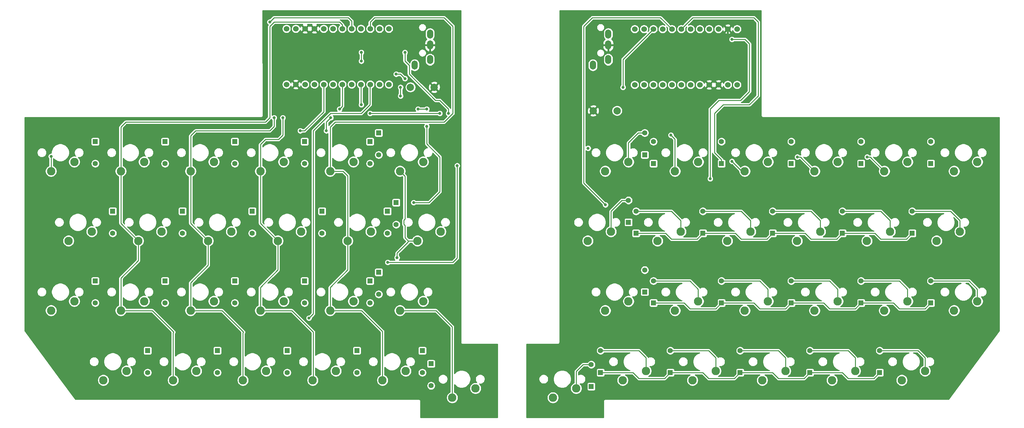
<source format=gbl>
G04 #@! TF.GenerationSoftware,KiCad,Pcbnew,(5.1.2)-2*
G04 #@! TF.CreationDate,2020-04-10T00:12:26+09:00*
G04 #@! TF.ProjectId,original_keyboard,6f726967-696e-4616-9c5f-6b6579626f61,0.1*
G04 #@! TF.SameCoordinates,Original*
G04 #@! TF.FileFunction,Copper,L2,Bot*
G04 #@! TF.FilePolarity,Positive*
%FSLAX46Y46*%
G04 Gerber Fmt 4.6, Leading zero omitted, Abs format (unit mm)*
G04 Created by KiCad (PCBNEW (5.1.2)-2) date 2020-04-10 00:12:26*
%MOMM*%
%LPD*%
G04 APERTURE LIST*
%ADD10C,2.286000*%
%ADD11C,1.524000*%
%ADD12C,1.397000*%
%ADD13R,1.397000X1.397000*%
%ADD14C,2.000000*%
%ADD15O,1.700000X2.500000*%
%ADD16C,0.800000*%
%ADD17C,0.500000*%
%ADD18C,0.250000*%
%ADD19C,0.254000*%
G04 APERTURE END LIST*
D10*
X257493000Y-128746000D03*
X251143000Y-131286000D03*
X276543000Y-128746000D03*
X270193000Y-131286000D03*
X167005000Y-152558000D03*
X160655000Y-155098000D03*
X262255000Y-147796000D03*
X255905000Y-150336000D03*
X271781000Y-109696000D03*
X265431000Y-112236000D03*
X176530000Y-109696000D03*
X170180000Y-112236000D03*
X181293000Y-90646300D03*
X174943000Y-93186300D03*
X181293000Y-128746000D03*
X174943000Y-131286000D03*
X186055000Y-147796000D03*
X179705000Y-150336000D03*
X257493000Y-90646300D03*
X251143000Y-93186300D03*
X200343000Y-90646300D03*
X193993000Y-93186300D03*
X219393000Y-128746000D03*
X213043000Y-131286000D03*
X214631000Y-109696000D03*
X208281000Y-112236000D03*
X205105000Y-147796000D03*
X198755000Y-150336000D03*
X276543000Y-90646300D03*
X270193000Y-93186300D03*
X200343000Y-128746000D03*
X193993000Y-131286000D03*
X219393000Y-90646300D03*
X213043000Y-93186300D03*
X238443000Y-128746000D03*
X232093000Y-131286000D03*
D11*
X210931950Y-69569160D03*
X208391950Y-69569160D03*
X205851950Y-69569160D03*
X203311950Y-69569160D03*
X200771950Y-69569160D03*
X198231950Y-69569160D03*
X195691950Y-69569160D03*
X193151950Y-69569160D03*
X190611950Y-69569160D03*
X188071950Y-69569160D03*
X185531950Y-69569160D03*
X182991950Y-69569160D03*
X182991950Y-54349160D03*
X185531950Y-54349160D03*
X188071950Y-54349160D03*
X190611950Y-54349160D03*
X193151950Y-54349160D03*
X195691950Y-54349160D03*
X198231950Y-54349160D03*
X200771950Y-54349160D03*
X203311950Y-54349160D03*
X205851950Y-54349160D03*
X208391950Y-54349160D03*
X210931950Y-54349160D03*
D10*
X252731000Y-109696000D03*
X246381000Y-112236000D03*
X195581000Y-109696000D03*
X189231000Y-112236000D03*
X243205000Y-147796000D03*
X236855000Y-150336000D03*
D12*
X185738000Y-82725400D03*
D13*
X185738000Y-88725400D03*
D10*
X224155000Y-147796000D03*
X217805000Y-150336000D03*
D12*
X244793000Y-85106300D03*
D13*
X244793000Y-91106300D03*
D10*
X238443000Y-90646300D03*
X232093000Y-93186300D03*
D12*
X171133000Y-146066000D03*
D13*
X171133000Y-152066000D03*
D12*
X185738000Y-120207000D03*
D13*
X185738000Y-126207000D03*
D12*
X181293000Y-101157000D03*
D13*
X181293000Y-107157000D03*
D12*
X173673000Y-142256000D03*
D13*
X173673000Y-148256000D03*
D12*
X188120000Y-123206000D03*
D13*
X188120000Y-129206000D03*
D12*
X183357000Y-104156000D03*
D13*
X183357000Y-110156000D03*
D14*
X178193000Y-76676300D03*
X171693000Y-76676300D03*
D15*
X171573000Y-64187720D03*
X175773000Y-62687720D03*
X175773000Y-58687720D03*
X175773000Y-55687720D03*
D10*
X233681000Y-109696000D03*
X227331000Y-112236000D03*
D12*
X206693000Y-123206000D03*
D13*
X206693000Y-129206000D03*
D12*
X239713000Y-104156000D03*
D13*
X239713000Y-110156000D03*
D12*
X220663000Y-104156000D03*
D13*
X220663000Y-110156000D03*
D12*
X201613000Y-104156000D03*
D13*
X201613000Y-110156000D03*
D12*
X225743000Y-123206000D03*
D13*
X225743000Y-129206000D03*
D12*
X263843000Y-123206000D03*
D13*
X263843000Y-129206000D03*
D12*
X258763000Y-104156000D03*
D13*
X258763000Y-110156000D03*
D12*
X244793000Y-123206000D03*
D13*
X244793000Y-129206000D03*
D12*
X263843000Y-85106300D03*
D13*
X263843000Y-91106300D03*
D12*
X211773000Y-142256000D03*
D13*
X211773000Y-148256000D03*
D12*
X225743000Y-85106300D03*
D13*
X225743000Y-91106300D03*
D12*
X192723000Y-142256000D03*
D13*
X192723000Y-148256000D03*
D12*
X206693000Y-85106300D03*
D13*
X206693000Y-91106300D03*
D12*
X230823000Y-142256000D03*
D13*
X230823000Y-148256000D03*
D12*
X249873000Y-142256000D03*
D13*
X249873000Y-148256000D03*
D12*
X188120000Y-85106600D03*
D13*
X188120000Y-91106600D03*
D11*
X87916000Y-54256360D03*
X90456000Y-54256360D03*
X92996000Y-54256360D03*
X95536000Y-54256360D03*
X98076000Y-54256360D03*
X100616000Y-54256360D03*
X103156000Y-54256360D03*
X105696000Y-54256360D03*
X108236000Y-54256360D03*
X110776000Y-54256360D03*
X113316000Y-54256360D03*
X115856000Y-54256360D03*
X115856000Y-69476360D03*
X113316000Y-69476360D03*
X110776000Y-69476360D03*
X108236000Y-69476360D03*
X105696000Y-69476360D03*
X103156000Y-69476360D03*
X100616000Y-69476360D03*
X98076000Y-69476360D03*
X95536000Y-69476360D03*
X92996000Y-69476360D03*
X90456000Y-69476360D03*
X87916000Y-69476360D03*
D10*
X87154000Y-90646600D03*
X80804000Y-93186600D03*
X68103900Y-90646600D03*
X61753900Y-93186600D03*
X63341400Y-147797000D03*
X56991400Y-150337000D03*
X49053900Y-128747000D03*
X42703900Y-131287000D03*
X53816400Y-109697000D03*
X47466400Y-112237000D03*
X49053900Y-90646700D03*
X42703900Y-93186700D03*
X44291400Y-147797000D03*
X37941400Y-150337000D03*
X30003900Y-128747000D03*
X23653900Y-131287000D03*
X34766400Y-109697000D03*
X28416400Y-112237000D03*
X139542000Y-152559000D03*
X133192000Y-155099000D03*
X125254000Y-128747000D03*
X118904000Y-131287000D03*
X130017000Y-109697000D03*
X123667000Y-112237000D03*
X125254000Y-90646600D03*
X118904000Y-93186600D03*
X120492000Y-147797000D03*
X114142000Y-150337000D03*
X30003900Y-90646600D03*
X23653900Y-93186600D03*
X106204000Y-128747000D03*
X99854000Y-131287000D03*
X110967000Y-109697000D03*
X104617000Y-112237000D03*
X106204000Y-90646600D03*
X99854000Y-93186600D03*
X101441400Y-147797000D03*
X95091400Y-150337000D03*
X87153900Y-128747000D03*
X80803900Y-131287000D03*
X91916500Y-109697000D03*
X85566500Y-112237000D03*
X82391400Y-147797000D03*
X76041400Y-150337000D03*
X68103900Y-128747000D03*
X61753900Y-131287000D03*
X72866500Y-109697000D03*
X66516500Y-112237000D03*
D14*
X121766150Y-70247170D03*
X128266150Y-70247170D03*
D15*
X122916150Y-64187720D03*
X127116150Y-62687720D03*
X127116150Y-58687720D03*
X127116150Y-55687720D03*
D12*
X73819100Y-91106600D03*
D13*
X73819100Y-85106600D03*
D12*
X69056500Y-148257000D03*
D13*
X69056500Y-142257000D03*
D12*
X54769000Y-129207000D03*
D13*
X54769000Y-123207000D03*
D12*
X59531500Y-110157000D03*
D13*
X59531500Y-104157000D03*
D12*
X54769000Y-91106600D03*
D13*
X54769000Y-85106600D03*
D12*
X50006500Y-148257000D03*
D13*
X50006500Y-142257000D03*
D12*
X35718900Y-129207000D03*
D13*
X35718900Y-123207000D03*
D12*
X40481400Y-110157000D03*
D13*
X40481400Y-104157000D03*
D12*
X127397000Y-151829000D03*
D13*
X127397000Y-145829000D03*
D12*
X113110000Y-126826000D03*
D13*
X113110000Y-120826000D03*
D12*
X117872000Y-107775000D03*
D13*
X117872000Y-101775000D03*
D12*
X113110000Y-88725360D03*
D13*
X113110000Y-82725360D03*
D12*
X125016000Y-148257000D03*
D13*
X125016000Y-142257000D03*
D12*
X35718900Y-91106600D03*
D13*
X35718900Y-85106600D03*
D12*
X110729000Y-129207000D03*
D13*
X110729000Y-123207000D03*
D12*
X115491000Y-110157000D03*
D13*
X115491000Y-104157000D03*
D12*
X110729000Y-91106600D03*
D13*
X110729000Y-85106600D03*
D12*
X107157000Y-148257000D03*
D13*
X107157000Y-142257000D03*
D12*
X92869100Y-129207000D03*
D13*
X92869100Y-123207000D03*
D12*
X97631700Y-110157000D03*
D13*
X97631700Y-104157000D03*
D12*
X92869100Y-91106600D03*
D13*
X92869100Y-85106600D03*
D12*
X88106600Y-148257000D03*
D13*
X88106600Y-142257000D03*
D12*
X73819100Y-129207000D03*
D13*
X73819100Y-123207000D03*
D12*
X78581600Y-110157000D03*
D13*
X78581600Y-104157000D03*
D16*
X280000000Y-135250000D03*
X265500000Y-154500000D03*
X194500000Y-64000000D03*
X174750000Y-154500000D03*
X280000000Y-97750000D03*
X165750000Y-97500000D03*
X166250000Y-133500000D03*
X220250000Y-154500000D03*
X117872370Y-66675280D03*
X120253630Y-67865910D03*
X123825520Y-76200320D03*
X126206780Y-76200320D03*
X126206780Y-80962840D03*
X122634890Y-101775000D03*
X175022610Y-102394180D03*
X115570000Y-118110000D03*
X134541190Y-91678510D03*
X108347330Y-75009690D03*
X110728590Y-77390950D03*
X129778670Y-77390950D03*
X203597730Y-95250400D03*
X209550880Y-57150240D03*
X94059770Y-133350560D03*
X170260090Y-86915964D03*
X179785130Y-70247170D03*
X102394180Y-76200320D03*
X100012920Y-78581580D03*
X98822290Y-82153470D03*
X104500000Y-63000000D03*
X19000000Y-98000000D03*
X33000000Y-154000000D03*
X133000000Y-133000000D03*
X133000000Y-98000000D03*
X19000000Y-135000000D03*
X104500000Y-75500000D03*
X124000000Y-154000000D03*
X78750000Y-154250000D03*
X83344100Y-52387720D03*
X84534730Y-78581580D03*
X227410330Y-89297250D03*
X108347330Y-60722130D03*
X108347330Y-63103390D03*
X119063000Y-70247170D03*
X119063000Y-72628430D03*
X86915990Y-78581580D03*
X209550880Y-90487880D03*
X192882060Y-83344100D03*
X91678510Y-82153470D03*
X23653900Y-89138550D03*
X118110000Y-116840000D03*
X120253630Y-60722130D03*
X132159930Y-77390950D03*
X246460410Y-89297250D03*
D17*
X208391950Y-54349160D02*
X208391950Y-67029160D01*
X208391950Y-67029160D02*
X205851950Y-69569160D01*
D18*
X73263200Y-109697000D02*
X72866500Y-109697000D01*
X117872370Y-66675280D02*
X119063000Y-66675280D01*
X119063000Y-66675280D02*
X120253630Y-67865910D01*
X123825520Y-76200320D02*
X126206780Y-76200320D01*
X126825960Y-101775000D02*
X122634890Y-101775000D01*
X129778670Y-98822290D02*
X126825960Y-101775000D01*
X129778670Y-89297250D02*
X129778670Y-98822290D01*
X126206780Y-80962840D02*
X126206780Y-85725360D01*
X126206780Y-85725360D02*
X129778670Y-89297250D01*
X220663000Y-104156000D02*
X231124000Y-104156000D01*
X231124000Y-104156000D02*
X233681000Y-106713000D01*
X233681000Y-106713000D02*
X233681000Y-109696000D01*
X169069460Y-96441030D02*
X175022610Y-102394180D01*
X193151950Y-54349160D02*
X189999880Y-51197090D01*
X169069460Y-53578350D02*
X169069460Y-96441030D01*
X189999880Y-51197090D02*
X171450720Y-51197090D01*
X171450720Y-51197090D02*
X169069460Y-53578350D01*
X220663000Y-110156000D02*
X229536000Y-110156000D01*
X229536000Y-110156000D02*
X231140000Y-111760000D01*
X257159000Y-111760000D02*
X258763000Y-110156000D01*
X250190000Y-111760000D02*
X257159000Y-111760000D01*
X248586000Y-110156000D02*
X250190000Y-111760000D01*
X239713000Y-110156000D02*
X248586000Y-110156000D01*
X212090000Y-111760000D02*
X219059000Y-111760000D01*
X231140000Y-111760000D02*
X238109000Y-111760000D01*
X238109000Y-111760000D02*
X239713000Y-110156000D01*
X219059000Y-111760000D02*
X220663000Y-110156000D01*
X210486000Y-110156000D02*
X212090000Y-111760000D01*
X201613000Y-110156000D02*
X210486000Y-110156000D01*
X193040000Y-111760000D02*
X200009000Y-111760000D01*
X200009000Y-111760000D02*
X201613000Y-110156000D01*
X191436000Y-110156000D02*
X193040000Y-111760000D01*
X183357000Y-110156000D02*
X191436000Y-110156000D01*
X68500700Y-128747000D02*
X68103900Y-128747000D01*
X115570000Y-118110000D02*
X133350000Y-118110000D01*
X133350000Y-118110000D02*
X134541190Y-116918810D01*
X134541190Y-116918810D02*
X134541190Y-91678510D01*
X108236000Y-69476360D02*
X108236000Y-74898360D01*
X108236000Y-74898360D02*
X108347330Y-75009690D01*
X110728590Y-77390950D02*
X129778670Y-77390950D01*
X225743000Y-123206000D02*
X236204000Y-123206000D01*
X236204000Y-123206000D02*
X238443000Y-125445000D01*
X238443000Y-125445000D02*
X238443000Y-128746000D01*
X213122770Y-57150240D02*
X209550880Y-57150240D01*
X214313400Y-58340870D02*
X213122770Y-57150240D01*
X211932140Y-73819060D02*
X214313400Y-71437800D01*
X203597730Y-95250400D02*
X203597730Y-76200320D01*
X214313400Y-71437800D02*
X214313400Y-58340870D01*
X203597730Y-76200320D02*
X205978990Y-73819060D01*
X205978990Y-73819060D02*
X211932140Y-73819060D01*
X188120000Y-129206000D02*
X196516000Y-129206000D01*
X224139000Y-130810000D02*
X225743000Y-129206000D01*
X206693000Y-129206000D02*
X215566000Y-129206000D01*
X198120000Y-130810000D02*
X205089000Y-130810000D01*
X215566000Y-129206000D02*
X217170000Y-130810000D01*
X205089000Y-130810000D02*
X206693000Y-129206000D01*
X196516000Y-129206000D02*
X198120000Y-130810000D01*
X225743000Y-129206000D02*
X234616000Y-129206000D01*
X255270000Y-130810000D02*
X262239000Y-130810000D01*
X236220000Y-130810000D02*
X243189000Y-130810000D01*
X262239000Y-130810000D02*
X263843000Y-129206000D01*
X243189000Y-130810000D02*
X244793000Y-129206000D01*
X234616000Y-129206000D02*
X236220000Y-130810000D01*
X217170000Y-130810000D02*
X224139000Y-130810000D01*
X253666000Y-129206000D02*
X255270000Y-130810000D01*
X244793000Y-129206000D02*
X253666000Y-129206000D01*
X82788200Y-147797000D02*
X82391400Y-147797000D01*
X110728590Y-75009690D02*
X108347330Y-77390950D01*
X95250400Y-82153470D02*
X95250400Y-132159930D01*
X108347330Y-77390950D02*
X100012920Y-77390950D01*
X110728590Y-69523770D02*
X110728590Y-75009690D01*
X95250400Y-132159930D02*
X94059770Y-133350560D01*
X100012920Y-77390950D02*
X95250400Y-82153470D01*
X110776000Y-69476360D02*
X110728590Y-69523770D01*
X224155000Y-144177000D02*
X224155000Y-147796000D01*
X222234000Y-142256000D02*
X224155000Y-144177000D01*
X211773000Y-142256000D02*
X222234000Y-142256000D01*
X179785130Y-70247170D02*
X179785130Y-62635980D01*
X179785130Y-62635980D02*
X188071950Y-54349160D01*
X239696000Y-148256000D02*
X241300000Y-149860000D01*
X230823000Y-148256000D02*
X239696000Y-148256000D01*
X203200000Y-149860000D02*
X210169000Y-149860000D01*
X248269000Y-149860000D02*
X249873000Y-148256000D01*
X222250000Y-149860000D02*
X229219000Y-149860000D01*
X241300000Y-149860000D02*
X248269000Y-149860000D01*
X201596000Y-148256000D02*
X203200000Y-149860000D01*
X192723000Y-148256000D02*
X201596000Y-148256000D01*
X220646000Y-148256000D02*
X222250000Y-149860000D01*
X210169000Y-149860000D02*
X211773000Y-148256000D01*
X211773000Y-148256000D02*
X220646000Y-148256000D01*
X229219000Y-149860000D02*
X230823000Y-148256000D01*
X184150000Y-149860000D02*
X191119000Y-149860000D01*
X182546000Y-148256000D02*
X184150000Y-149860000D01*
X191119000Y-149860000D02*
X192723000Y-148256000D01*
X173673000Y-148256000D02*
X182546000Y-148256000D01*
X92409100Y-90646600D02*
X92869100Y-91106600D01*
X103156000Y-69476360D02*
X103156000Y-75438500D01*
X103156000Y-75438500D02*
X102394180Y-76200320D01*
X100012920Y-78581580D02*
X98822290Y-79772210D01*
X98822290Y-79772210D02*
X98822290Y-82153470D01*
X206693000Y-90011260D02*
X204788360Y-88106620D01*
X204788360Y-88106620D02*
X204788360Y-77390950D01*
X204788360Y-77390950D02*
X207169620Y-75009690D01*
X206693000Y-91106300D02*
X206693000Y-90011260D01*
X216694660Y-72628430D02*
X216694660Y-52387720D01*
X214313400Y-75009690D02*
X216694660Y-72628430D01*
X207169620Y-75009690D02*
X214313400Y-75009690D01*
X215504030Y-51197090D02*
X198844020Y-51197090D01*
X198844020Y-51197090D02*
X195691950Y-54349160D01*
X216694660Y-52387720D02*
X215504030Y-51197090D01*
X92313300Y-109697000D02*
X91916500Y-109697000D01*
X212074000Y-104156000D02*
X214631000Y-106713000D01*
X214631000Y-106713000D02*
X214631000Y-109696000D01*
X201613000Y-104156000D02*
X212074000Y-104156000D01*
X87550700Y-128747000D02*
X87153900Y-128747000D01*
X219393000Y-125445000D02*
X219393000Y-128746000D01*
X206693000Y-123206000D02*
X217154000Y-123206000D01*
X217154000Y-123206000D02*
X219393000Y-125445000D01*
X101838600Y-147797000D02*
X101441400Y-147797000D01*
X205105000Y-144177000D02*
X205105000Y-147796000D01*
X192723000Y-142256000D02*
X203184000Y-142256000D01*
X203184000Y-142256000D02*
X205105000Y-144177000D01*
X106604800Y-90646600D02*
X106204000Y-90646600D01*
X110269000Y-90646600D02*
X110729000Y-91106600D01*
X111367600Y-109697000D02*
X110967000Y-109697000D01*
X193024000Y-104156000D02*
X195581000Y-106713000D01*
X183357000Y-104156000D02*
X193024000Y-104156000D01*
X195581000Y-106713000D02*
X195581000Y-109696000D01*
X106604800Y-128747000D02*
X106204000Y-128747000D01*
X188120000Y-123206000D02*
X198104000Y-123206000D01*
X198104000Y-123206000D02*
X200343000Y-125445000D01*
X200343000Y-125445000D02*
X200343000Y-128746000D01*
X30400500Y-90646600D02*
X30003900Y-90646600D01*
X35258900Y-90646600D02*
X35718900Y-91106600D01*
X184134000Y-142256000D02*
X186055000Y-144177000D01*
X173673000Y-142256000D02*
X184134000Y-142256000D01*
X186055000Y-144177000D02*
X186055000Y-147796000D01*
X181293000Y-85407000D02*
X181293000Y-90646300D01*
X181732800Y-90646300D02*
X181293000Y-90646300D01*
X185738000Y-82725400D02*
X183974600Y-82725400D01*
X183974600Y-82725400D02*
X181293000Y-85407000D01*
X176530000Y-104140000D02*
X176530000Y-109696000D01*
X181293000Y-101157000D02*
X179513000Y-101157000D01*
X179513000Y-101157000D02*
X176530000Y-104140000D01*
X181720300Y-128746000D02*
X181293000Y-128746000D01*
X168894000Y-146066000D02*
X167005000Y-147955000D01*
X167005000Y-147955000D02*
X167005000Y-152558000D01*
X171133000Y-146066000D02*
X168894000Y-146066000D01*
X35163000Y-109697000D02*
X34766400Y-109697000D01*
X258763000Y-104156000D02*
X269224000Y-104156000D01*
X269224000Y-104156000D02*
X271781000Y-106713000D01*
X271781000Y-106713000D02*
X271781000Y-109696000D01*
X30400500Y-128747000D02*
X30003900Y-128747000D01*
X276543000Y-125445000D02*
X276543000Y-128746000D01*
X263843000Y-123206000D02*
X274304000Y-123206000D01*
X274304000Y-123206000D02*
X276543000Y-125445000D01*
X44688100Y-147797000D02*
X44291400Y-147797000D01*
X260334000Y-142256000D02*
X262255000Y-144177000D01*
X249873000Y-142256000D02*
X260334000Y-142256000D01*
X262255000Y-144177000D02*
X262255000Y-147796000D01*
X49450500Y-90646700D02*
X49053900Y-90646700D01*
X54309100Y-90646700D02*
X54769000Y-91106600D01*
X54213100Y-109697000D02*
X53816400Y-109697000D01*
X252731000Y-106713000D02*
X252731000Y-109696000D01*
X250174000Y-104156000D02*
X252731000Y-106713000D01*
X239713000Y-104156000D02*
X250174000Y-104156000D01*
X49450600Y-128747000D02*
X49053900Y-128747000D01*
X257493000Y-125445000D02*
X257493000Y-128746000D01*
X255254000Y-123206000D02*
X257493000Y-125445000D01*
X244793000Y-123206000D02*
X255254000Y-123206000D01*
X63738100Y-147797000D02*
X63341400Y-147797000D01*
X243205000Y-144177000D02*
X243205000Y-147796000D01*
X241284000Y-142256000D02*
X243205000Y-144177000D01*
X230823000Y-142256000D02*
X241284000Y-142256000D01*
X68500700Y-90646600D02*
X68103900Y-90646600D01*
X73359100Y-90646600D02*
X73819100Y-91106600D01*
X60960000Y-92392700D02*
X61753900Y-93186600D01*
X61753900Y-107474400D02*
X66516500Y-112237000D01*
X61753900Y-93186600D02*
X61753900Y-107474400D01*
X66516500Y-112237000D02*
X66516500Y-118903500D01*
X61753900Y-123666100D02*
X61753900Y-131287000D01*
X66516500Y-118903500D02*
X61753900Y-123666100D01*
X61753900Y-131287000D02*
X70327000Y-131287000D01*
X70327000Y-131287000D02*
X76200000Y-137160000D01*
X76041400Y-137318600D02*
X76041400Y-150337000D01*
X76200000Y-137160000D02*
X76041400Y-137318600D01*
X105696000Y-54256360D02*
X105696000Y-52117650D01*
X105696000Y-52117650D02*
X104775440Y-51197090D01*
X104775440Y-51197090D02*
X84534730Y-51197090D01*
X84534730Y-51197090D02*
X83344100Y-52387720D01*
X61753900Y-83502960D02*
X61753900Y-93186600D01*
X63103390Y-82153470D02*
X61753900Y-83502960D01*
X83344100Y-82153470D02*
X63103390Y-82153470D01*
X84534730Y-78581580D02*
X84534730Y-80962840D01*
X84534730Y-80962840D02*
X83344100Y-82153470D01*
X227410330Y-89297250D02*
X228203950Y-89297250D01*
X228203950Y-89297250D02*
X232093000Y-93186300D01*
X80804000Y-107474500D02*
X85566500Y-112237000D01*
X80804000Y-93186600D02*
X80804000Y-107474500D01*
X85566500Y-112237000D02*
X85566500Y-120173500D01*
X80803900Y-124936100D02*
X80803900Y-131287000D01*
X85566500Y-120173500D02*
X80803900Y-124936100D01*
X80803900Y-131287000D02*
X89377000Y-131287000D01*
X89377000Y-131287000D02*
X95250000Y-137160000D01*
X95250000Y-150178400D02*
X95091400Y-150337000D01*
X95250000Y-137160000D02*
X95250000Y-150178400D01*
X108347330Y-60722130D02*
X108347330Y-63103390D01*
X119063000Y-70247170D02*
X119063000Y-72628430D01*
X80804000Y-85884200D02*
X80804000Y-93186600D01*
X82153470Y-84534730D02*
X80804000Y-85884200D01*
X85725360Y-84534730D02*
X82153470Y-84534730D01*
X86915990Y-78581580D02*
X86915990Y-83344100D01*
X86915990Y-83344100D02*
X85725360Y-84534730D01*
X212249300Y-93186300D02*
X213043000Y-93186300D01*
X209550880Y-90487880D02*
X212249300Y-93186300D01*
X99854000Y-124936000D02*
X99854000Y-131287000D01*
X104617000Y-112237000D02*
X104617000Y-120173000D01*
X104617000Y-120173000D02*
X99854000Y-124936000D01*
X99854000Y-131287000D02*
X108427000Y-131287000D01*
X114142000Y-137002000D02*
X114142000Y-150337000D01*
X108427000Y-131287000D02*
X114142000Y-137002000D01*
X104617000Y-112237000D02*
X104617000Y-94457000D01*
X103346600Y-93186600D02*
X99854000Y-93186600D01*
X104617000Y-94457000D02*
X103346600Y-93186600D01*
X99854000Y-81121760D02*
X99854000Y-93186600D01*
X101203550Y-79772210D02*
X99854000Y-81121760D01*
X130969300Y-79772210D02*
X101203550Y-79772210D01*
X110776000Y-52435130D02*
X112014040Y-51197090D01*
X110776000Y-54256360D02*
X110776000Y-52435130D01*
X112014040Y-51197090D02*
X130969300Y-51197090D01*
X130969300Y-51197090D02*
X133350560Y-53578350D01*
X133350560Y-53578350D02*
X133350560Y-77390950D01*
X133350560Y-77390950D02*
X130969300Y-79772210D01*
X193993000Y-84455040D02*
X193993000Y-93186300D01*
X192882060Y-83344100D02*
X193993000Y-84455040D01*
X98076000Y-69476360D02*
X98076000Y-76946610D01*
X98076000Y-76946610D02*
X92869140Y-82153470D01*
X92869140Y-82153470D02*
X91678510Y-82153470D01*
X23653900Y-89138550D02*
X23653900Y-93186600D01*
X121127000Y-112237000D02*
X123667000Y-112237000D01*
X121127000Y-112237000D02*
X121127000Y-112553000D01*
X121127000Y-112553000D02*
X118110000Y-115570000D01*
X118110000Y-115570000D02*
X118110000Y-116840000D01*
X118904000Y-131287000D02*
X128747000Y-131287000D01*
X133192000Y-135732000D02*
X133192000Y-155099000D01*
X128747000Y-131287000D02*
X133192000Y-135732000D01*
X132159930Y-76200320D02*
X132159930Y-77390950D01*
X120253630Y-63103390D02*
X121444260Y-64294020D01*
X121444260Y-64294020D02*
X121444260Y-66675280D01*
X121444260Y-66675280D02*
X128588040Y-73819060D01*
X128588040Y-73819060D02*
X129778670Y-73819060D01*
X120253630Y-60722130D02*
X120253630Y-63103390D01*
X129778670Y-73819060D02*
X132159930Y-76200320D01*
X120253630Y-111363630D02*
X121127000Y-112237000D01*
X120253630Y-94536230D02*
X120253630Y-106290036D01*
X118904000Y-93186600D02*
X120253630Y-94536230D01*
X120253630Y-106290036D02*
X119951099Y-106592567D01*
X119951099Y-106592567D02*
X119951099Y-107721433D01*
X119951099Y-107721433D02*
X120253630Y-108023964D01*
X120253630Y-108023964D02*
X120253630Y-111363630D01*
X42703900Y-107474500D02*
X47466400Y-112237000D01*
X42703900Y-93186700D02*
X42703900Y-107474500D01*
X47466400Y-112237000D02*
X47466400Y-117633600D01*
X42703900Y-122396100D02*
X42703900Y-131287000D01*
X47466400Y-117633600D02*
X42703900Y-122396100D01*
X42703900Y-131287000D02*
X51277000Y-131287000D01*
X51277000Y-131287000D02*
X57150000Y-137160000D01*
X56991400Y-137318600D02*
X56991400Y-150337000D01*
X57150000Y-137160000D02*
X56991400Y-137318600D01*
X103156000Y-54256360D02*
X103156000Y-53149540D01*
X103156000Y-53149540D02*
X102394180Y-52387720D01*
X102394180Y-52387720D02*
X84534730Y-52387720D01*
X84534730Y-52387720D02*
X83344100Y-53578350D01*
X83344100Y-53578350D02*
X83344100Y-78581580D01*
X83344100Y-78581580D02*
X82153470Y-79772210D01*
X82153470Y-79772210D02*
X44053310Y-79772210D01*
X42703900Y-81121620D02*
X42703900Y-93186700D01*
X44053310Y-79772210D02*
X42703900Y-81121620D01*
X247253950Y-89297250D02*
X251143000Y-93186300D01*
X246460410Y-89297250D02*
X247253950Y-89297250D01*
D19*
G36*
X217498001Y-77975337D02*
G01*
X217495572Y-78000000D01*
X217505264Y-78098409D01*
X217533969Y-78193036D01*
X217580583Y-78280245D01*
X217643316Y-78356684D01*
X217719755Y-78419417D01*
X217806964Y-78466031D01*
X217901591Y-78494736D01*
X217975347Y-78502000D01*
X218000000Y-78504428D01*
X218024653Y-78502000D01*
X282498000Y-78502000D01*
X282498001Y-133975347D01*
X282498000Y-136835026D01*
X268746336Y-155498000D01*
X175024653Y-155498000D01*
X175000000Y-155495572D01*
X174975347Y-155498000D01*
X174901591Y-155505264D01*
X174806964Y-155533969D01*
X174719755Y-155580583D01*
X174643316Y-155643316D01*
X174580583Y-155719755D01*
X174533969Y-155806964D01*
X174505264Y-155901591D01*
X174495572Y-156000000D01*
X174498001Y-156024663D01*
X174498000Y-160498000D01*
X153502000Y-160498000D01*
X153502000Y-154938444D01*
X159035000Y-154938444D01*
X159035000Y-155257556D01*
X159097256Y-155570536D01*
X159219375Y-155865358D01*
X159396664Y-156130689D01*
X159622311Y-156356336D01*
X159887642Y-156533625D01*
X160182464Y-156655744D01*
X160495444Y-156718000D01*
X160814556Y-156718000D01*
X161127536Y-156655744D01*
X161422358Y-156533625D01*
X161687689Y-156356336D01*
X161913336Y-156130689D01*
X162090625Y-155865358D01*
X162212744Y-155570536D01*
X162275000Y-155257556D01*
X162275000Y-154938444D01*
X162212744Y-154625464D01*
X162090625Y-154330642D01*
X161913336Y-154065311D01*
X161687689Y-153839664D01*
X161422358Y-153662375D01*
X161127536Y-153540256D01*
X160814556Y-153478000D01*
X160495444Y-153478000D01*
X160182464Y-153540256D01*
X159887642Y-153662375D01*
X159622311Y-153839664D01*
X159396664Y-154065311D01*
X159219375Y-154330642D01*
X159097256Y-154625464D01*
X159035000Y-154938444D01*
X153502000Y-154938444D01*
X153502000Y-149887213D01*
X156787100Y-149887213D01*
X156787100Y-150148787D01*
X156838131Y-150405334D01*
X156938230Y-150646996D01*
X157083553Y-150864487D01*
X157268513Y-151049447D01*
X157486004Y-151194770D01*
X157727666Y-151294869D01*
X157984213Y-151345900D01*
X158245787Y-151345900D01*
X158502334Y-151294869D01*
X158743996Y-151194770D01*
X158961487Y-151049447D01*
X159146447Y-150864487D01*
X159291770Y-150646996D01*
X159391869Y-150405334D01*
X159442900Y-150148787D01*
X159442900Y-149887213D01*
X159420508Y-149774638D01*
X160724100Y-149774638D01*
X160724100Y-150261362D01*
X160819055Y-150738735D01*
X161005316Y-151188410D01*
X161275726Y-151593107D01*
X161619893Y-151937274D01*
X162024590Y-152207684D01*
X162474265Y-152393945D01*
X162951638Y-152488900D01*
X163438362Y-152488900D01*
X163893116Y-152398444D01*
X165385000Y-152398444D01*
X165385000Y-152717556D01*
X165447256Y-153030536D01*
X165569375Y-153325358D01*
X165746664Y-153590689D01*
X165972311Y-153816336D01*
X166237642Y-153993625D01*
X166532464Y-154115744D01*
X166845444Y-154178000D01*
X167164556Y-154178000D01*
X167477536Y-154115744D01*
X167772358Y-153993625D01*
X168037689Y-153816336D01*
X168263336Y-153590689D01*
X168440625Y-153325358D01*
X168562744Y-153030536D01*
X168625000Y-152717556D01*
X168625000Y-152398444D01*
X168562744Y-152085464D01*
X168440625Y-151790642D01*
X168263336Y-151525311D01*
X168105525Y-151367500D01*
X169955193Y-151367500D01*
X169955193Y-152764500D01*
X169964403Y-152858008D01*
X169991678Y-152947923D01*
X170035971Y-153030789D01*
X170095579Y-153103421D01*
X170168211Y-153163029D01*
X170251077Y-153207322D01*
X170340992Y-153234597D01*
X170434500Y-153243807D01*
X171831500Y-153243807D01*
X171925008Y-153234597D01*
X172014923Y-153207322D01*
X172097789Y-153163029D01*
X172170421Y-153103421D01*
X172230029Y-153030789D01*
X172274322Y-152947923D01*
X172301597Y-152858008D01*
X172310807Y-152764500D01*
X172310807Y-151367500D01*
X172301597Y-151273992D01*
X172274322Y-151184077D01*
X172230029Y-151101211D01*
X172170421Y-151028579D01*
X172097789Y-150968971D01*
X172014923Y-150924678D01*
X171925008Y-150897403D01*
X171831500Y-150888193D01*
X170434500Y-150888193D01*
X170340992Y-150897403D01*
X170251077Y-150924678D01*
X170168211Y-150968971D01*
X170095579Y-151028579D01*
X170035971Y-151101211D01*
X169991678Y-151184077D01*
X169964403Y-151273992D01*
X169955193Y-151367500D01*
X168105525Y-151367500D01*
X168068955Y-151330930D01*
X168144213Y-151345900D01*
X168405787Y-151345900D01*
X168662334Y-151294869D01*
X168903996Y-151194770D01*
X169121487Y-151049447D01*
X169306447Y-150864487D01*
X169451770Y-150646996D01*
X169551869Y-150405334D01*
X169602900Y-150148787D01*
X169602900Y-149887213D01*
X169551869Y-149630666D01*
X169451770Y-149389004D01*
X169306447Y-149171513D01*
X169121487Y-148986553D01*
X168903996Y-148841230D01*
X168662334Y-148741131D01*
X168405787Y-148690100D01*
X168144213Y-148690100D01*
X167887666Y-148741131D01*
X167646004Y-148841230D01*
X167607000Y-148867292D01*
X167607000Y-148204355D01*
X168253855Y-147557500D01*
X172495193Y-147557500D01*
X172495193Y-148954500D01*
X172504403Y-149048008D01*
X172531678Y-149137923D01*
X172575971Y-149220789D01*
X172635579Y-149293421D01*
X172708211Y-149353029D01*
X172791077Y-149397322D01*
X172880992Y-149424597D01*
X172974500Y-149433807D01*
X174371500Y-149433807D01*
X174465008Y-149424597D01*
X174554923Y-149397322D01*
X174637789Y-149353029D01*
X174710421Y-149293421D01*
X174770029Y-149220789D01*
X174814322Y-149137923D01*
X174841597Y-149048008D01*
X174850807Y-148954500D01*
X174850807Y-148858000D01*
X179039945Y-148858000D01*
X178937642Y-148900375D01*
X178672311Y-149077664D01*
X178446664Y-149303311D01*
X178269375Y-149568642D01*
X178147256Y-149863464D01*
X178085000Y-150176444D01*
X178085000Y-150495556D01*
X178147256Y-150808536D01*
X178269375Y-151103358D01*
X178446664Y-151368689D01*
X178672311Y-151594336D01*
X178937642Y-151771625D01*
X179232464Y-151893744D01*
X179545444Y-151956000D01*
X179864556Y-151956000D01*
X180177536Y-151893744D01*
X180472358Y-151771625D01*
X180737689Y-151594336D01*
X180963336Y-151368689D01*
X181140625Y-151103358D01*
X181262744Y-150808536D01*
X181325000Y-150495556D01*
X181325000Y-150176444D01*
X181262744Y-149863464D01*
X181140625Y-149568642D01*
X180963336Y-149303311D01*
X180737689Y-149077664D01*
X180472358Y-148900375D01*
X180370055Y-148858000D01*
X182296645Y-148858000D01*
X183703416Y-150264772D01*
X183722263Y-150287737D01*
X183745228Y-150306584D01*
X183813928Y-150362966D01*
X183918510Y-150418866D01*
X184031987Y-150453289D01*
X184043182Y-150454391D01*
X184120434Y-150462000D01*
X184120441Y-150462000D01*
X184150000Y-150464911D01*
X184179559Y-150462000D01*
X191089444Y-150462000D01*
X191119000Y-150464911D01*
X191148556Y-150462000D01*
X191148566Y-150462000D01*
X191237012Y-150453289D01*
X191350490Y-150418866D01*
X191455071Y-150362966D01*
X191546737Y-150287737D01*
X191565589Y-150264766D01*
X192396549Y-149433807D01*
X193421500Y-149433807D01*
X193515008Y-149424597D01*
X193604923Y-149397322D01*
X193687789Y-149353029D01*
X193760421Y-149293421D01*
X193820029Y-149220789D01*
X193864322Y-149137923D01*
X193891597Y-149048008D01*
X193900807Y-148954500D01*
X193900807Y-148858000D01*
X198089945Y-148858000D01*
X197987642Y-148900375D01*
X197722311Y-149077664D01*
X197496664Y-149303311D01*
X197319375Y-149568642D01*
X197197256Y-149863464D01*
X197135000Y-150176444D01*
X197135000Y-150495556D01*
X197197256Y-150808536D01*
X197319375Y-151103358D01*
X197496664Y-151368689D01*
X197722311Y-151594336D01*
X197987642Y-151771625D01*
X198282464Y-151893744D01*
X198595444Y-151956000D01*
X198914556Y-151956000D01*
X199227536Y-151893744D01*
X199522358Y-151771625D01*
X199787689Y-151594336D01*
X200013336Y-151368689D01*
X200190625Y-151103358D01*
X200312744Y-150808536D01*
X200375000Y-150495556D01*
X200375000Y-150176444D01*
X200312744Y-149863464D01*
X200190625Y-149568642D01*
X200013336Y-149303311D01*
X199787689Y-149077664D01*
X199522358Y-148900375D01*
X199420055Y-148858000D01*
X201346645Y-148858000D01*
X202753416Y-150264772D01*
X202772263Y-150287737D01*
X202795228Y-150306584D01*
X202863928Y-150362966D01*
X202968510Y-150418866D01*
X203081987Y-150453289D01*
X203093182Y-150454391D01*
X203170434Y-150462000D01*
X203170441Y-150462000D01*
X203200000Y-150464911D01*
X203229559Y-150462000D01*
X210139444Y-150462000D01*
X210169000Y-150464911D01*
X210198556Y-150462000D01*
X210198566Y-150462000D01*
X210287012Y-150453289D01*
X210400490Y-150418866D01*
X210505071Y-150362966D01*
X210596737Y-150287737D01*
X210615589Y-150264766D01*
X211446549Y-149433807D01*
X212471500Y-149433807D01*
X212565008Y-149424597D01*
X212654923Y-149397322D01*
X212737789Y-149353029D01*
X212810421Y-149293421D01*
X212870029Y-149220789D01*
X212914322Y-149137923D01*
X212941597Y-149048008D01*
X212950807Y-148954500D01*
X212950807Y-148858000D01*
X217139945Y-148858000D01*
X217037642Y-148900375D01*
X216772311Y-149077664D01*
X216546664Y-149303311D01*
X216369375Y-149568642D01*
X216247256Y-149863464D01*
X216185000Y-150176444D01*
X216185000Y-150495556D01*
X216247256Y-150808536D01*
X216369375Y-151103358D01*
X216546664Y-151368689D01*
X216772311Y-151594336D01*
X217037642Y-151771625D01*
X217332464Y-151893744D01*
X217645444Y-151956000D01*
X217964556Y-151956000D01*
X218277536Y-151893744D01*
X218572358Y-151771625D01*
X218837689Y-151594336D01*
X219063336Y-151368689D01*
X219240625Y-151103358D01*
X219362744Y-150808536D01*
X219425000Y-150495556D01*
X219425000Y-150176444D01*
X219362744Y-149863464D01*
X219240625Y-149568642D01*
X219063336Y-149303311D01*
X218837689Y-149077664D01*
X218572358Y-148900375D01*
X218470055Y-148858000D01*
X220396645Y-148858000D01*
X221803416Y-150264772D01*
X221822263Y-150287737D01*
X221845228Y-150306584D01*
X221913928Y-150362966D01*
X222018510Y-150418866D01*
X222131987Y-150453289D01*
X222143182Y-150454391D01*
X222220434Y-150462000D01*
X222220441Y-150462000D01*
X222250000Y-150464911D01*
X222279559Y-150462000D01*
X229189444Y-150462000D01*
X229219000Y-150464911D01*
X229248556Y-150462000D01*
X229248566Y-150462000D01*
X229337012Y-150453289D01*
X229450490Y-150418866D01*
X229555071Y-150362966D01*
X229646737Y-150287737D01*
X229665589Y-150264766D01*
X230496549Y-149433807D01*
X231521500Y-149433807D01*
X231615008Y-149424597D01*
X231704923Y-149397322D01*
X231787789Y-149353029D01*
X231860421Y-149293421D01*
X231920029Y-149220789D01*
X231964322Y-149137923D01*
X231991597Y-149048008D01*
X232000807Y-148954500D01*
X232000807Y-148858000D01*
X236189945Y-148858000D01*
X236087642Y-148900375D01*
X235822311Y-149077664D01*
X235596664Y-149303311D01*
X235419375Y-149568642D01*
X235297256Y-149863464D01*
X235235000Y-150176444D01*
X235235000Y-150495556D01*
X235297256Y-150808536D01*
X235419375Y-151103358D01*
X235596664Y-151368689D01*
X235822311Y-151594336D01*
X236087642Y-151771625D01*
X236382464Y-151893744D01*
X236695444Y-151956000D01*
X237014556Y-151956000D01*
X237327536Y-151893744D01*
X237622358Y-151771625D01*
X237887689Y-151594336D01*
X238113336Y-151368689D01*
X238290625Y-151103358D01*
X238412744Y-150808536D01*
X238475000Y-150495556D01*
X238475000Y-150176444D01*
X238412744Y-149863464D01*
X238290625Y-149568642D01*
X238113336Y-149303311D01*
X237887689Y-149077664D01*
X237622358Y-148900375D01*
X237520055Y-148858000D01*
X239446645Y-148858000D01*
X240853416Y-150264772D01*
X240872263Y-150287737D01*
X240895228Y-150306584D01*
X240963928Y-150362966D01*
X241068510Y-150418866D01*
X241181987Y-150453289D01*
X241193182Y-150454391D01*
X241270434Y-150462000D01*
X241270441Y-150462000D01*
X241300000Y-150464911D01*
X241329559Y-150462000D01*
X248239444Y-150462000D01*
X248269000Y-150464911D01*
X248298556Y-150462000D01*
X248298566Y-150462000D01*
X248387012Y-150453289D01*
X248500490Y-150418866D01*
X248605071Y-150362966D01*
X248696737Y-150287737D01*
X248715589Y-150264766D01*
X248803911Y-150176444D01*
X254285000Y-150176444D01*
X254285000Y-150495556D01*
X254347256Y-150808536D01*
X254469375Y-151103358D01*
X254646664Y-151368689D01*
X254872311Y-151594336D01*
X255137642Y-151771625D01*
X255432464Y-151893744D01*
X255745444Y-151956000D01*
X256064556Y-151956000D01*
X256377536Y-151893744D01*
X256672358Y-151771625D01*
X256937689Y-151594336D01*
X257163336Y-151368689D01*
X257340625Y-151103358D01*
X257462744Y-150808536D01*
X257525000Y-150495556D01*
X257525000Y-150176444D01*
X257462744Y-149863464D01*
X257340625Y-149568642D01*
X257163336Y-149303311D01*
X256937689Y-149077664D01*
X256672358Y-148900375D01*
X256377536Y-148778256D01*
X256064556Y-148716000D01*
X255745444Y-148716000D01*
X255432464Y-148778256D01*
X255137642Y-148900375D01*
X254872311Y-149077664D01*
X254646664Y-149303311D01*
X254469375Y-149568642D01*
X254347256Y-149863464D01*
X254285000Y-150176444D01*
X248803911Y-150176444D01*
X249546549Y-149433807D01*
X250571500Y-149433807D01*
X250665008Y-149424597D01*
X250754923Y-149397322D01*
X250837789Y-149353029D01*
X250910421Y-149293421D01*
X250970029Y-149220789D01*
X251014322Y-149137923D01*
X251041597Y-149048008D01*
X251050807Y-148954500D01*
X251050807Y-147557500D01*
X251041597Y-147463992D01*
X251014322Y-147374077D01*
X250970029Y-147291211D01*
X250910421Y-147218579D01*
X250837789Y-147158971D01*
X250754923Y-147114678D01*
X250665008Y-147087403D01*
X250571500Y-147078193D01*
X249174500Y-147078193D01*
X249080992Y-147087403D01*
X248991077Y-147114678D01*
X248908211Y-147158971D01*
X248835579Y-147218579D01*
X248775971Y-147291211D01*
X248731678Y-147374077D01*
X248704403Y-147463992D01*
X248695193Y-147557500D01*
X248695193Y-148582451D01*
X248019645Y-149258000D01*
X243908683Y-149258000D01*
X243972358Y-149231625D01*
X244237689Y-149054336D01*
X244463336Y-148828689D01*
X244640625Y-148563358D01*
X244762744Y-148268536D01*
X244825000Y-147955556D01*
X244825000Y-147636444D01*
X244762744Y-147323464D01*
X244640625Y-147028642D01*
X244463336Y-146763311D01*
X244268955Y-146568930D01*
X244344213Y-146583900D01*
X244605787Y-146583900D01*
X244862334Y-146532869D01*
X245103996Y-146432770D01*
X245321487Y-146287447D01*
X245506447Y-146102487D01*
X245651770Y-145884996D01*
X245751869Y-145643334D01*
X245802900Y-145386787D01*
X245802900Y-145125213D01*
X252037100Y-145125213D01*
X252037100Y-145386787D01*
X252088131Y-145643334D01*
X252188230Y-145884996D01*
X252333553Y-146102487D01*
X252518513Y-146287447D01*
X252736004Y-146432770D01*
X252977666Y-146532869D01*
X253234213Y-146583900D01*
X253495787Y-146583900D01*
X253752334Y-146532869D01*
X253993996Y-146432770D01*
X254211487Y-146287447D01*
X254396447Y-146102487D01*
X254541770Y-145884996D01*
X254641869Y-145643334D01*
X254692900Y-145386787D01*
X254692900Y-145125213D01*
X254641869Y-144868666D01*
X254541770Y-144627004D01*
X254396447Y-144409513D01*
X254211487Y-144224553D01*
X253993996Y-144079230D01*
X253752334Y-143979131D01*
X253495787Y-143928100D01*
X253234213Y-143928100D01*
X252977666Y-143979131D01*
X252736004Y-144079230D01*
X252518513Y-144224553D01*
X252333553Y-144409513D01*
X252188230Y-144627004D01*
X252088131Y-144868666D01*
X252037100Y-145125213D01*
X245802900Y-145125213D01*
X245751869Y-144868666D01*
X245651770Y-144627004D01*
X245506447Y-144409513D01*
X245321487Y-144224553D01*
X245103996Y-144079230D01*
X244862334Y-143979131D01*
X244605787Y-143928100D01*
X244344213Y-143928100D01*
X244087666Y-143979131D01*
X243846004Y-144079230D01*
X243803106Y-144107894D01*
X243798289Y-144058988D01*
X243763866Y-143945510D01*
X243707966Y-143840929D01*
X243697286Y-143827916D01*
X243651584Y-143772227D01*
X243651580Y-143772223D01*
X243632737Y-143749263D01*
X243609778Y-143730421D01*
X242019579Y-142140223D01*
X248697500Y-142140223D01*
X248697500Y-142371777D01*
X248742674Y-142598881D01*
X248831285Y-142812808D01*
X248959929Y-143005338D01*
X249123662Y-143169071D01*
X249316192Y-143297715D01*
X249530119Y-143386326D01*
X249757223Y-143431500D01*
X249988777Y-143431500D01*
X250215881Y-143386326D01*
X250429808Y-143297715D01*
X250622338Y-143169071D01*
X250786071Y-143005338D01*
X250884519Y-142858000D01*
X257835143Y-142858000D01*
X257724265Y-142880055D01*
X257274590Y-143066316D01*
X256869893Y-143336726D01*
X256525726Y-143680893D01*
X256255316Y-144085590D01*
X256069055Y-144535265D01*
X255974100Y-145012638D01*
X255974100Y-145499362D01*
X256069055Y-145976735D01*
X256255316Y-146426410D01*
X256525726Y-146831107D01*
X256869893Y-147175274D01*
X257274590Y-147445684D01*
X257724265Y-147631945D01*
X258201638Y-147726900D01*
X258688362Y-147726900D01*
X259165735Y-147631945D01*
X259615410Y-147445684D01*
X260020107Y-147175274D01*
X260364274Y-146831107D01*
X260634684Y-146426410D01*
X260820945Y-145976735D01*
X260915900Y-145499362D01*
X260915900Y-145012638D01*
X260820945Y-144535265D01*
X260634684Y-144085590D01*
X260364274Y-143680893D01*
X260020107Y-143336726D01*
X259615410Y-143066316D01*
X259165735Y-142880055D01*
X259054857Y-142858000D01*
X260084645Y-142858000D01*
X261653000Y-144426357D01*
X261653001Y-146291881D01*
X261487642Y-146360375D01*
X261222311Y-146537664D01*
X260996664Y-146763311D01*
X260819375Y-147028642D01*
X260697256Y-147323464D01*
X260635000Y-147636444D01*
X260635000Y-147955556D01*
X260697256Y-148268536D01*
X260819375Y-148563358D01*
X260996664Y-148828689D01*
X261222311Y-149054336D01*
X261487642Y-149231625D01*
X261782464Y-149353744D01*
X262095444Y-149416000D01*
X262414556Y-149416000D01*
X262727536Y-149353744D01*
X263022358Y-149231625D01*
X263287689Y-149054336D01*
X263513336Y-148828689D01*
X263690625Y-148563358D01*
X263812744Y-148268536D01*
X263875000Y-147955556D01*
X263875000Y-147636444D01*
X263812744Y-147323464D01*
X263690625Y-147028642D01*
X263513336Y-146763311D01*
X263318955Y-146568930D01*
X263394213Y-146583900D01*
X263655787Y-146583900D01*
X263912334Y-146532869D01*
X264153996Y-146432770D01*
X264371487Y-146287447D01*
X264556447Y-146102487D01*
X264701770Y-145884996D01*
X264801869Y-145643334D01*
X264852900Y-145386787D01*
X264852900Y-145125213D01*
X264801869Y-144868666D01*
X264701770Y-144627004D01*
X264556447Y-144409513D01*
X264371487Y-144224553D01*
X264153996Y-144079230D01*
X263912334Y-143979131D01*
X263655787Y-143928100D01*
X263394213Y-143928100D01*
X263137666Y-143979131D01*
X262896004Y-144079230D01*
X262853106Y-144107894D01*
X262848289Y-144058988D01*
X262813866Y-143945510D01*
X262757966Y-143840929D01*
X262747286Y-143827916D01*
X262701584Y-143772227D01*
X262701580Y-143772223D01*
X262682737Y-143749263D01*
X262659778Y-143730421D01*
X260780589Y-141851234D01*
X260761737Y-141828263D01*
X260670071Y-141753034D01*
X260565490Y-141697134D01*
X260452012Y-141662711D01*
X260363566Y-141654000D01*
X260363556Y-141654000D01*
X260334000Y-141651089D01*
X260304444Y-141654000D01*
X250884519Y-141654000D01*
X250786071Y-141506662D01*
X250622338Y-141342929D01*
X250429808Y-141214285D01*
X250215881Y-141125674D01*
X249988777Y-141080500D01*
X249757223Y-141080500D01*
X249530119Y-141125674D01*
X249316192Y-141214285D01*
X249123662Y-141342929D01*
X248959929Y-141506662D01*
X248831285Y-141699192D01*
X248742674Y-141913119D01*
X248697500Y-142140223D01*
X242019579Y-142140223D01*
X241730589Y-141851234D01*
X241711737Y-141828263D01*
X241620071Y-141753034D01*
X241515490Y-141697134D01*
X241402012Y-141662711D01*
X241313566Y-141654000D01*
X241313556Y-141654000D01*
X241284000Y-141651089D01*
X241254444Y-141654000D01*
X231834519Y-141654000D01*
X231736071Y-141506662D01*
X231572338Y-141342929D01*
X231379808Y-141214285D01*
X231165881Y-141125674D01*
X230938777Y-141080500D01*
X230707223Y-141080500D01*
X230480119Y-141125674D01*
X230266192Y-141214285D01*
X230073662Y-141342929D01*
X229909929Y-141506662D01*
X229781285Y-141699192D01*
X229692674Y-141913119D01*
X229647500Y-142140223D01*
X229647500Y-142371777D01*
X229692674Y-142598881D01*
X229781285Y-142812808D01*
X229909929Y-143005338D01*
X230073662Y-143169071D01*
X230266192Y-143297715D01*
X230480119Y-143386326D01*
X230707223Y-143431500D01*
X230938777Y-143431500D01*
X231165881Y-143386326D01*
X231379808Y-143297715D01*
X231572338Y-143169071D01*
X231736071Y-143005338D01*
X231834519Y-142858000D01*
X238785143Y-142858000D01*
X238674265Y-142880055D01*
X238224590Y-143066316D01*
X237819893Y-143336726D01*
X237475726Y-143680893D01*
X237205316Y-144085590D01*
X237019055Y-144535265D01*
X236924100Y-145012638D01*
X236924100Y-145499362D01*
X237019055Y-145976735D01*
X237205316Y-146426410D01*
X237475726Y-146831107D01*
X237819893Y-147175274D01*
X238224590Y-147445684D01*
X238674265Y-147631945D01*
X238785143Y-147654000D01*
X232000807Y-147654000D01*
X232000807Y-147557500D01*
X231991597Y-147463992D01*
X231964322Y-147374077D01*
X231920029Y-147291211D01*
X231860421Y-147218579D01*
X231787789Y-147158971D01*
X231704923Y-147114678D01*
X231615008Y-147087403D01*
X231521500Y-147078193D01*
X230124500Y-147078193D01*
X230030992Y-147087403D01*
X229941077Y-147114678D01*
X229858211Y-147158971D01*
X229785579Y-147218579D01*
X229725971Y-147291211D01*
X229681678Y-147374077D01*
X229654403Y-147463992D01*
X229645193Y-147557500D01*
X229645193Y-148582451D01*
X228969645Y-149258000D01*
X224858683Y-149258000D01*
X224922358Y-149231625D01*
X225187689Y-149054336D01*
X225413336Y-148828689D01*
X225590625Y-148563358D01*
X225712744Y-148268536D01*
X225775000Y-147955556D01*
X225775000Y-147636444D01*
X225712744Y-147323464D01*
X225590625Y-147028642D01*
X225413336Y-146763311D01*
X225218955Y-146568930D01*
X225294213Y-146583900D01*
X225555787Y-146583900D01*
X225812334Y-146532869D01*
X226053996Y-146432770D01*
X226271487Y-146287447D01*
X226456447Y-146102487D01*
X226601770Y-145884996D01*
X226701869Y-145643334D01*
X226752900Y-145386787D01*
X226752900Y-145125213D01*
X232987100Y-145125213D01*
X232987100Y-145386787D01*
X233038131Y-145643334D01*
X233138230Y-145884996D01*
X233283553Y-146102487D01*
X233468513Y-146287447D01*
X233686004Y-146432770D01*
X233927666Y-146532869D01*
X234184213Y-146583900D01*
X234445787Y-146583900D01*
X234702334Y-146532869D01*
X234943996Y-146432770D01*
X235161487Y-146287447D01*
X235346447Y-146102487D01*
X235491770Y-145884996D01*
X235591869Y-145643334D01*
X235642900Y-145386787D01*
X235642900Y-145125213D01*
X235591869Y-144868666D01*
X235491770Y-144627004D01*
X235346447Y-144409513D01*
X235161487Y-144224553D01*
X234943996Y-144079230D01*
X234702334Y-143979131D01*
X234445787Y-143928100D01*
X234184213Y-143928100D01*
X233927666Y-143979131D01*
X233686004Y-144079230D01*
X233468513Y-144224553D01*
X233283553Y-144409513D01*
X233138230Y-144627004D01*
X233038131Y-144868666D01*
X232987100Y-145125213D01*
X226752900Y-145125213D01*
X226701869Y-144868666D01*
X226601770Y-144627004D01*
X226456447Y-144409513D01*
X226271487Y-144224553D01*
X226053996Y-144079230D01*
X225812334Y-143979131D01*
X225555787Y-143928100D01*
X225294213Y-143928100D01*
X225037666Y-143979131D01*
X224796004Y-144079230D01*
X224753106Y-144107894D01*
X224748289Y-144058988D01*
X224713866Y-143945510D01*
X224657966Y-143840929D01*
X224647286Y-143827916D01*
X224601584Y-143772227D01*
X224601580Y-143772223D01*
X224582737Y-143749263D01*
X224559778Y-143730421D01*
X222680589Y-141851234D01*
X222661737Y-141828263D01*
X222570071Y-141753034D01*
X222465490Y-141697134D01*
X222352012Y-141662711D01*
X222263566Y-141654000D01*
X222263556Y-141654000D01*
X222234000Y-141651089D01*
X222204444Y-141654000D01*
X212784519Y-141654000D01*
X212686071Y-141506662D01*
X212522338Y-141342929D01*
X212329808Y-141214285D01*
X212115881Y-141125674D01*
X211888777Y-141080500D01*
X211657223Y-141080500D01*
X211430119Y-141125674D01*
X211216192Y-141214285D01*
X211023662Y-141342929D01*
X210859929Y-141506662D01*
X210731285Y-141699192D01*
X210642674Y-141913119D01*
X210597500Y-142140223D01*
X210597500Y-142371777D01*
X210642674Y-142598881D01*
X210731285Y-142812808D01*
X210859929Y-143005338D01*
X211023662Y-143169071D01*
X211216192Y-143297715D01*
X211430119Y-143386326D01*
X211657223Y-143431500D01*
X211888777Y-143431500D01*
X212115881Y-143386326D01*
X212329808Y-143297715D01*
X212522338Y-143169071D01*
X212686071Y-143005338D01*
X212784519Y-142858000D01*
X219735143Y-142858000D01*
X219624265Y-142880055D01*
X219174590Y-143066316D01*
X218769893Y-143336726D01*
X218425726Y-143680893D01*
X218155316Y-144085590D01*
X217969055Y-144535265D01*
X217874100Y-145012638D01*
X217874100Y-145499362D01*
X217969055Y-145976735D01*
X218155316Y-146426410D01*
X218425726Y-146831107D01*
X218769893Y-147175274D01*
X219174590Y-147445684D01*
X219624265Y-147631945D01*
X219735143Y-147654000D01*
X212950807Y-147654000D01*
X212950807Y-147557500D01*
X212941597Y-147463992D01*
X212914322Y-147374077D01*
X212870029Y-147291211D01*
X212810421Y-147218579D01*
X212737789Y-147158971D01*
X212654923Y-147114678D01*
X212565008Y-147087403D01*
X212471500Y-147078193D01*
X211074500Y-147078193D01*
X210980992Y-147087403D01*
X210891077Y-147114678D01*
X210808211Y-147158971D01*
X210735579Y-147218579D01*
X210675971Y-147291211D01*
X210631678Y-147374077D01*
X210604403Y-147463992D01*
X210595193Y-147557500D01*
X210595193Y-148582451D01*
X209919645Y-149258000D01*
X205808683Y-149258000D01*
X205872358Y-149231625D01*
X206137689Y-149054336D01*
X206363336Y-148828689D01*
X206540625Y-148563358D01*
X206662744Y-148268536D01*
X206725000Y-147955556D01*
X206725000Y-147636444D01*
X206662744Y-147323464D01*
X206540625Y-147028642D01*
X206363336Y-146763311D01*
X206168955Y-146568930D01*
X206244213Y-146583900D01*
X206505787Y-146583900D01*
X206762334Y-146532869D01*
X207003996Y-146432770D01*
X207221487Y-146287447D01*
X207406447Y-146102487D01*
X207551770Y-145884996D01*
X207651869Y-145643334D01*
X207702900Y-145386787D01*
X207702900Y-145125213D01*
X213937100Y-145125213D01*
X213937100Y-145386787D01*
X213988131Y-145643334D01*
X214088230Y-145884996D01*
X214233553Y-146102487D01*
X214418513Y-146287447D01*
X214636004Y-146432770D01*
X214877666Y-146532869D01*
X215134213Y-146583900D01*
X215395787Y-146583900D01*
X215652334Y-146532869D01*
X215893996Y-146432770D01*
X216111487Y-146287447D01*
X216296447Y-146102487D01*
X216441770Y-145884996D01*
X216541869Y-145643334D01*
X216592900Y-145386787D01*
X216592900Y-145125213D01*
X216541869Y-144868666D01*
X216441770Y-144627004D01*
X216296447Y-144409513D01*
X216111487Y-144224553D01*
X215893996Y-144079230D01*
X215652334Y-143979131D01*
X215395787Y-143928100D01*
X215134213Y-143928100D01*
X214877666Y-143979131D01*
X214636004Y-144079230D01*
X214418513Y-144224553D01*
X214233553Y-144409513D01*
X214088230Y-144627004D01*
X213988131Y-144868666D01*
X213937100Y-145125213D01*
X207702900Y-145125213D01*
X207651869Y-144868666D01*
X207551770Y-144627004D01*
X207406447Y-144409513D01*
X207221487Y-144224553D01*
X207003996Y-144079230D01*
X206762334Y-143979131D01*
X206505787Y-143928100D01*
X206244213Y-143928100D01*
X205987666Y-143979131D01*
X205746004Y-144079230D01*
X205703106Y-144107894D01*
X205698289Y-144058988D01*
X205663866Y-143945510D01*
X205607966Y-143840929D01*
X205597286Y-143827916D01*
X205551584Y-143772227D01*
X205551580Y-143772223D01*
X205532737Y-143749263D01*
X205509778Y-143730421D01*
X203630589Y-141851234D01*
X203611737Y-141828263D01*
X203520071Y-141753034D01*
X203415490Y-141697134D01*
X203302012Y-141662711D01*
X203213566Y-141654000D01*
X203213556Y-141654000D01*
X203184000Y-141651089D01*
X203154444Y-141654000D01*
X193734519Y-141654000D01*
X193636071Y-141506662D01*
X193472338Y-141342929D01*
X193279808Y-141214285D01*
X193065881Y-141125674D01*
X192838777Y-141080500D01*
X192607223Y-141080500D01*
X192380119Y-141125674D01*
X192166192Y-141214285D01*
X191973662Y-141342929D01*
X191809929Y-141506662D01*
X191681285Y-141699192D01*
X191592674Y-141913119D01*
X191547500Y-142140223D01*
X191547500Y-142371777D01*
X191592674Y-142598881D01*
X191681285Y-142812808D01*
X191809929Y-143005338D01*
X191973662Y-143169071D01*
X192166192Y-143297715D01*
X192380119Y-143386326D01*
X192607223Y-143431500D01*
X192838777Y-143431500D01*
X193065881Y-143386326D01*
X193279808Y-143297715D01*
X193472338Y-143169071D01*
X193636071Y-143005338D01*
X193734519Y-142858000D01*
X200685143Y-142858000D01*
X200574265Y-142880055D01*
X200124590Y-143066316D01*
X199719893Y-143336726D01*
X199375726Y-143680893D01*
X199105316Y-144085590D01*
X198919055Y-144535265D01*
X198824100Y-145012638D01*
X198824100Y-145499362D01*
X198919055Y-145976735D01*
X199105316Y-146426410D01*
X199375726Y-146831107D01*
X199719893Y-147175274D01*
X200124590Y-147445684D01*
X200574265Y-147631945D01*
X200685143Y-147654000D01*
X193900807Y-147654000D01*
X193900807Y-147557500D01*
X193891597Y-147463992D01*
X193864322Y-147374077D01*
X193820029Y-147291211D01*
X193760421Y-147218579D01*
X193687789Y-147158971D01*
X193604923Y-147114678D01*
X193515008Y-147087403D01*
X193421500Y-147078193D01*
X192024500Y-147078193D01*
X191930992Y-147087403D01*
X191841077Y-147114678D01*
X191758211Y-147158971D01*
X191685579Y-147218579D01*
X191625971Y-147291211D01*
X191581678Y-147374077D01*
X191554403Y-147463992D01*
X191545193Y-147557500D01*
X191545193Y-148582451D01*
X190869645Y-149258000D01*
X186758683Y-149258000D01*
X186822358Y-149231625D01*
X187087689Y-149054336D01*
X187313336Y-148828689D01*
X187490625Y-148563358D01*
X187612744Y-148268536D01*
X187675000Y-147955556D01*
X187675000Y-147636444D01*
X187612744Y-147323464D01*
X187490625Y-147028642D01*
X187313336Y-146763311D01*
X187118955Y-146568930D01*
X187194213Y-146583900D01*
X187455787Y-146583900D01*
X187712334Y-146532869D01*
X187953996Y-146432770D01*
X188171487Y-146287447D01*
X188356447Y-146102487D01*
X188501770Y-145884996D01*
X188601869Y-145643334D01*
X188652900Y-145386787D01*
X188652900Y-145125213D01*
X194887100Y-145125213D01*
X194887100Y-145386787D01*
X194938131Y-145643334D01*
X195038230Y-145884996D01*
X195183553Y-146102487D01*
X195368513Y-146287447D01*
X195586004Y-146432770D01*
X195827666Y-146532869D01*
X196084213Y-146583900D01*
X196345787Y-146583900D01*
X196602334Y-146532869D01*
X196843996Y-146432770D01*
X197061487Y-146287447D01*
X197246447Y-146102487D01*
X197391770Y-145884996D01*
X197491869Y-145643334D01*
X197542900Y-145386787D01*
X197542900Y-145125213D01*
X197491869Y-144868666D01*
X197391770Y-144627004D01*
X197246447Y-144409513D01*
X197061487Y-144224553D01*
X196843996Y-144079230D01*
X196602334Y-143979131D01*
X196345787Y-143928100D01*
X196084213Y-143928100D01*
X195827666Y-143979131D01*
X195586004Y-144079230D01*
X195368513Y-144224553D01*
X195183553Y-144409513D01*
X195038230Y-144627004D01*
X194938131Y-144868666D01*
X194887100Y-145125213D01*
X188652900Y-145125213D01*
X188601869Y-144868666D01*
X188501770Y-144627004D01*
X188356447Y-144409513D01*
X188171487Y-144224553D01*
X187953996Y-144079230D01*
X187712334Y-143979131D01*
X187455787Y-143928100D01*
X187194213Y-143928100D01*
X186937666Y-143979131D01*
X186696004Y-144079230D01*
X186653106Y-144107894D01*
X186648289Y-144058988D01*
X186613866Y-143945510D01*
X186557966Y-143840929D01*
X186547286Y-143827916D01*
X186501584Y-143772227D01*
X186501580Y-143772223D01*
X186482737Y-143749263D01*
X186459778Y-143730421D01*
X184580589Y-141851234D01*
X184561737Y-141828263D01*
X184470071Y-141753034D01*
X184365490Y-141697134D01*
X184252012Y-141662711D01*
X184163566Y-141654000D01*
X184163556Y-141654000D01*
X184134000Y-141651089D01*
X184104444Y-141654000D01*
X174684519Y-141654000D01*
X174586071Y-141506662D01*
X174422338Y-141342929D01*
X174229808Y-141214285D01*
X174015881Y-141125674D01*
X173788777Y-141080500D01*
X173557223Y-141080500D01*
X173330119Y-141125674D01*
X173116192Y-141214285D01*
X172923662Y-141342929D01*
X172759929Y-141506662D01*
X172631285Y-141699192D01*
X172542674Y-141913119D01*
X172497500Y-142140223D01*
X172497500Y-142371777D01*
X172542674Y-142598881D01*
X172631285Y-142812808D01*
X172759929Y-143005338D01*
X172923662Y-143169071D01*
X173116192Y-143297715D01*
X173330119Y-143386326D01*
X173557223Y-143431500D01*
X173788777Y-143431500D01*
X174015881Y-143386326D01*
X174229808Y-143297715D01*
X174422338Y-143169071D01*
X174586071Y-143005338D01*
X174684519Y-142858000D01*
X181635143Y-142858000D01*
X181524265Y-142880055D01*
X181074590Y-143066316D01*
X180669893Y-143336726D01*
X180325726Y-143680893D01*
X180055316Y-144085590D01*
X179869055Y-144535265D01*
X179774100Y-145012638D01*
X179774100Y-145499362D01*
X179869055Y-145976735D01*
X180055316Y-146426410D01*
X180325726Y-146831107D01*
X180669893Y-147175274D01*
X181074590Y-147445684D01*
X181524265Y-147631945D01*
X181635143Y-147654000D01*
X174850807Y-147654000D01*
X174850807Y-147557500D01*
X174841597Y-147463992D01*
X174814322Y-147374077D01*
X174770029Y-147291211D01*
X174710421Y-147218579D01*
X174637789Y-147158971D01*
X174554923Y-147114678D01*
X174465008Y-147087403D01*
X174371500Y-147078193D01*
X172974500Y-147078193D01*
X172880992Y-147087403D01*
X172791077Y-147114678D01*
X172708211Y-147158971D01*
X172635579Y-147218579D01*
X172575971Y-147291211D01*
X172531678Y-147374077D01*
X172504403Y-147463992D01*
X172495193Y-147557500D01*
X168253855Y-147557500D01*
X169143357Y-146668000D01*
X170121481Y-146668000D01*
X170219929Y-146815338D01*
X170383662Y-146979071D01*
X170576192Y-147107715D01*
X170790119Y-147196326D01*
X171017223Y-147241500D01*
X171248777Y-147241500D01*
X171475881Y-147196326D01*
X171689808Y-147107715D01*
X171882338Y-146979071D01*
X172046071Y-146815338D01*
X172174715Y-146622808D01*
X172263326Y-146408881D01*
X172308500Y-146181777D01*
X172308500Y-145950223D01*
X172263326Y-145723119D01*
X172174715Y-145509192D01*
X172046071Y-145316662D01*
X171882338Y-145152929D01*
X171840858Y-145125213D01*
X175837100Y-145125213D01*
X175837100Y-145386787D01*
X175888131Y-145643334D01*
X175988230Y-145884996D01*
X176133553Y-146102487D01*
X176318513Y-146287447D01*
X176536004Y-146432770D01*
X176777666Y-146532869D01*
X177034213Y-146583900D01*
X177295787Y-146583900D01*
X177552334Y-146532869D01*
X177793996Y-146432770D01*
X178011487Y-146287447D01*
X178196447Y-146102487D01*
X178341770Y-145884996D01*
X178441869Y-145643334D01*
X178492900Y-145386787D01*
X178492900Y-145125213D01*
X178441869Y-144868666D01*
X178341770Y-144627004D01*
X178196447Y-144409513D01*
X178011487Y-144224553D01*
X177793996Y-144079230D01*
X177552334Y-143979131D01*
X177295787Y-143928100D01*
X177034213Y-143928100D01*
X176777666Y-143979131D01*
X176536004Y-144079230D01*
X176318513Y-144224553D01*
X176133553Y-144409513D01*
X175988230Y-144627004D01*
X175888131Y-144868666D01*
X175837100Y-145125213D01*
X171840858Y-145125213D01*
X171689808Y-145024285D01*
X171475881Y-144935674D01*
X171248777Y-144890500D01*
X171017223Y-144890500D01*
X170790119Y-144935674D01*
X170576192Y-145024285D01*
X170383662Y-145152929D01*
X170219929Y-145316662D01*
X170121481Y-145464000D01*
X168923556Y-145464000D01*
X168893999Y-145461089D01*
X168864443Y-145464000D01*
X168864434Y-145464000D01*
X168775988Y-145472711D01*
X168662510Y-145507134D01*
X168557929Y-145563034D01*
X168557927Y-145563035D01*
X168557928Y-145563035D01*
X168489227Y-145619416D01*
X168489223Y-145619420D01*
X168466263Y-145638263D01*
X168447420Y-145661223D01*
X166600234Y-147508411D01*
X166577263Y-147527263D01*
X166502034Y-147618930D01*
X166446134Y-147723511D01*
X166411711Y-147836989D01*
X166403000Y-147925435D01*
X166403000Y-147925444D01*
X166400089Y-147955000D01*
X166403000Y-147984556D01*
X166403001Y-151053881D01*
X166237642Y-151122375D01*
X165972311Y-151299664D01*
X165746664Y-151525311D01*
X165569375Y-151790642D01*
X165447256Y-152085464D01*
X165385000Y-152398444D01*
X163893116Y-152398444D01*
X163915735Y-152393945D01*
X164365410Y-152207684D01*
X164770107Y-151937274D01*
X165114274Y-151593107D01*
X165384684Y-151188410D01*
X165570945Y-150738735D01*
X165665900Y-150261362D01*
X165665900Y-149774638D01*
X165570945Y-149297265D01*
X165384684Y-148847590D01*
X165114274Y-148442893D01*
X164770107Y-148098726D01*
X164365410Y-147828316D01*
X163915735Y-147642055D01*
X163438362Y-147547100D01*
X162951638Y-147547100D01*
X162474265Y-147642055D01*
X162024590Y-147828316D01*
X161619893Y-148098726D01*
X161275726Y-148442893D01*
X161005316Y-148847590D01*
X160819055Y-149297265D01*
X160724100Y-149774638D01*
X159420508Y-149774638D01*
X159391869Y-149630666D01*
X159291770Y-149389004D01*
X159146447Y-149171513D01*
X158961487Y-148986553D01*
X158743996Y-148841230D01*
X158502334Y-148741131D01*
X158245787Y-148690100D01*
X157984213Y-148690100D01*
X157727666Y-148741131D01*
X157486004Y-148841230D01*
X157268513Y-148986553D01*
X157083553Y-149171513D01*
X156938230Y-149389004D01*
X156838131Y-149630666D01*
X156787100Y-149887213D01*
X153502000Y-149887213D01*
X153502000Y-140502000D01*
X161975347Y-140502000D01*
X162000000Y-140504428D01*
X162024653Y-140502000D01*
X162098409Y-140494736D01*
X162193036Y-140466031D01*
X162280245Y-140419417D01*
X162356684Y-140356684D01*
X162419417Y-140280245D01*
X162466031Y-140193036D01*
X162494736Y-140098409D01*
X162504428Y-140000000D01*
X162502000Y-139975347D01*
X162502000Y-131126444D01*
X173323000Y-131126444D01*
X173323000Y-131445556D01*
X173385256Y-131758536D01*
X173507375Y-132053358D01*
X173684664Y-132318689D01*
X173910311Y-132544336D01*
X174175642Y-132721625D01*
X174470464Y-132843744D01*
X174783444Y-132906000D01*
X175102556Y-132906000D01*
X175415536Y-132843744D01*
X175710358Y-132721625D01*
X175975689Y-132544336D01*
X176201336Y-132318689D01*
X176378625Y-132053358D01*
X176500744Y-131758536D01*
X176563000Y-131445556D01*
X176563000Y-131126444D01*
X176500744Y-130813464D01*
X176378625Y-130518642D01*
X176201336Y-130253311D01*
X175975689Y-130027664D01*
X175710358Y-129850375D01*
X175415536Y-129728256D01*
X175102556Y-129666000D01*
X174783444Y-129666000D01*
X174470464Y-129728256D01*
X174175642Y-129850375D01*
X173910311Y-130027664D01*
X173684664Y-130253311D01*
X173507375Y-130518642D01*
X173385256Y-130813464D01*
X173323000Y-131126444D01*
X162502000Y-131126444D01*
X162502000Y-126075213D01*
X171075100Y-126075213D01*
X171075100Y-126336787D01*
X171126131Y-126593334D01*
X171226230Y-126834996D01*
X171371553Y-127052487D01*
X171556513Y-127237447D01*
X171774004Y-127382770D01*
X172015666Y-127482869D01*
X172272213Y-127533900D01*
X172533787Y-127533900D01*
X172790334Y-127482869D01*
X173031996Y-127382770D01*
X173249487Y-127237447D01*
X173434447Y-127052487D01*
X173579770Y-126834996D01*
X173679869Y-126593334D01*
X173730900Y-126336787D01*
X173730900Y-126075213D01*
X173708508Y-125962638D01*
X175012100Y-125962638D01*
X175012100Y-126449362D01*
X175107055Y-126926735D01*
X175293316Y-127376410D01*
X175563726Y-127781107D01*
X175907893Y-128125274D01*
X176312590Y-128395684D01*
X176762265Y-128581945D01*
X177239638Y-128676900D01*
X177726362Y-128676900D01*
X178181116Y-128586444D01*
X179673000Y-128586444D01*
X179673000Y-128905556D01*
X179735256Y-129218536D01*
X179857375Y-129513358D01*
X180034664Y-129778689D01*
X180260311Y-130004336D01*
X180525642Y-130181625D01*
X180820464Y-130303744D01*
X181133444Y-130366000D01*
X181452556Y-130366000D01*
X181765536Y-130303744D01*
X182060358Y-130181625D01*
X182325689Y-130004336D01*
X182551336Y-129778689D01*
X182728625Y-129513358D01*
X182850744Y-129218536D01*
X182913000Y-128905556D01*
X182913000Y-128586444D01*
X182897297Y-128507500D01*
X186942193Y-128507500D01*
X186942193Y-129904500D01*
X186951403Y-129998008D01*
X186978678Y-130087923D01*
X187022971Y-130170789D01*
X187082579Y-130243421D01*
X187155211Y-130303029D01*
X187238077Y-130347322D01*
X187327992Y-130374597D01*
X187421500Y-130383807D01*
X188818500Y-130383807D01*
X188912008Y-130374597D01*
X189001923Y-130347322D01*
X189084789Y-130303029D01*
X189157421Y-130243421D01*
X189217029Y-130170789D01*
X189261322Y-130087923D01*
X189288597Y-129998008D01*
X189297807Y-129904500D01*
X189297807Y-129808000D01*
X193327945Y-129808000D01*
X193225642Y-129850375D01*
X192960311Y-130027664D01*
X192734664Y-130253311D01*
X192557375Y-130518642D01*
X192435256Y-130813464D01*
X192373000Y-131126444D01*
X192373000Y-131445556D01*
X192435256Y-131758536D01*
X192557375Y-132053358D01*
X192734664Y-132318689D01*
X192960311Y-132544336D01*
X193225642Y-132721625D01*
X193520464Y-132843744D01*
X193833444Y-132906000D01*
X194152556Y-132906000D01*
X194465536Y-132843744D01*
X194760358Y-132721625D01*
X195025689Y-132544336D01*
X195251336Y-132318689D01*
X195428625Y-132053358D01*
X195550744Y-131758536D01*
X195613000Y-131445556D01*
X195613000Y-131126444D01*
X195550744Y-130813464D01*
X195428625Y-130518642D01*
X195251336Y-130253311D01*
X195025689Y-130027664D01*
X194760358Y-129850375D01*
X194658055Y-129808000D01*
X196266645Y-129808000D01*
X197673416Y-131214772D01*
X197692263Y-131237737D01*
X197715228Y-131256584D01*
X197783928Y-131312966D01*
X197888510Y-131368866D01*
X198001987Y-131403289D01*
X198013182Y-131404391D01*
X198090434Y-131412000D01*
X198090441Y-131412000D01*
X198120000Y-131414911D01*
X198149559Y-131412000D01*
X205059444Y-131412000D01*
X205089000Y-131414911D01*
X205118556Y-131412000D01*
X205118566Y-131412000D01*
X205207012Y-131403289D01*
X205320490Y-131368866D01*
X205425071Y-131312966D01*
X205516737Y-131237737D01*
X205535589Y-131214766D01*
X206366549Y-130383807D01*
X207391500Y-130383807D01*
X207485008Y-130374597D01*
X207574923Y-130347322D01*
X207657789Y-130303029D01*
X207730421Y-130243421D01*
X207790029Y-130170789D01*
X207834322Y-130087923D01*
X207861597Y-129998008D01*
X207870807Y-129904500D01*
X207870807Y-129808000D01*
X212377945Y-129808000D01*
X212275642Y-129850375D01*
X212010311Y-130027664D01*
X211784664Y-130253311D01*
X211607375Y-130518642D01*
X211485256Y-130813464D01*
X211423000Y-131126444D01*
X211423000Y-131445556D01*
X211485256Y-131758536D01*
X211607375Y-132053358D01*
X211784664Y-132318689D01*
X212010311Y-132544336D01*
X212275642Y-132721625D01*
X212570464Y-132843744D01*
X212883444Y-132906000D01*
X213202556Y-132906000D01*
X213515536Y-132843744D01*
X213810358Y-132721625D01*
X214075689Y-132544336D01*
X214301336Y-132318689D01*
X214478625Y-132053358D01*
X214600744Y-131758536D01*
X214663000Y-131445556D01*
X214663000Y-131126444D01*
X214600744Y-130813464D01*
X214478625Y-130518642D01*
X214301336Y-130253311D01*
X214075689Y-130027664D01*
X213810358Y-129850375D01*
X213708055Y-129808000D01*
X215316645Y-129808000D01*
X216723416Y-131214772D01*
X216742263Y-131237737D01*
X216765228Y-131256584D01*
X216833928Y-131312966D01*
X216938510Y-131368866D01*
X217051987Y-131403289D01*
X217063182Y-131404391D01*
X217140434Y-131412000D01*
X217140441Y-131412000D01*
X217170000Y-131414911D01*
X217199559Y-131412000D01*
X224109444Y-131412000D01*
X224139000Y-131414911D01*
X224168556Y-131412000D01*
X224168566Y-131412000D01*
X224257012Y-131403289D01*
X224370490Y-131368866D01*
X224475071Y-131312966D01*
X224566737Y-131237737D01*
X224585589Y-131214766D01*
X225416549Y-130383807D01*
X226441500Y-130383807D01*
X226535008Y-130374597D01*
X226624923Y-130347322D01*
X226707789Y-130303029D01*
X226780421Y-130243421D01*
X226840029Y-130170789D01*
X226884322Y-130087923D01*
X226911597Y-129998008D01*
X226920807Y-129904500D01*
X226920807Y-129808000D01*
X231427945Y-129808000D01*
X231325642Y-129850375D01*
X231060311Y-130027664D01*
X230834664Y-130253311D01*
X230657375Y-130518642D01*
X230535256Y-130813464D01*
X230473000Y-131126444D01*
X230473000Y-131445556D01*
X230535256Y-131758536D01*
X230657375Y-132053358D01*
X230834664Y-132318689D01*
X231060311Y-132544336D01*
X231325642Y-132721625D01*
X231620464Y-132843744D01*
X231933444Y-132906000D01*
X232252556Y-132906000D01*
X232565536Y-132843744D01*
X232860358Y-132721625D01*
X233125689Y-132544336D01*
X233351336Y-132318689D01*
X233528625Y-132053358D01*
X233650744Y-131758536D01*
X233713000Y-131445556D01*
X233713000Y-131126444D01*
X233650744Y-130813464D01*
X233528625Y-130518642D01*
X233351336Y-130253311D01*
X233125689Y-130027664D01*
X232860358Y-129850375D01*
X232758055Y-129808000D01*
X234366645Y-129808000D01*
X235773416Y-131214772D01*
X235792263Y-131237737D01*
X235815228Y-131256584D01*
X235883928Y-131312966D01*
X235988510Y-131368866D01*
X236101987Y-131403289D01*
X236113182Y-131404391D01*
X236190434Y-131412000D01*
X236190441Y-131412000D01*
X236220000Y-131414911D01*
X236249559Y-131412000D01*
X243159444Y-131412000D01*
X243189000Y-131414911D01*
X243218556Y-131412000D01*
X243218566Y-131412000D01*
X243307012Y-131403289D01*
X243420490Y-131368866D01*
X243525071Y-131312966D01*
X243616737Y-131237737D01*
X243635589Y-131214766D01*
X244466549Y-130383807D01*
X245491500Y-130383807D01*
X245585008Y-130374597D01*
X245674923Y-130347322D01*
X245757789Y-130303029D01*
X245830421Y-130243421D01*
X245890029Y-130170789D01*
X245934322Y-130087923D01*
X245961597Y-129998008D01*
X245970807Y-129904500D01*
X245970807Y-129808000D01*
X250477945Y-129808000D01*
X250375642Y-129850375D01*
X250110311Y-130027664D01*
X249884664Y-130253311D01*
X249707375Y-130518642D01*
X249585256Y-130813464D01*
X249523000Y-131126444D01*
X249523000Y-131445556D01*
X249585256Y-131758536D01*
X249707375Y-132053358D01*
X249884664Y-132318689D01*
X250110311Y-132544336D01*
X250375642Y-132721625D01*
X250670464Y-132843744D01*
X250983444Y-132906000D01*
X251302556Y-132906000D01*
X251615536Y-132843744D01*
X251910358Y-132721625D01*
X252175689Y-132544336D01*
X252401336Y-132318689D01*
X252578625Y-132053358D01*
X252700744Y-131758536D01*
X252763000Y-131445556D01*
X252763000Y-131126444D01*
X252700744Y-130813464D01*
X252578625Y-130518642D01*
X252401336Y-130253311D01*
X252175689Y-130027664D01*
X251910358Y-129850375D01*
X251808055Y-129808000D01*
X253416645Y-129808000D01*
X254823416Y-131214772D01*
X254842263Y-131237737D01*
X254865228Y-131256584D01*
X254933928Y-131312966D01*
X255038510Y-131368866D01*
X255151987Y-131403289D01*
X255163182Y-131404391D01*
X255240434Y-131412000D01*
X255240441Y-131412000D01*
X255270000Y-131414911D01*
X255299559Y-131412000D01*
X262209444Y-131412000D01*
X262239000Y-131414911D01*
X262268556Y-131412000D01*
X262268566Y-131412000D01*
X262357012Y-131403289D01*
X262470490Y-131368866D01*
X262575071Y-131312966D01*
X262666737Y-131237737D01*
X262685589Y-131214766D01*
X262773911Y-131126444D01*
X268573000Y-131126444D01*
X268573000Y-131445556D01*
X268635256Y-131758536D01*
X268757375Y-132053358D01*
X268934664Y-132318689D01*
X269160311Y-132544336D01*
X269425642Y-132721625D01*
X269720464Y-132843744D01*
X270033444Y-132906000D01*
X270352556Y-132906000D01*
X270665536Y-132843744D01*
X270960358Y-132721625D01*
X271225689Y-132544336D01*
X271451336Y-132318689D01*
X271628625Y-132053358D01*
X271750744Y-131758536D01*
X271813000Y-131445556D01*
X271813000Y-131126444D01*
X271750744Y-130813464D01*
X271628625Y-130518642D01*
X271451336Y-130253311D01*
X271225689Y-130027664D01*
X270960358Y-129850375D01*
X270665536Y-129728256D01*
X270352556Y-129666000D01*
X270033444Y-129666000D01*
X269720464Y-129728256D01*
X269425642Y-129850375D01*
X269160311Y-130027664D01*
X268934664Y-130253311D01*
X268757375Y-130518642D01*
X268635256Y-130813464D01*
X268573000Y-131126444D01*
X262773911Y-131126444D01*
X263516549Y-130383807D01*
X264541500Y-130383807D01*
X264635008Y-130374597D01*
X264724923Y-130347322D01*
X264807789Y-130303029D01*
X264880421Y-130243421D01*
X264940029Y-130170789D01*
X264984322Y-130087923D01*
X265011597Y-129998008D01*
X265020807Y-129904500D01*
X265020807Y-128507500D01*
X265011597Y-128413992D01*
X264984322Y-128324077D01*
X264940029Y-128241211D01*
X264880421Y-128168579D01*
X264807789Y-128108971D01*
X264724923Y-128064678D01*
X264635008Y-128037403D01*
X264541500Y-128028193D01*
X263144500Y-128028193D01*
X263050992Y-128037403D01*
X262961077Y-128064678D01*
X262878211Y-128108971D01*
X262805579Y-128168579D01*
X262745971Y-128241211D01*
X262701678Y-128324077D01*
X262674403Y-128413992D01*
X262665193Y-128507500D01*
X262665193Y-129532451D01*
X261989645Y-130208000D01*
X258196683Y-130208000D01*
X258260358Y-130181625D01*
X258525689Y-130004336D01*
X258751336Y-129778689D01*
X258928625Y-129513358D01*
X259050744Y-129218536D01*
X259113000Y-128905556D01*
X259113000Y-128586444D01*
X259050744Y-128273464D01*
X258928625Y-127978642D01*
X258751336Y-127713311D01*
X258556955Y-127518930D01*
X258632213Y-127533900D01*
X258893787Y-127533900D01*
X259150334Y-127482869D01*
X259391996Y-127382770D01*
X259609487Y-127237447D01*
X259794447Y-127052487D01*
X259939770Y-126834996D01*
X260039869Y-126593334D01*
X260090900Y-126336787D01*
X260090900Y-126075213D01*
X266325100Y-126075213D01*
X266325100Y-126336787D01*
X266376131Y-126593334D01*
X266476230Y-126834996D01*
X266621553Y-127052487D01*
X266806513Y-127237447D01*
X267024004Y-127382770D01*
X267265666Y-127482869D01*
X267522213Y-127533900D01*
X267783787Y-127533900D01*
X268040334Y-127482869D01*
X268281996Y-127382770D01*
X268499487Y-127237447D01*
X268684447Y-127052487D01*
X268829770Y-126834996D01*
X268929869Y-126593334D01*
X268980900Y-126336787D01*
X268980900Y-126075213D01*
X268929869Y-125818666D01*
X268829770Y-125577004D01*
X268684447Y-125359513D01*
X268499487Y-125174553D01*
X268281996Y-125029230D01*
X268040334Y-124929131D01*
X267783787Y-124878100D01*
X267522213Y-124878100D01*
X267265666Y-124929131D01*
X267024004Y-125029230D01*
X266806513Y-125174553D01*
X266621553Y-125359513D01*
X266476230Y-125577004D01*
X266376131Y-125818666D01*
X266325100Y-126075213D01*
X260090900Y-126075213D01*
X260039869Y-125818666D01*
X259939770Y-125577004D01*
X259794447Y-125359513D01*
X259609487Y-125174553D01*
X259391996Y-125029230D01*
X259150334Y-124929131D01*
X258893787Y-124878100D01*
X258632213Y-124878100D01*
X258375666Y-124929131D01*
X258134004Y-125029230D01*
X258000903Y-125118165D01*
X257995966Y-125108929D01*
X257960471Y-125065678D01*
X257939584Y-125040227D01*
X257939580Y-125040223D01*
X257920737Y-125017263D01*
X257897778Y-124998421D01*
X255989579Y-123090223D01*
X262667500Y-123090223D01*
X262667500Y-123321777D01*
X262712674Y-123548881D01*
X262801285Y-123762808D01*
X262929929Y-123955338D01*
X263093662Y-124119071D01*
X263286192Y-124247715D01*
X263500119Y-124336326D01*
X263727223Y-124381500D01*
X263958777Y-124381500D01*
X264185881Y-124336326D01*
X264399808Y-124247715D01*
X264592338Y-124119071D01*
X264756071Y-123955338D01*
X264854519Y-123808000D01*
X272123143Y-123808000D01*
X272012265Y-123830055D01*
X271562590Y-124016316D01*
X271157893Y-124286726D01*
X270813726Y-124630893D01*
X270543316Y-125035590D01*
X270357055Y-125485265D01*
X270262100Y-125962638D01*
X270262100Y-126449362D01*
X270357055Y-126926735D01*
X270543316Y-127376410D01*
X270813726Y-127781107D01*
X271157893Y-128125274D01*
X271562590Y-128395684D01*
X272012265Y-128581945D01*
X272489638Y-128676900D01*
X272976362Y-128676900D01*
X273453735Y-128581945D01*
X273903410Y-128395684D01*
X274308107Y-128125274D01*
X274652274Y-127781107D01*
X274922684Y-127376410D01*
X275108945Y-126926735D01*
X275203900Y-126449362D01*
X275203900Y-125962638D01*
X275108945Y-125485265D01*
X274922684Y-125035590D01*
X274652274Y-124630893D01*
X274308107Y-124286726D01*
X273903410Y-124016316D01*
X273453735Y-123830055D01*
X273342857Y-123808000D01*
X274054645Y-123808000D01*
X275941000Y-125694357D01*
X275941001Y-127241881D01*
X275775642Y-127310375D01*
X275510311Y-127487664D01*
X275284664Y-127713311D01*
X275107375Y-127978642D01*
X274985256Y-128273464D01*
X274923000Y-128586444D01*
X274923000Y-128905556D01*
X274985256Y-129218536D01*
X275107375Y-129513358D01*
X275284664Y-129778689D01*
X275510311Y-130004336D01*
X275775642Y-130181625D01*
X276070464Y-130303744D01*
X276383444Y-130366000D01*
X276702556Y-130366000D01*
X277015536Y-130303744D01*
X277310358Y-130181625D01*
X277575689Y-130004336D01*
X277801336Y-129778689D01*
X277978625Y-129513358D01*
X278100744Y-129218536D01*
X278163000Y-128905556D01*
X278163000Y-128586444D01*
X278100744Y-128273464D01*
X277978625Y-127978642D01*
X277801336Y-127713311D01*
X277606955Y-127518930D01*
X277682213Y-127533900D01*
X277943787Y-127533900D01*
X278200334Y-127482869D01*
X278441996Y-127382770D01*
X278659487Y-127237447D01*
X278844447Y-127052487D01*
X278989770Y-126834996D01*
X279089869Y-126593334D01*
X279140900Y-126336787D01*
X279140900Y-126075213D01*
X279089869Y-125818666D01*
X278989770Y-125577004D01*
X278844447Y-125359513D01*
X278659487Y-125174553D01*
X278441996Y-125029230D01*
X278200334Y-124929131D01*
X277943787Y-124878100D01*
X277682213Y-124878100D01*
X277425666Y-124929131D01*
X277184004Y-125029230D01*
X277050903Y-125118165D01*
X277045966Y-125108929D01*
X277010471Y-125065678D01*
X276989584Y-125040227D01*
X276989580Y-125040223D01*
X276970737Y-125017263D01*
X276947778Y-124998421D01*
X274750589Y-122801234D01*
X274731737Y-122778263D01*
X274640071Y-122703034D01*
X274535490Y-122647134D01*
X274422012Y-122612711D01*
X274333566Y-122604000D01*
X274333556Y-122604000D01*
X274304000Y-122601089D01*
X274274444Y-122604000D01*
X264854519Y-122604000D01*
X264756071Y-122456662D01*
X264592338Y-122292929D01*
X264399808Y-122164285D01*
X264185881Y-122075674D01*
X263958777Y-122030500D01*
X263727223Y-122030500D01*
X263500119Y-122075674D01*
X263286192Y-122164285D01*
X263093662Y-122292929D01*
X262929929Y-122456662D01*
X262801285Y-122649192D01*
X262712674Y-122863119D01*
X262667500Y-123090223D01*
X255989579Y-123090223D01*
X255700589Y-122801234D01*
X255681737Y-122778263D01*
X255590071Y-122703034D01*
X255485490Y-122647134D01*
X255372012Y-122612711D01*
X255283566Y-122604000D01*
X255283556Y-122604000D01*
X255254000Y-122601089D01*
X255224444Y-122604000D01*
X245804519Y-122604000D01*
X245706071Y-122456662D01*
X245542338Y-122292929D01*
X245349808Y-122164285D01*
X245135881Y-122075674D01*
X244908777Y-122030500D01*
X244677223Y-122030500D01*
X244450119Y-122075674D01*
X244236192Y-122164285D01*
X244043662Y-122292929D01*
X243879929Y-122456662D01*
X243751285Y-122649192D01*
X243662674Y-122863119D01*
X243617500Y-123090223D01*
X243617500Y-123321777D01*
X243662674Y-123548881D01*
X243751285Y-123762808D01*
X243879929Y-123955338D01*
X244043662Y-124119071D01*
X244236192Y-124247715D01*
X244450119Y-124336326D01*
X244677223Y-124381500D01*
X244908777Y-124381500D01*
X245135881Y-124336326D01*
X245349808Y-124247715D01*
X245542338Y-124119071D01*
X245706071Y-123955338D01*
X245804519Y-123808000D01*
X253073143Y-123808000D01*
X252962265Y-123830055D01*
X252512590Y-124016316D01*
X252107893Y-124286726D01*
X251763726Y-124630893D01*
X251493316Y-125035590D01*
X251307055Y-125485265D01*
X251212100Y-125962638D01*
X251212100Y-126449362D01*
X251307055Y-126926735D01*
X251493316Y-127376410D01*
X251763726Y-127781107D01*
X252107893Y-128125274D01*
X252512590Y-128395684D01*
X252962265Y-128581945D01*
X253073143Y-128604000D01*
X245970807Y-128604000D01*
X245970807Y-128507500D01*
X245961597Y-128413992D01*
X245934322Y-128324077D01*
X245890029Y-128241211D01*
X245830421Y-128168579D01*
X245757789Y-128108971D01*
X245674923Y-128064678D01*
X245585008Y-128037403D01*
X245491500Y-128028193D01*
X244094500Y-128028193D01*
X244000992Y-128037403D01*
X243911077Y-128064678D01*
X243828211Y-128108971D01*
X243755579Y-128168579D01*
X243695971Y-128241211D01*
X243651678Y-128324077D01*
X243624403Y-128413992D01*
X243615193Y-128507500D01*
X243615193Y-129532451D01*
X242939645Y-130208000D01*
X239146683Y-130208000D01*
X239210358Y-130181625D01*
X239475689Y-130004336D01*
X239701336Y-129778689D01*
X239878625Y-129513358D01*
X240000744Y-129218536D01*
X240063000Y-128905556D01*
X240063000Y-128586444D01*
X240000744Y-128273464D01*
X239878625Y-127978642D01*
X239701336Y-127713311D01*
X239506955Y-127518930D01*
X239582213Y-127533900D01*
X239843787Y-127533900D01*
X240100334Y-127482869D01*
X240341996Y-127382770D01*
X240559487Y-127237447D01*
X240744447Y-127052487D01*
X240889770Y-126834996D01*
X240989869Y-126593334D01*
X241040900Y-126336787D01*
X241040900Y-126075213D01*
X247275100Y-126075213D01*
X247275100Y-126336787D01*
X247326131Y-126593334D01*
X247426230Y-126834996D01*
X247571553Y-127052487D01*
X247756513Y-127237447D01*
X247974004Y-127382770D01*
X248215666Y-127482869D01*
X248472213Y-127533900D01*
X248733787Y-127533900D01*
X248990334Y-127482869D01*
X249231996Y-127382770D01*
X249449487Y-127237447D01*
X249634447Y-127052487D01*
X249779770Y-126834996D01*
X249879869Y-126593334D01*
X249930900Y-126336787D01*
X249930900Y-126075213D01*
X249879869Y-125818666D01*
X249779770Y-125577004D01*
X249634447Y-125359513D01*
X249449487Y-125174553D01*
X249231996Y-125029230D01*
X248990334Y-124929131D01*
X248733787Y-124878100D01*
X248472213Y-124878100D01*
X248215666Y-124929131D01*
X247974004Y-125029230D01*
X247756513Y-125174553D01*
X247571553Y-125359513D01*
X247426230Y-125577004D01*
X247326131Y-125818666D01*
X247275100Y-126075213D01*
X241040900Y-126075213D01*
X240989869Y-125818666D01*
X240889770Y-125577004D01*
X240744447Y-125359513D01*
X240559487Y-125174553D01*
X240341996Y-125029230D01*
X240100334Y-124929131D01*
X239843787Y-124878100D01*
X239582213Y-124878100D01*
X239325666Y-124929131D01*
X239084004Y-125029230D01*
X238950903Y-125118165D01*
X238945966Y-125108929D01*
X238910471Y-125065678D01*
X238889584Y-125040227D01*
X238889580Y-125040223D01*
X238870737Y-125017263D01*
X238847778Y-124998421D01*
X236650589Y-122801234D01*
X236631737Y-122778263D01*
X236540071Y-122703034D01*
X236435490Y-122647134D01*
X236322012Y-122612711D01*
X236233566Y-122604000D01*
X236233556Y-122604000D01*
X236204000Y-122601089D01*
X236174444Y-122604000D01*
X226754519Y-122604000D01*
X226656071Y-122456662D01*
X226492338Y-122292929D01*
X226299808Y-122164285D01*
X226085881Y-122075674D01*
X225858777Y-122030500D01*
X225627223Y-122030500D01*
X225400119Y-122075674D01*
X225186192Y-122164285D01*
X224993662Y-122292929D01*
X224829929Y-122456662D01*
X224701285Y-122649192D01*
X224612674Y-122863119D01*
X224567500Y-123090223D01*
X224567500Y-123321777D01*
X224612674Y-123548881D01*
X224701285Y-123762808D01*
X224829929Y-123955338D01*
X224993662Y-124119071D01*
X225186192Y-124247715D01*
X225400119Y-124336326D01*
X225627223Y-124381500D01*
X225858777Y-124381500D01*
X226085881Y-124336326D01*
X226299808Y-124247715D01*
X226492338Y-124119071D01*
X226656071Y-123955338D01*
X226754519Y-123808000D01*
X234023143Y-123808000D01*
X233912265Y-123830055D01*
X233462590Y-124016316D01*
X233057893Y-124286726D01*
X232713726Y-124630893D01*
X232443316Y-125035590D01*
X232257055Y-125485265D01*
X232162100Y-125962638D01*
X232162100Y-126449362D01*
X232257055Y-126926735D01*
X232443316Y-127376410D01*
X232713726Y-127781107D01*
X233057893Y-128125274D01*
X233462590Y-128395684D01*
X233912265Y-128581945D01*
X234023143Y-128604000D01*
X226920807Y-128604000D01*
X226920807Y-128507500D01*
X226911597Y-128413992D01*
X226884322Y-128324077D01*
X226840029Y-128241211D01*
X226780421Y-128168579D01*
X226707789Y-128108971D01*
X226624923Y-128064678D01*
X226535008Y-128037403D01*
X226441500Y-128028193D01*
X225044500Y-128028193D01*
X224950992Y-128037403D01*
X224861077Y-128064678D01*
X224778211Y-128108971D01*
X224705579Y-128168579D01*
X224645971Y-128241211D01*
X224601678Y-128324077D01*
X224574403Y-128413992D01*
X224565193Y-128507500D01*
X224565193Y-129532451D01*
X223889645Y-130208000D01*
X220096683Y-130208000D01*
X220160358Y-130181625D01*
X220425689Y-130004336D01*
X220651336Y-129778689D01*
X220828625Y-129513358D01*
X220950744Y-129218536D01*
X221013000Y-128905556D01*
X221013000Y-128586444D01*
X220950744Y-128273464D01*
X220828625Y-127978642D01*
X220651336Y-127713311D01*
X220456955Y-127518930D01*
X220532213Y-127533900D01*
X220793787Y-127533900D01*
X221050334Y-127482869D01*
X221291996Y-127382770D01*
X221509487Y-127237447D01*
X221694447Y-127052487D01*
X221839770Y-126834996D01*
X221939869Y-126593334D01*
X221990900Y-126336787D01*
X221990900Y-126075213D01*
X228225100Y-126075213D01*
X228225100Y-126336787D01*
X228276131Y-126593334D01*
X228376230Y-126834996D01*
X228521553Y-127052487D01*
X228706513Y-127237447D01*
X228924004Y-127382770D01*
X229165666Y-127482869D01*
X229422213Y-127533900D01*
X229683787Y-127533900D01*
X229940334Y-127482869D01*
X230181996Y-127382770D01*
X230399487Y-127237447D01*
X230584447Y-127052487D01*
X230729770Y-126834996D01*
X230829869Y-126593334D01*
X230880900Y-126336787D01*
X230880900Y-126075213D01*
X230829869Y-125818666D01*
X230729770Y-125577004D01*
X230584447Y-125359513D01*
X230399487Y-125174553D01*
X230181996Y-125029230D01*
X229940334Y-124929131D01*
X229683787Y-124878100D01*
X229422213Y-124878100D01*
X229165666Y-124929131D01*
X228924004Y-125029230D01*
X228706513Y-125174553D01*
X228521553Y-125359513D01*
X228376230Y-125577004D01*
X228276131Y-125818666D01*
X228225100Y-126075213D01*
X221990900Y-126075213D01*
X221939869Y-125818666D01*
X221839770Y-125577004D01*
X221694447Y-125359513D01*
X221509487Y-125174553D01*
X221291996Y-125029230D01*
X221050334Y-124929131D01*
X220793787Y-124878100D01*
X220532213Y-124878100D01*
X220275666Y-124929131D01*
X220034004Y-125029230D01*
X219900903Y-125118165D01*
X219895966Y-125108929D01*
X219860471Y-125065678D01*
X219839584Y-125040227D01*
X219839580Y-125040223D01*
X219820737Y-125017263D01*
X219797778Y-124998421D01*
X217600589Y-122801234D01*
X217581737Y-122778263D01*
X217490071Y-122703034D01*
X217385490Y-122647134D01*
X217272012Y-122612711D01*
X217183566Y-122604000D01*
X217183556Y-122604000D01*
X217154000Y-122601089D01*
X217124444Y-122604000D01*
X207704519Y-122604000D01*
X207606071Y-122456662D01*
X207442338Y-122292929D01*
X207249808Y-122164285D01*
X207035881Y-122075674D01*
X206808777Y-122030500D01*
X206577223Y-122030500D01*
X206350119Y-122075674D01*
X206136192Y-122164285D01*
X205943662Y-122292929D01*
X205779929Y-122456662D01*
X205651285Y-122649192D01*
X205562674Y-122863119D01*
X205517500Y-123090223D01*
X205517500Y-123321777D01*
X205562674Y-123548881D01*
X205651285Y-123762808D01*
X205779929Y-123955338D01*
X205943662Y-124119071D01*
X206136192Y-124247715D01*
X206350119Y-124336326D01*
X206577223Y-124381500D01*
X206808777Y-124381500D01*
X207035881Y-124336326D01*
X207249808Y-124247715D01*
X207442338Y-124119071D01*
X207606071Y-123955338D01*
X207704519Y-123808000D01*
X214973143Y-123808000D01*
X214862265Y-123830055D01*
X214412590Y-124016316D01*
X214007893Y-124286726D01*
X213663726Y-124630893D01*
X213393316Y-125035590D01*
X213207055Y-125485265D01*
X213112100Y-125962638D01*
X213112100Y-126449362D01*
X213207055Y-126926735D01*
X213393316Y-127376410D01*
X213663726Y-127781107D01*
X214007893Y-128125274D01*
X214412590Y-128395684D01*
X214862265Y-128581945D01*
X214973143Y-128604000D01*
X207870807Y-128604000D01*
X207870807Y-128507500D01*
X207861597Y-128413992D01*
X207834322Y-128324077D01*
X207790029Y-128241211D01*
X207730421Y-128168579D01*
X207657789Y-128108971D01*
X207574923Y-128064678D01*
X207485008Y-128037403D01*
X207391500Y-128028193D01*
X205994500Y-128028193D01*
X205900992Y-128037403D01*
X205811077Y-128064678D01*
X205728211Y-128108971D01*
X205655579Y-128168579D01*
X205595971Y-128241211D01*
X205551678Y-128324077D01*
X205524403Y-128413992D01*
X205515193Y-128507500D01*
X205515193Y-129532451D01*
X204839645Y-130208000D01*
X201046683Y-130208000D01*
X201110358Y-130181625D01*
X201375689Y-130004336D01*
X201601336Y-129778689D01*
X201778625Y-129513358D01*
X201900744Y-129218536D01*
X201963000Y-128905556D01*
X201963000Y-128586444D01*
X201900744Y-128273464D01*
X201778625Y-127978642D01*
X201601336Y-127713311D01*
X201406955Y-127518930D01*
X201482213Y-127533900D01*
X201743787Y-127533900D01*
X202000334Y-127482869D01*
X202241996Y-127382770D01*
X202459487Y-127237447D01*
X202644447Y-127052487D01*
X202789770Y-126834996D01*
X202889869Y-126593334D01*
X202940900Y-126336787D01*
X202940900Y-126075213D01*
X209175100Y-126075213D01*
X209175100Y-126336787D01*
X209226131Y-126593334D01*
X209326230Y-126834996D01*
X209471553Y-127052487D01*
X209656513Y-127237447D01*
X209874004Y-127382770D01*
X210115666Y-127482869D01*
X210372213Y-127533900D01*
X210633787Y-127533900D01*
X210890334Y-127482869D01*
X211131996Y-127382770D01*
X211349487Y-127237447D01*
X211534447Y-127052487D01*
X211679770Y-126834996D01*
X211779869Y-126593334D01*
X211830900Y-126336787D01*
X211830900Y-126075213D01*
X211779869Y-125818666D01*
X211679770Y-125577004D01*
X211534447Y-125359513D01*
X211349487Y-125174553D01*
X211131996Y-125029230D01*
X210890334Y-124929131D01*
X210633787Y-124878100D01*
X210372213Y-124878100D01*
X210115666Y-124929131D01*
X209874004Y-125029230D01*
X209656513Y-125174553D01*
X209471553Y-125359513D01*
X209326230Y-125577004D01*
X209226131Y-125818666D01*
X209175100Y-126075213D01*
X202940900Y-126075213D01*
X202889869Y-125818666D01*
X202789770Y-125577004D01*
X202644447Y-125359513D01*
X202459487Y-125174553D01*
X202241996Y-125029230D01*
X202000334Y-124929131D01*
X201743787Y-124878100D01*
X201482213Y-124878100D01*
X201225666Y-124929131D01*
X200984004Y-125029230D01*
X200850903Y-125118165D01*
X200845966Y-125108929D01*
X200810471Y-125065678D01*
X200789584Y-125040227D01*
X200789580Y-125040223D01*
X200770737Y-125017263D01*
X200747778Y-124998421D01*
X198550589Y-122801234D01*
X198531737Y-122778263D01*
X198440071Y-122703034D01*
X198335490Y-122647134D01*
X198222012Y-122612711D01*
X198133566Y-122604000D01*
X198133556Y-122604000D01*
X198104000Y-122601089D01*
X198074444Y-122604000D01*
X189131519Y-122604000D01*
X189033071Y-122456662D01*
X188869338Y-122292929D01*
X188676808Y-122164285D01*
X188462881Y-122075674D01*
X188235777Y-122030500D01*
X188004223Y-122030500D01*
X187777119Y-122075674D01*
X187563192Y-122164285D01*
X187370662Y-122292929D01*
X187206929Y-122456662D01*
X187078285Y-122649192D01*
X186989674Y-122863119D01*
X186944500Y-123090223D01*
X186944500Y-123321777D01*
X186989674Y-123548881D01*
X187078285Y-123762808D01*
X187206929Y-123955338D01*
X187370662Y-124119071D01*
X187563192Y-124247715D01*
X187777119Y-124336326D01*
X188004223Y-124381500D01*
X188235777Y-124381500D01*
X188462881Y-124336326D01*
X188676808Y-124247715D01*
X188869338Y-124119071D01*
X189033071Y-123955338D01*
X189131519Y-123808000D01*
X195923143Y-123808000D01*
X195812265Y-123830055D01*
X195362590Y-124016316D01*
X194957893Y-124286726D01*
X194613726Y-124630893D01*
X194343316Y-125035590D01*
X194157055Y-125485265D01*
X194062100Y-125962638D01*
X194062100Y-126449362D01*
X194157055Y-126926735D01*
X194343316Y-127376410D01*
X194613726Y-127781107D01*
X194957893Y-128125274D01*
X195362590Y-128395684D01*
X195812265Y-128581945D01*
X195923143Y-128604000D01*
X189297807Y-128604000D01*
X189297807Y-128507500D01*
X189288597Y-128413992D01*
X189261322Y-128324077D01*
X189217029Y-128241211D01*
X189157421Y-128168579D01*
X189084789Y-128108971D01*
X189001923Y-128064678D01*
X188912008Y-128037403D01*
X188818500Y-128028193D01*
X187421500Y-128028193D01*
X187327992Y-128037403D01*
X187238077Y-128064678D01*
X187155211Y-128108971D01*
X187082579Y-128168579D01*
X187022971Y-128241211D01*
X186978678Y-128324077D01*
X186951403Y-128413992D01*
X186942193Y-128507500D01*
X182897297Y-128507500D01*
X182850744Y-128273464D01*
X182728625Y-127978642D01*
X182551336Y-127713311D01*
X182356955Y-127518930D01*
X182432213Y-127533900D01*
X182693787Y-127533900D01*
X182950334Y-127482869D01*
X183191996Y-127382770D01*
X183409487Y-127237447D01*
X183594447Y-127052487D01*
X183739770Y-126834996D01*
X183839869Y-126593334D01*
X183890900Y-126336787D01*
X183890900Y-126075213D01*
X183839869Y-125818666D01*
X183739770Y-125577004D01*
X183693998Y-125508500D01*
X184560193Y-125508500D01*
X184560193Y-126905500D01*
X184569403Y-126999008D01*
X184596678Y-127088923D01*
X184640971Y-127171789D01*
X184700579Y-127244421D01*
X184773211Y-127304029D01*
X184856077Y-127348322D01*
X184945992Y-127375597D01*
X185039500Y-127384807D01*
X186436500Y-127384807D01*
X186530008Y-127375597D01*
X186619923Y-127348322D01*
X186702789Y-127304029D01*
X186775421Y-127244421D01*
X186835029Y-127171789D01*
X186879322Y-127088923D01*
X186906597Y-126999008D01*
X186915807Y-126905500D01*
X186915807Y-126075213D01*
X190125100Y-126075213D01*
X190125100Y-126336787D01*
X190176131Y-126593334D01*
X190276230Y-126834996D01*
X190421553Y-127052487D01*
X190606513Y-127237447D01*
X190824004Y-127382770D01*
X191065666Y-127482869D01*
X191322213Y-127533900D01*
X191583787Y-127533900D01*
X191840334Y-127482869D01*
X192081996Y-127382770D01*
X192299487Y-127237447D01*
X192484447Y-127052487D01*
X192629770Y-126834996D01*
X192729869Y-126593334D01*
X192780900Y-126336787D01*
X192780900Y-126075213D01*
X192729869Y-125818666D01*
X192629770Y-125577004D01*
X192484447Y-125359513D01*
X192299487Y-125174553D01*
X192081996Y-125029230D01*
X191840334Y-124929131D01*
X191583787Y-124878100D01*
X191322213Y-124878100D01*
X191065666Y-124929131D01*
X190824004Y-125029230D01*
X190606513Y-125174553D01*
X190421553Y-125359513D01*
X190276230Y-125577004D01*
X190176131Y-125818666D01*
X190125100Y-126075213D01*
X186915807Y-126075213D01*
X186915807Y-125508500D01*
X186906597Y-125414992D01*
X186879322Y-125325077D01*
X186835029Y-125242211D01*
X186775421Y-125169579D01*
X186702789Y-125109971D01*
X186619923Y-125065678D01*
X186530008Y-125038403D01*
X186436500Y-125029193D01*
X185039500Y-125029193D01*
X184945992Y-125038403D01*
X184856077Y-125065678D01*
X184773211Y-125109971D01*
X184700579Y-125169579D01*
X184640971Y-125242211D01*
X184596678Y-125325077D01*
X184569403Y-125414992D01*
X184560193Y-125508500D01*
X183693998Y-125508500D01*
X183594447Y-125359513D01*
X183409487Y-125174553D01*
X183191996Y-125029230D01*
X182950334Y-124929131D01*
X182693787Y-124878100D01*
X182432213Y-124878100D01*
X182175666Y-124929131D01*
X181934004Y-125029230D01*
X181716513Y-125174553D01*
X181531553Y-125359513D01*
X181386230Y-125577004D01*
X181286131Y-125818666D01*
X181235100Y-126075213D01*
X181235100Y-126336787D01*
X181286131Y-126593334D01*
X181386230Y-126834996D01*
X181531553Y-127052487D01*
X181642935Y-127163869D01*
X181452556Y-127126000D01*
X181133444Y-127126000D01*
X180820464Y-127188256D01*
X180525642Y-127310375D01*
X180260311Y-127487664D01*
X180034664Y-127713311D01*
X179857375Y-127978642D01*
X179735256Y-128273464D01*
X179673000Y-128586444D01*
X178181116Y-128586444D01*
X178203735Y-128581945D01*
X178653410Y-128395684D01*
X179058107Y-128125274D01*
X179402274Y-127781107D01*
X179672684Y-127376410D01*
X179858945Y-126926735D01*
X179953900Y-126449362D01*
X179953900Y-125962638D01*
X179858945Y-125485265D01*
X179672684Y-125035590D01*
X179402274Y-124630893D01*
X179058107Y-124286726D01*
X178653410Y-124016316D01*
X178203735Y-123830055D01*
X177726362Y-123735100D01*
X177239638Y-123735100D01*
X176762265Y-123830055D01*
X176312590Y-124016316D01*
X175907893Y-124286726D01*
X175563726Y-124630893D01*
X175293316Y-125035590D01*
X175107055Y-125485265D01*
X175012100Y-125962638D01*
X173708508Y-125962638D01*
X173679869Y-125818666D01*
X173579770Y-125577004D01*
X173434447Y-125359513D01*
X173249487Y-125174553D01*
X173031996Y-125029230D01*
X172790334Y-124929131D01*
X172533787Y-124878100D01*
X172272213Y-124878100D01*
X172015666Y-124929131D01*
X171774004Y-125029230D01*
X171556513Y-125174553D01*
X171371553Y-125359513D01*
X171226230Y-125577004D01*
X171126131Y-125818666D01*
X171075100Y-126075213D01*
X162502000Y-126075213D01*
X162502000Y-120091223D01*
X184562500Y-120091223D01*
X184562500Y-120322777D01*
X184607674Y-120549881D01*
X184696285Y-120763808D01*
X184824929Y-120956338D01*
X184988662Y-121120071D01*
X185181192Y-121248715D01*
X185395119Y-121337326D01*
X185622223Y-121382500D01*
X185853777Y-121382500D01*
X186080881Y-121337326D01*
X186294808Y-121248715D01*
X186487338Y-121120071D01*
X186651071Y-120956338D01*
X186779715Y-120763808D01*
X186868326Y-120549881D01*
X186913500Y-120322777D01*
X186913500Y-120091223D01*
X186868326Y-119864119D01*
X186779715Y-119650192D01*
X186651071Y-119457662D01*
X186487338Y-119293929D01*
X186294808Y-119165285D01*
X186080881Y-119076674D01*
X185853777Y-119031500D01*
X185622223Y-119031500D01*
X185395119Y-119076674D01*
X185181192Y-119165285D01*
X184988662Y-119293929D01*
X184824929Y-119457662D01*
X184696285Y-119650192D01*
X184607674Y-119864119D01*
X184562500Y-120091223D01*
X162502000Y-120091223D01*
X162502000Y-112076444D01*
X168560000Y-112076444D01*
X168560000Y-112395556D01*
X168622256Y-112708536D01*
X168744375Y-113003358D01*
X168921664Y-113268689D01*
X169147311Y-113494336D01*
X169412642Y-113671625D01*
X169707464Y-113793744D01*
X170020444Y-113856000D01*
X170339556Y-113856000D01*
X170652536Y-113793744D01*
X170947358Y-113671625D01*
X171212689Y-113494336D01*
X171438336Y-113268689D01*
X171615625Y-113003358D01*
X171737744Y-112708536D01*
X171800000Y-112395556D01*
X171800000Y-112076444D01*
X171737744Y-111763464D01*
X171615625Y-111468642D01*
X171438336Y-111203311D01*
X171212689Y-110977664D01*
X170947358Y-110800375D01*
X170652536Y-110678256D01*
X170339556Y-110616000D01*
X170020444Y-110616000D01*
X169707464Y-110678256D01*
X169412642Y-110800375D01*
X169147311Y-110977664D01*
X168921664Y-111203311D01*
X168744375Y-111468642D01*
X168622256Y-111763464D01*
X168560000Y-112076444D01*
X162502000Y-112076444D01*
X162502000Y-107025213D01*
X166312100Y-107025213D01*
X166312100Y-107286787D01*
X166363131Y-107543334D01*
X166463230Y-107784996D01*
X166608553Y-108002487D01*
X166793513Y-108187447D01*
X167011004Y-108332770D01*
X167252666Y-108432869D01*
X167509213Y-108483900D01*
X167770787Y-108483900D01*
X168027334Y-108432869D01*
X168268996Y-108332770D01*
X168486487Y-108187447D01*
X168671447Y-108002487D01*
X168816770Y-107784996D01*
X168916869Y-107543334D01*
X168967900Y-107286787D01*
X168967900Y-107025213D01*
X168945508Y-106912638D01*
X170249100Y-106912638D01*
X170249100Y-107399362D01*
X170344055Y-107876735D01*
X170530316Y-108326410D01*
X170800726Y-108731107D01*
X171144893Y-109075274D01*
X171549590Y-109345684D01*
X171999265Y-109531945D01*
X172476638Y-109626900D01*
X172963362Y-109626900D01*
X173418116Y-109536444D01*
X174910000Y-109536444D01*
X174910000Y-109855556D01*
X174972256Y-110168536D01*
X175094375Y-110463358D01*
X175271664Y-110728689D01*
X175497311Y-110954336D01*
X175762642Y-111131625D01*
X176057464Y-111253744D01*
X176370444Y-111316000D01*
X176689556Y-111316000D01*
X177002536Y-111253744D01*
X177297358Y-111131625D01*
X177562689Y-110954336D01*
X177788336Y-110728689D01*
X177965625Y-110463358D01*
X178087744Y-110168536D01*
X178150000Y-109855556D01*
X178150000Y-109536444D01*
X178134297Y-109457500D01*
X182179193Y-109457500D01*
X182179193Y-110854500D01*
X182188403Y-110948008D01*
X182215678Y-111037923D01*
X182259971Y-111120789D01*
X182319579Y-111193421D01*
X182392211Y-111253029D01*
X182475077Y-111297322D01*
X182564992Y-111324597D01*
X182658500Y-111333807D01*
X184055500Y-111333807D01*
X184149008Y-111324597D01*
X184238923Y-111297322D01*
X184321789Y-111253029D01*
X184394421Y-111193421D01*
X184454029Y-111120789D01*
X184498322Y-111037923D01*
X184525597Y-110948008D01*
X184534807Y-110854500D01*
X184534807Y-110758000D01*
X188565945Y-110758000D01*
X188463642Y-110800375D01*
X188198311Y-110977664D01*
X187972664Y-111203311D01*
X187795375Y-111468642D01*
X187673256Y-111763464D01*
X187611000Y-112076444D01*
X187611000Y-112395556D01*
X187673256Y-112708536D01*
X187795375Y-113003358D01*
X187972664Y-113268689D01*
X188198311Y-113494336D01*
X188463642Y-113671625D01*
X188758464Y-113793744D01*
X189071444Y-113856000D01*
X189390556Y-113856000D01*
X189703536Y-113793744D01*
X189998358Y-113671625D01*
X190263689Y-113494336D01*
X190489336Y-113268689D01*
X190666625Y-113003358D01*
X190788744Y-112708536D01*
X190851000Y-112395556D01*
X190851000Y-112076444D01*
X190788744Y-111763464D01*
X190666625Y-111468642D01*
X190489336Y-111203311D01*
X190263689Y-110977664D01*
X189998358Y-110800375D01*
X189896055Y-110758000D01*
X191186645Y-110758000D01*
X192593416Y-112164772D01*
X192612263Y-112187737D01*
X192635228Y-112206584D01*
X192703928Y-112262966D01*
X192808510Y-112318866D01*
X192921987Y-112353289D01*
X192933182Y-112354391D01*
X193010434Y-112362000D01*
X193010441Y-112362000D01*
X193040000Y-112364911D01*
X193069559Y-112362000D01*
X199979444Y-112362000D01*
X200009000Y-112364911D01*
X200038556Y-112362000D01*
X200038566Y-112362000D01*
X200127012Y-112353289D01*
X200240490Y-112318866D01*
X200345071Y-112262966D01*
X200436737Y-112187737D01*
X200455589Y-112164766D01*
X201286549Y-111333807D01*
X202311500Y-111333807D01*
X202405008Y-111324597D01*
X202494923Y-111297322D01*
X202577789Y-111253029D01*
X202650421Y-111193421D01*
X202710029Y-111120789D01*
X202754322Y-111037923D01*
X202781597Y-110948008D01*
X202790807Y-110854500D01*
X202790807Y-110758000D01*
X207615945Y-110758000D01*
X207513642Y-110800375D01*
X207248311Y-110977664D01*
X207022664Y-111203311D01*
X206845375Y-111468642D01*
X206723256Y-111763464D01*
X206661000Y-112076444D01*
X206661000Y-112395556D01*
X206723256Y-112708536D01*
X206845375Y-113003358D01*
X207022664Y-113268689D01*
X207248311Y-113494336D01*
X207513642Y-113671625D01*
X207808464Y-113793744D01*
X208121444Y-113856000D01*
X208440556Y-113856000D01*
X208753536Y-113793744D01*
X209048358Y-113671625D01*
X209313689Y-113494336D01*
X209539336Y-113268689D01*
X209716625Y-113003358D01*
X209838744Y-112708536D01*
X209901000Y-112395556D01*
X209901000Y-112076444D01*
X209838744Y-111763464D01*
X209716625Y-111468642D01*
X209539336Y-111203311D01*
X209313689Y-110977664D01*
X209048358Y-110800375D01*
X208946055Y-110758000D01*
X210236645Y-110758000D01*
X211643416Y-112164772D01*
X211662263Y-112187737D01*
X211685228Y-112206584D01*
X211753928Y-112262966D01*
X211858510Y-112318866D01*
X211971987Y-112353289D01*
X211983182Y-112354391D01*
X212060434Y-112362000D01*
X212060441Y-112362000D01*
X212090000Y-112364911D01*
X212119559Y-112362000D01*
X219029444Y-112362000D01*
X219059000Y-112364911D01*
X219088556Y-112362000D01*
X219088566Y-112362000D01*
X219177012Y-112353289D01*
X219290490Y-112318866D01*
X219395071Y-112262966D01*
X219486737Y-112187737D01*
X219505589Y-112164766D01*
X220336549Y-111333807D01*
X221361500Y-111333807D01*
X221455008Y-111324597D01*
X221544923Y-111297322D01*
X221627789Y-111253029D01*
X221700421Y-111193421D01*
X221760029Y-111120789D01*
X221804322Y-111037923D01*
X221831597Y-110948008D01*
X221840807Y-110854500D01*
X221840807Y-110758000D01*
X226665945Y-110758000D01*
X226563642Y-110800375D01*
X226298311Y-110977664D01*
X226072664Y-111203311D01*
X225895375Y-111468642D01*
X225773256Y-111763464D01*
X225711000Y-112076444D01*
X225711000Y-112395556D01*
X225773256Y-112708536D01*
X225895375Y-113003358D01*
X226072664Y-113268689D01*
X226298311Y-113494336D01*
X226563642Y-113671625D01*
X226858464Y-113793744D01*
X227171444Y-113856000D01*
X227490556Y-113856000D01*
X227803536Y-113793744D01*
X228098358Y-113671625D01*
X228363689Y-113494336D01*
X228589336Y-113268689D01*
X228766625Y-113003358D01*
X228888744Y-112708536D01*
X228951000Y-112395556D01*
X228951000Y-112076444D01*
X228888744Y-111763464D01*
X228766625Y-111468642D01*
X228589336Y-111203311D01*
X228363689Y-110977664D01*
X228098358Y-110800375D01*
X227996055Y-110758000D01*
X229286645Y-110758000D01*
X230693416Y-112164772D01*
X230712263Y-112187737D01*
X230735228Y-112206584D01*
X230803928Y-112262966D01*
X230908510Y-112318866D01*
X231021987Y-112353289D01*
X231033182Y-112354391D01*
X231110434Y-112362000D01*
X231110441Y-112362000D01*
X231140000Y-112364911D01*
X231169559Y-112362000D01*
X238079444Y-112362000D01*
X238109000Y-112364911D01*
X238138556Y-112362000D01*
X238138566Y-112362000D01*
X238227012Y-112353289D01*
X238340490Y-112318866D01*
X238445071Y-112262966D01*
X238536737Y-112187737D01*
X238555589Y-112164766D01*
X239386549Y-111333807D01*
X240411500Y-111333807D01*
X240505008Y-111324597D01*
X240594923Y-111297322D01*
X240677789Y-111253029D01*
X240750421Y-111193421D01*
X240810029Y-111120789D01*
X240854322Y-111037923D01*
X240881597Y-110948008D01*
X240890807Y-110854500D01*
X240890807Y-110758000D01*
X245715945Y-110758000D01*
X245613642Y-110800375D01*
X245348311Y-110977664D01*
X245122664Y-111203311D01*
X244945375Y-111468642D01*
X244823256Y-111763464D01*
X244761000Y-112076444D01*
X244761000Y-112395556D01*
X244823256Y-112708536D01*
X244945375Y-113003358D01*
X245122664Y-113268689D01*
X245348311Y-113494336D01*
X245613642Y-113671625D01*
X245908464Y-113793744D01*
X246221444Y-113856000D01*
X246540556Y-113856000D01*
X246853536Y-113793744D01*
X247148358Y-113671625D01*
X247413689Y-113494336D01*
X247639336Y-113268689D01*
X247816625Y-113003358D01*
X247938744Y-112708536D01*
X248001000Y-112395556D01*
X248001000Y-112076444D01*
X247938744Y-111763464D01*
X247816625Y-111468642D01*
X247639336Y-111203311D01*
X247413689Y-110977664D01*
X247148358Y-110800375D01*
X247046055Y-110758000D01*
X248336645Y-110758000D01*
X249743416Y-112164772D01*
X249762263Y-112187737D01*
X249785228Y-112206584D01*
X249853928Y-112262966D01*
X249958510Y-112318866D01*
X250071987Y-112353289D01*
X250083182Y-112354391D01*
X250160434Y-112362000D01*
X250160441Y-112362000D01*
X250190000Y-112364911D01*
X250219559Y-112362000D01*
X257129444Y-112362000D01*
X257159000Y-112364911D01*
X257188556Y-112362000D01*
X257188566Y-112362000D01*
X257277012Y-112353289D01*
X257390490Y-112318866D01*
X257495071Y-112262966D01*
X257586737Y-112187737D01*
X257605589Y-112164766D01*
X257693911Y-112076444D01*
X263811000Y-112076444D01*
X263811000Y-112395556D01*
X263873256Y-112708536D01*
X263995375Y-113003358D01*
X264172664Y-113268689D01*
X264398311Y-113494336D01*
X264663642Y-113671625D01*
X264958464Y-113793744D01*
X265271444Y-113856000D01*
X265590556Y-113856000D01*
X265903536Y-113793744D01*
X266198358Y-113671625D01*
X266463689Y-113494336D01*
X266689336Y-113268689D01*
X266866625Y-113003358D01*
X266988744Y-112708536D01*
X267051000Y-112395556D01*
X267051000Y-112076444D01*
X266988744Y-111763464D01*
X266866625Y-111468642D01*
X266689336Y-111203311D01*
X266463689Y-110977664D01*
X266198358Y-110800375D01*
X265903536Y-110678256D01*
X265590556Y-110616000D01*
X265271444Y-110616000D01*
X264958464Y-110678256D01*
X264663642Y-110800375D01*
X264398311Y-110977664D01*
X264172664Y-111203311D01*
X263995375Y-111468642D01*
X263873256Y-111763464D01*
X263811000Y-112076444D01*
X257693911Y-112076444D01*
X258436549Y-111333807D01*
X259461500Y-111333807D01*
X259555008Y-111324597D01*
X259644923Y-111297322D01*
X259727789Y-111253029D01*
X259800421Y-111193421D01*
X259860029Y-111120789D01*
X259904322Y-111037923D01*
X259931597Y-110948008D01*
X259940807Y-110854500D01*
X259940807Y-109457500D01*
X259931597Y-109363992D01*
X259904322Y-109274077D01*
X259860029Y-109191211D01*
X259800421Y-109118579D01*
X259727789Y-109058971D01*
X259644923Y-109014678D01*
X259555008Y-108987403D01*
X259461500Y-108978193D01*
X258064500Y-108978193D01*
X257970992Y-108987403D01*
X257881077Y-109014678D01*
X257798211Y-109058971D01*
X257725579Y-109118579D01*
X257665971Y-109191211D01*
X257621678Y-109274077D01*
X257594403Y-109363992D01*
X257585193Y-109457500D01*
X257585193Y-110482451D01*
X256909645Y-111158000D01*
X253434683Y-111158000D01*
X253498358Y-111131625D01*
X253763689Y-110954336D01*
X253989336Y-110728689D01*
X254166625Y-110463358D01*
X254288744Y-110168536D01*
X254351000Y-109855556D01*
X254351000Y-109536444D01*
X254288744Y-109223464D01*
X254166625Y-108928642D01*
X253989336Y-108663311D01*
X253794955Y-108468930D01*
X253870213Y-108483900D01*
X254131787Y-108483900D01*
X254388334Y-108432869D01*
X254629996Y-108332770D01*
X254847487Y-108187447D01*
X255032447Y-108002487D01*
X255177770Y-107784996D01*
X255277869Y-107543334D01*
X255328900Y-107286787D01*
X255328900Y-107025213D01*
X261563100Y-107025213D01*
X261563100Y-107286787D01*
X261614131Y-107543334D01*
X261714230Y-107784996D01*
X261859553Y-108002487D01*
X262044513Y-108187447D01*
X262262004Y-108332770D01*
X262503666Y-108432869D01*
X262760213Y-108483900D01*
X263021787Y-108483900D01*
X263278334Y-108432869D01*
X263519996Y-108332770D01*
X263737487Y-108187447D01*
X263922447Y-108002487D01*
X264067770Y-107784996D01*
X264167869Y-107543334D01*
X264218900Y-107286787D01*
X264218900Y-107025213D01*
X264167869Y-106768666D01*
X264067770Y-106527004D01*
X263922447Y-106309513D01*
X263737487Y-106124553D01*
X263519996Y-105979230D01*
X263278334Y-105879131D01*
X263021787Y-105828100D01*
X262760213Y-105828100D01*
X262503666Y-105879131D01*
X262262004Y-105979230D01*
X262044513Y-106124553D01*
X261859553Y-106309513D01*
X261714230Y-106527004D01*
X261614131Y-106768666D01*
X261563100Y-107025213D01*
X255328900Y-107025213D01*
X255277869Y-106768666D01*
X255177770Y-106527004D01*
X255032447Y-106309513D01*
X254847487Y-106124553D01*
X254629996Y-105979230D01*
X254388334Y-105879131D01*
X254131787Y-105828100D01*
X253870213Y-105828100D01*
X253613666Y-105879131D01*
X253372004Y-105979230D01*
X253154513Y-106124553D01*
X253074211Y-106204855D01*
X250909579Y-104040223D01*
X257587500Y-104040223D01*
X257587500Y-104271777D01*
X257632674Y-104498881D01*
X257721285Y-104712808D01*
X257849929Y-104905338D01*
X258013662Y-105069071D01*
X258206192Y-105197715D01*
X258420119Y-105286326D01*
X258647223Y-105331500D01*
X258878777Y-105331500D01*
X259105881Y-105286326D01*
X259319808Y-105197715D01*
X259512338Y-105069071D01*
X259676071Y-104905338D01*
X259774519Y-104758000D01*
X267361143Y-104758000D01*
X267250265Y-104780055D01*
X266800590Y-104966316D01*
X266395893Y-105236726D01*
X266051726Y-105580893D01*
X265781316Y-105985590D01*
X265595055Y-106435265D01*
X265500100Y-106912638D01*
X265500100Y-107399362D01*
X265595055Y-107876735D01*
X265781316Y-108326410D01*
X266051726Y-108731107D01*
X266395893Y-109075274D01*
X266800590Y-109345684D01*
X267250265Y-109531945D01*
X267727638Y-109626900D01*
X268214362Y-109626900D01*
X268691735Y-109531945D01*
X269141410Y-109345684D01*
X269546107Y-109075274D01*
X269890274Y-108731107D01*
X270160684Y-108326410D01*
X270346945Y-107876735D01*
X270441900Y-107399362D01*
X270441900Y-106912638D01*
X270346945Y-106435265D01*
X270160684Y-105985590D01*
X270077016Y-105860372D01*
X271179000Y-106962357D01*
X271179000Y-108191881D01*
X271013642Y-108260375D01*
X270748311Y-108437664D01*
X270522664Y-108663311D01*
X270345375Y-108928642D01*
X270223256Y-109223464D01*
X270161000Y-109536444D01*
X270161000Y-109855556D01*
X270223256Y-110168536D01*
X270345375Y-110463358D01*
X270522664Y-110728689D01*
X270748311Y-110954336D01*
X271013642Y-111131625D01*
X271308464Y-111253744D01*
X271621444Y-111316000D01*
X271940556Y-111316000D01*
X272253536Y-111253744D01*
X272548358Y-111131625D01*
X272813689Y-110954336D01*
X273039336Y-110728689D01*
X273216625Y-110463358D01*
X273338744Y-110168536D01*
X273401000Y-109855556D01*
X273401000Y-109536444D01*
X273338744Y-109223464D01*
X273216625Y-108928642D01*
X273039336Y-108663311D01*
X272844955Y-108468930D01*
X272920213Y-108483900D01*
X273181787Y-108483900D01*
X273438334Y-108432869D01*
X273679996Y-108332770D01*
X273897487Y-108187447D01*
X274082447Y-108002487D01*
X274227770Y-107784996D01*
X274327869Y-107543334D01*
X274378900Y-107286787D01*
X274378900Y-107025213D01*
X274327869Y-106768666D01*
X274227770Y-106527004D01*
X274082447Y-106309513D01*
X273897487Y-106124553D01*
X273679996Y-105979230D01*
X273438334Y-105879131D01*
X273181787Y-105828100D01*
X272920213Y-105828100D01*
X272663666Y-105879131D01*
X272422004Y-105979230D01*
X272204513Y-106124553D01*
X272124211Y-106204855D01*
X269670589Y-103751234D01*
X269651737Y-103728263D01*
X269560071Y-103653034D01*
X269455490Y-103597134D01*
X269342012Y-103562711D01*
X269253566Y-103554000D01*
X269253556Y-103554000D01*
X269224000Y-103551089D01*
X269194444Y-103554000D01*
X259774519Y-103554000D01*
X259676071Y-103406662D01*
X259512338Y-103242929D01*
X259319808Y-103114285D01*
X259105881Y-103025674D01*
X258878777Y-102980500D01*
X258647223Y-102980500D01*
X258420119Y-103025674D01*
X258206192Y-103114285D01*
X258013662Y-103242929D01*
X257849929Y-103406662D01*
X257721285Y-103599192D01*
X257632674Y-103813119D01*
X257587500Y-104040223D01*
X250909579Y-104040223D01*
X250620589Y-103751234D01*
X250601737Y-103728263D01*
X250510071Y-103653034D01*
X250405490Y-103597134D01*
X250292012Y-103562711D01*
X250203566Y-103554000D01*
X250203556Y-103554000D01*
X250174000Y-103551089D01*
X250144444Y-103554000D01*
X240724519Y-103554000D01*
X240626071Y-103406662D01*
X240462338Y-103242929D01*
X240269808Y-103114285D01*
X240055881Y-103025674D01*
X239828777Y-102980500D01*
X239597223Y-102980500D01*
X239370119Y-103025674D01*
X239156192Y-103114285D01*
X238963662Y-103242929D01*
X238799929Y-103406662D01*
X238671285Y-103599192D01*
X238582674Y-103813119D01*
X238537500Y-104040223D01*
X238537500Y-104271777D01*
X238582674Y-104498881D01*
X238671285Y-104712808D01*
X238799929Y-104905338D01*
X238963662Y-105069071D01*
X239156192Y-105197715D01*
X239370119Y-105286326D01*
X239597223Y-105331500D01*
X239828777Y-105331500D01*
X240055881Y-105286326D01*
X240269808Y-105197715D01*
X240462338Y-105069071D01*
X240626071Y-104905338D01*
X240724519Y-104758000D01*
X248311143Y-104758000D01*
X248200265Y-104780055D01*
X247750590Y-104966316D01*
X247345893Y-105236726D01*
X247001726Y-105580893D01*
X246731316Y-105985590D01*
X246545055Y-106435265D01*
X246450100Y-106912638D01*
X246450100Y-107399362D01*
X246545055Y-107876735D01*
X246731316Y-108326410D01*
X247001726Y-108731107D01*
X247345893Y-109075274D01*
X247750590Y-109345684D01*
X248200265Y-109531945D01*
X248311143Y-109554000D01*
X240890807Y-109554000D01*
X240890807Y-109457500D01*
X240881597Y-109363992D01*
X240854322Y-109274077D01*
X240810029Y-109191211D01*
X240750421Y-109118579D01*
X240677789Y-109058971D01*
X240594923Y-109014678D01*
X240505008Y-108987403D01*
X240411500Y-108978193D01*
X239014500Y-108978193D01*
X238920992Y-108987403D01*
X238831077Y-109014678D01*
X238748211Y-109058971D01*
X238675579Y-109118579D01*
X238615971Y-109191211D01*
X238571678Y-109274077D01*
X238544403Y-109363992D01*
X238535193Y-109457500D01*
X238535193Y-110482451D01*
X237859645Y-111158000D01*
X234384683Y-111158000D01*
X234448358Y-111131625D01*
X234713689Y-110954336D01*
X234939336Y-110728689D01*
X235116625Y-110463358D01*
X235238744Y-110168536D01*
X235301000Y-109855556D01*
X235301000Y-109536444D01*
X235238744Y-109223464D01*
X235116625Y-108928642D01*
X234939336Y-108663311D01*
X234744955Y-108468930D01*
X234820213Y-108483900D01*
X235081787Y-108483900D01*
X235338334Y-108432869D01*
X235579996Y-108332770D01*
X235797487Y-108187447D01*
X235982447Y-108002487D01*
X236127770Y-107784996D01*
X236227869Y-107543334D01*
X236278900Y-107286787D01*
X236278900Y-107025213D01*
X242513100Y-107025213D01*
X242513100Y-107286787D01*
X242564131Y-107543334D01*
X242664230Y-107784996D01*
X242809553Y-108002487D01*
X242994513Y-108187447D01*
X243212004Y-108332770D01*
X243453666Y-108432869D01*
X243710213Y-108483900D01*
X243971787Y-108483900D01*
X244228334Y-108432869D01*
X244469996Y-108332770D01*
X244687487Y-108187447D01*
X244872447Y-108002487D01*
X245017770Y-107784996D01*
X245117869Y-107543334D01*
X245168900Y-107286787D01*
X245168900Y-107025213D01*
X245117869Y-106768666D01*
X245017770Y-106527004D01*
X244872447Y-106309513D01*
X244687487Y-106124553D01*
X244469996Y-105979230D01*
X244228334Y-105879131D01*
X243971787Y-105828100D01*
X243710213Y-105828100D01*
X243453666Y-105879131D01*
X243212004Y-105979230D01*
X242994513Y-106124553D01*
X242809553Y-106309513D01*
X242664230Y-106527004D01*
X242564131Y-106768666D01*
X242513100Y-107025213D01*
X236278900Y-107025213D01*
X236227869Y-106768666D01*
X236127770Y-106527004D01*
X235982447Y-106309513D01*
X235797487Y-106124553D01*
X235579996Y-105979230D01*
X235338334Y-105879131D01*
X235081787Y-105828100D01*
X234820213Y-105828100D01*
X234563666Y-105879131D01*
X234322004Y-105979230D01*
X234104513Y-106124553D01*
X234024211Y-106204855D01*
X231570589Y-103751234D01*
X231551737Y-103728263D01*
X231460071Y-103653034D01*
X231355490Y-103597134D01*
X231242012Y-103562711D01*
X231153566Y-103554000D01*
X231153556Y-103554000D01*
X231124000Y-103551089D01*
X231094444Y-103554000D01*
X221674519Y-103554000D01*
X221576071Y-103406662D01*
X221412338Y-103242929D01*
X221219808Y-103114285D01*
X221005881Y-103025674D01*
X220778777Y-102980500D01*
X220547223Y-102980500D01*
X220320119Y-103025674D01*
X220106192Y-103114285D01*
X219913662Y-103242929D01*
X219749929Y-103406662D01*
X219621285Y-103599192D01*
X219532674Y-103813119D01*
X219487500Y-104040223D01*
X219487500Y-104271777D01*
X219532674Y-104498881D01*
X219621285Y-104712808D01*
X219749929Y-104905338D01*
X219913662Y-105069071D01*
X220106192Y-105197715D01*
X220320119Y-105286326D01*
X220547223Y-105331500D01*
X220778777Y-105331500D01*
X221005881Y-105286326D01*
X221219808Y-105197715D01*
X221412338Y-105069071D01*
X221576071Y-104905338D01*
X221674519Y-104758000D01*
X229261143Y-104758000D01*
X229150265Y-104780055D01*
X228700590Y-104966316D01*
X228295893Y-105236726D01*
X227951726Y-105580893D01*
X227681316Y-105985590D01*
X227495055Y-106435265D01*
X227400100Y-106912638D01*
X227400100Y-107399362D01*
X227495055Y-107876735D01*
X227681316Y-108326410D01*
X227951726Y-108731107D01*
X228295893Y-109075274D01*
X228700590Y-109345684D01*
X229150265Y-109531945D01*
X229261143Y-109554000D01*
X221840807Y-109554000D01*
X221840807Y-109457500D01*
X221831597Y-109363992D01*
X221804322Y-109274077D01*
X221760029Y-109191211D01*
X221700421Y-109118579D01*
X221627789Y-109058971D01*
X221544923Y-109014678D01*
X221455008Y-108987403D01*
X221361500Y-108978193D01*
X219964500Y-108978193D01*
X219870992Y-108987403D01*
X219781077Y-109014678D01*
X219698211Y-109058971D01*
X219625579Y-109118579D01*
X219565971Y-109191211D01*
X219521678Y-109274077D01*
X219494403Y-109363992D01*
X219485193Y-109457500D01*
X219485193Y-110482451D01*
X218809645Y-111158000D01*
X215334683Y-111158000D01*
X215398358Y-111131625D01*
X215663689Y-110954336D01*
X215889336Y-110728689D01*
X216066625Y-110463358D01*
X216188744Y-110168536D01*
X216251000Y-109855556D01*
X216251000Y-109536444D01*
X216188744Y-109223464D01*
X216066625Y-108928642D01*
X215889336Y-108663311D01*
X215694955Y-108468930D01*
X215770213Y-108483900D01*
X216031787Y-108483900D01*
X216288334Y-108432869D01*
X216529996Y-108332770D01*
X216747487Y-108187447D01*
X216932447Y-108002487D01*
X217077770Y-107784996D01*
X217177869Y-107543334D01*
X217228900Y-107286787D01*
X217228900Y-107025213D01*
X223463100Y-107025213D01*
X223463100Y-107286787D01*
X223514131Y-107543334D01*
X223614230Y-107784996D01*
X223759553Y-108002487D01*
X223944513Y-108187447D01*
X224162004Y-108332770D01*
X224403666Y-108432869D01*
X224660213Y-108483900D01*
X224921787Y-108483900D01*
X225178334Y-108432869D01*
X225419996Y-108332770D01*
X225637487Y-108187447D01*
X225822447Y-108002487D01*
X225967770Y-107784996D01*
X226067869Y-107543334D01*
X226118900Y-107286787D01*
X226118900Y-107025213D01*
X226067869Y-106768666D01*
X225967770Y-106527004D01*
X225822447Y-106309513D01*
X225637487Y-106124553D01*
X225419996Y-105979230D01*
X225178334Y-105879131D01*
X224921787Y-105828100D01*
X224660213Y-105828100D01*
X224403666Y-105879131D01*
X224162004Y-105979230D01*
X223944513Y-106124553D01*
X223759553Y-106309513D01*
X223614230Y-106527004D01*
X223514131Y-106768666D01*
X223463100Y-107025213D01*
X217228900Y-107025213D01*
X217177869Y-106768666D01*
X217077770Y-106527004D01*
X216932447Y-106309513D01*
X216747487Y-106124553D01*
X216529996Y-105979230D01*
X216288334Y-105879131D01*
X216031787Y-105828100D01*
X215770213Y-105828100D01*
X215513666Y-105879131D01*
X215272004Y-105979230D01*
X215054513Y-106124553D01*
X214974211Y-106204855D01*
X212520589Y-103751234D01*
X212501737Y-103728263D01*
X212410071Y-103653034D01*
X212305490Y-103597134D01*
X212192012Y-103562711D01*
X212103566Y-103554000D01*
X212103556Y-103554000D01*
X212074000Y-103551089D01*
X212044444Y-103554000D01*
X202624519Y-103554000D01*
X202526071Y-103406662D01*
X202362338Y-103242929D01*
X202169808Y-103114285D01*
X201955881Y-103025674D01*
X201728777Y-102980500D01*
X201497223Y-102980500D01*
X201270119Y-103025674D01*
X201056192Y-103114285D01*
X200863662Y-103242929D01*
X200699929Y-103406662D01*
X200571285Y-103599192D01*
X200482674Y-103813119D01*
X200437500Y-104040223D01*
X200437500Y-104271777D01*
X200482674Y-104498881D01*
X200571285Y-104712808D01*
X200699929Y-104905338D01*
X200863662Y-105069071D01*
X201056192Y-105197715D01*
X201270119Y-105286326D01*
X201497223Y-105331500D01*
X201728777Y-105331500D01*
X201955881Y-105286326D01*
X202169808Y-105197715D01*
X202362338Y-105069071D01*
X202526071Y-104905338D01*
X202624519Y-104758000D01*
X210211143Y-104758000D01*
X210100265Y-104780055D01*
X209650590Y-104966316D01*
X209245893Y-105236726D01*
X208901726Y-105580893D01*
X208631316Y-105985590D01*
X208445055Y-106435265D01*
X208350100Y-106912638D01*
X208350100Y-107399362D01*
X208445055Y-107876735D01*
X208631316Y-108326410D01*
X208901726Y-108731107D01*
X209245893Y-109075274D01*
X209650590Y-109345684D01*
X210100265Y-109531945D01*
X210211143Y-109554000D01*
X202790807Y-109554000D01*
X202790807Y-109457500D01*
X202781597Y-109363992D01*
X202754322Y-109274077D01*
X202710029Y-109191211D01*
X202650421Y-109118579D01*
X202577789Y-109058971D01*
X202494923Y-109014678D01*
X202405008Y-108987403D01*
X202311500Y-108978193D01*
X200914500Y-108978193D01*
X200820992Y-108987403D01*
X200731077Y-109014678D01*
X200648211Y-109058971D01*
X200575579Y-109118579D01*
X200515971Y-109191211D01*
X200471678Y-109274077D01*
X200444403Y-109363992D01*
X200435193Y-109457500D01*
X200435193Y-110482451D01*
X199759645Y-111158000D01*
X196284683Y-111158000D01*
X196348358Y-111131625D01*
X196613689Y-110954336D01*
X196839336Y-110728689D01*
X197016625Y-110463358D01*
X197138744Y-110168536D01*
X197201000Y-109855556D01*
X197201000Y-109536444D01*
X197138744Y-109223464D01*
X197016625Y-108928642D01*
X196839336Y-108663311D01*
X196644955Y-108468930D01*
X196720213Y-108483900D01*
X196981787Y-108483900D01*
X197238334Y-108432869D01*
X197479996Y-108332770D01*
X197697487Y-108187447D01*
X197882447Y-108002487D01*
X198027770Y-107784996D01*
X198127869Y-107543334D01*
X198178900Y-107286787D01*
X198178900Y-107025213D01*
X204413100Y-107025213D01*
X204413100Y-107286787D01*
X204464131Y-107543334D01*
X204564230Y-107784996D01*
X204709553Y-108002487D01*
X204894513Y-108187447D01*
X205112004Y-108332770D01*
X205353666Y-108432869D01*
X205610213Y-108483900D01*
X205871787Y-108483900D01*
X206128334Y-108432869D01*
X206369996Y-108332770D01*
X206587487Y-108187447D01*
X206772447Y-108002487D01*
X206917770Y-107784996D01*
X207017869Y-107543334D01*
X207068900Y-107286787D01*
X207068900Y-107025213D01*
X207017869Y-106768666D01*
X206917770Y-106527004D01*
X206772447Y-106309513D01*
X206587487Y-106124553D01*
X206369996Y-105979230D01*
X206128334Y-105879131D01*
X205871787Y-105828100D01*
X205610213Y-105828100D01*
X205353666Y-105879131D01*
X205112004Y-105979230D01*
X204894513Y-106124553D01*
X204709553Y-106309513D01*
X204564230Y-106527004D01*
X204464131Y-106768666D01*
X204413100Y-107025213D01*
X198178900Y-107025213D01*
X198127869Y-106768666D01*
X198027770Y-106527004D01*
X197882447Y-106309513D01*
X197697487Y-106124553D01*
X197479996Y-105979230D01*
X197238334Y-105879131D01*
X196981787Y-105828100D01*
X196720213Y-105828100D01*
X196463666Y-105879131D01*
X196222004Y-105979230D01*
X196004513Y-106124553D01*
X195924211Y-106204855D01*
X193470589Y-103751234D01*
X193451737Y-103728263D01*
X193360071Y-103653034D01*
X193255490Y-103597134D01*
X193142012Y-103562711D01*
X193053566Y-103554000D01*
X193053556Y-103554000D01*
X193024000Y-103551089D01*
X192994444Y-103554000D01*
X184368519Y-103554000D01*
X184270071Y-103406662D01*
X184106338Y-103242929D01*
X183913808Y-103114285D01*
X183699881Y-103025674D01*
X183472777Y-102980500D01*
X183241223Y-102980500D01*
X183014119Y-103025674D01*
X182800192Y-103114285D01*
X182607662Y-103242929D01*
X182443929Y-103406662D01*
X182315285Y-103599192D01*
X182226674Y-103813119D01*
X182181500Y-104040223D01*
X182181500Y-104271777D01*
X182226674Y-104498881D01*
X182315285Y-104712808D01*
X182443929Y-104905338D01*
X182607662Y-105069071D01*
X182800192Y-105197715D01*
X183014119Y-105286326D01*
X183241223Y-105331500D01*
X183472777Y-105331500D01*
X183699881Y-105286326D01*
X183913808Y-105197715D01*
X184106338Y-105069071D01*
X184270071Y-104905338D01*
X184368519Y-104758000D01*
X191161143Y-104758000D01*
X191050265Y-104780055D01*
X190600590Y-104966316D01*
X190195893Y-105236726D01*
X189851726Y-105580893D01*
X189581316Y-105985590D01*
X189395055Y-106435265D01*
X189300100Y-106912638D01*
X189300100Y-107399362D01*
X189395055Y-107876735D01*
X189581316Y-108326410D01*
X189851726Y-108731107D01*
X190195893Y-109075274D01*
X190600590Y-109345684D01*
X191050265Y-109531945D01*
X191161143Y-109554000D01*
X184534807Y-109554000D01*
X184534807Y-109457500D01*
X184525597Y-109363992D01*
X184498322Y-109274077D01*
X184454029Y-109191211D01*
X184394421Y-109118579D01*
X184321789Y-109058971D01*
X184238923Y-109014678D01*
X184149008Y-108987403D01*
X184055500Y-108978193D01*
X182658500Y-108978193D01*
X182564992Y-108987403D01*
X182475077Y-109014678D01*
X182392211Y-109058971D01*
X182319579Y-109118579D01*
X182259971Y-109191211D01*
X182215678Y-109274077D01*
X182188403Y-109363992D01*
X182179193Y-109457500D01*
X178134297Y-109457500D01*
X178087744Y-109223464D01*
X177965625Y-108928642D01*
X177788336Y-108663311D01*
X177593955Y-108468930D01*
X177669213Y-108483900D01*
X177930787Y-108483900D01*
X178187334Y-108432869D01*
X178428996Y-108332770D01*
X178646487Y-108187447D01*
X178831447Y-108002487D01*
X178976770Y-107784996D01*
X179076869Y-107543334D01*
X179127900Y-107286787D01*
X179127900Y-107025213D01*
X179076869Y-106768666D01*
X178976770Y-106527004D01*
X178930998Y-106458500D01*
X180115193Y-106458500D01*
X180115193Y-107855500D01*
X180124403Y-107949008D01*
X180151678Y-108038923D01*
X180195971Y-108121789D01*
X180255579Y-108194421D01*
X180328211Y-108254029D01*
X180411077Y-108298322D01*
X180500992Y-108325597D01*
X180594500Y-108334807D01*
X181991500Y-108334807D01*
X182085008Y-108325597D01*
X182174923Y-108298322D01*
X182257789Y-108254029D01*
X182330421Y-108194421D01*
X182390029Y-108121789D01*
X182434322Y-108038923D01*
X182461597Y-107949008D01*
X182470807Y-107855500D01*
X182470807Y-107025213D01*
X185363100Y-107025213D01*
X185363100Y-107286787D01*
X185414131Y-107543334D01*
X185514230Y-107784996D01*
X185659553Y-108002487D01*
X185844513Y-108187447D01*
X186062004Y-108332770D01*
X186303666Y-108432869D01*
X186560213Y-108483900D01*
X186821787Y-108483900D01*
X187078334Y-108432869D01*
X187319996Y-108332770D01*
X187537487Y-108187447D01*
X187722447Y-108002487D01*
X187867770Y-107784996D01*
X187967869Y-107543334D01*
X188018900Y-107286787D01*
X188018900Y-107025213D01*
X187967869Y-106768666D01*
X187867770Y-106527004D01*
X187722447Y-106309513D01*
X187537487Y-106124553D01*
X187319996Y-105979230D01*
X187078334Y-105879131D01*
X186821787Y-105828100D01*
X186560213Y-105828100D01*
X186303666Y-105879131D01*
X186062004Y-105979230D01*
X185844513Y-106124553D01*
X185659553Y-106309513D01*
X185514230Y-106527004D01*
X185414131Y-106768666D01*
X185363100Y-107025213D01*
X182470807Y-107025213D01*
X182470807Y-106458500D01*
X182461597Y-106364992D01*
X182434322Y-106275077D01*
X182390029Y-106192211D01*
X182330421Y-106119579D01*
X182257789Y-106059971D01*
X182174923Y-106015678D01*
X182085008Y-105988403D01*
X181991500Y-105979193D01*
X180594500Y-105979193D01*
X180500992Y-105988403D01*
X180411077Y-106015678D01*
X180328211Y-106059971D01*
X180255579Y-106119579D01*
X180195971Y-106192211D01*
X180151678Y-106275077D01*
X180124403Y-106364992D01*
X180115193Y-106458500D01*
X178930998Y-106458500D01*
X178831447Y-106309513D01*
X178646487Y-106124553D01*
X178428996Y-105979230D01*
X178187334Y-105879131D01*
X177930787Y-105828100D01*
X177669213Y-105828100D01*
X177412666Y-105879131D01*
X177171004Y-105979230D01*
X177132000Y-106005292D01*
X177132000Y-104389355D01*
X179762357Y-101759000D01*
X180281481Y-101759000D01*
X180379929Y-101906338D01*
X180543662Y-102070071D01*
X180736192Y-102198715D01*
X180950119Y-102287326D01*
X181177223Y-102332500D01*
X181408777Y-102332500D01*
X181635881Y-102287326D01*
X181849808Y-102198715D01*
X182042338Y-102070071D01*
X182206071Y-101906338D01*
X182334715Y-101713808D01*
X182423326Y-101499881D01*
X182468500Y-101272777D01*
X182468500Y-101041223D01*
X182423326Y-100814119D01*
X182334715Y-100600192D01*
X182206071Y-100407662D01*
X182042338Y-100243929D01*
X181849808Y-100115285D01*
X181635881Y-100026674D01*
X181408777Y-99981500D01*
X181177223Y-99981500D01*
X180950119Y-100026674D01*
X180736192Y-100115285D01*
X180543662Y-100243929D01*
X180379929Y-100407662D01*
X180281481Y-100555000D01*
X179542556Y-100555000D01*
X179512999Y-100552089D01*
X179483443Y-100555000D01*
X179483434Y-100555000D01*
X179394988Y-100563711D01*
X179281510Y-100598134D01*
X179176929Y-100654034D01*
X179176927Y-100654035D01*
X179176928Y-100654035D01*
X179108227Y-100710416D01*
X179108223Y-100710420D01*
X179085263Y-100729263D01*
X179066420Y-100752223D01*
X176125234Y-103693411D01*
X176102263Y-103712263D01*
X176027034Y-103803930D01*
X175971134Y-103908511D01*
X175936711Y-104021989D01*
X175928000Y-104110435D01*
X175928000Y-104110444D01*
X175925089Y-104140000D01*
X175928000Y-104169556D01*
X175928001Y-108191881D01*
X175762642Y-108260375D01*
X175497311Y-108437664D01*
X175271664Y-108663311D01*
X175094375Y-108928642D01*
X174972256Y-109223464D01*
X174910000Y-109536444D01*
X173418116Y-109536444D01*
X173440735Y-109531945D01*
X173890410Y-109345684D01*
X174295107Y-109075274D01*
X174639274Y-108731107D01*
X174909684Y-108326410D01*
X175095945Y-107876735D01*
X175190900Y-107399362D01*
X175190900Y-106912638D01*
X175095945Y-106435265D01*
X174909684Y-105985590D01*
X174639274Y-105580893D01*
X174295107Y-105236726D01*
X173890410Y-104966316D01*
X173440735Y-104780055D01*
X172963362Y-104685100D01*
X172476638Y-104685100D01*
X171999265Y-104780055D01*
X171549590Y-104966316D01*
X171144893Y-105236726D01*
X170800726Y-105580893D01*
X170530316Y-105985590D01*
X170344055Y-106435265D01*
X170249100Y-106912638D01*
X168945508Y-106912638D01*
X168916869Y-106768666D01*
X168816770Y-106527004D01*
X168671447Y-106309513D01*
X168486487Y-106124553D01*
X168268996Y-105979230D01*
X168027334Y-105879131D01*
X167770787Y-105828100D01*
X167509213Y-105828100D01*
X167252666Y-105879131D01*
X167011004Y-105979230D01*
X166793513Y-106124553D01*
X166608553Y-106309513D01*
X166463230Y-106527004D01*
X166363131Y-106768666D01*
X166312100Y-107025213D01*
X162502000Y-107025213D01*
X162502000Y-53578350D01*
X168464549Y-53578350D01*
X168467460Y-53607906D01*
X168467461Y-96411464D01*
X168464549Y-96441030D01*
X168476172Y-96559042D01*
X168510594Y-96672519D01*
X168510595Y-96672520D01*
X168566495Y-96777101D01*
X168641724Y-96868767D01*
X168664689Y-96887614D01*
X174145610Y-102368537D01*
X174145610Y-102480557D01*
X174179313Y-102649991D01*
X174245423Y-102809595D01*
X174341400Y-102953235D01*
X174463555Y-103075390D01*
X174607195Y-103171367D01*
X174766799Y-103237477D01*
X174936233Y-103271180D01*
X175108987Y-103271180D01*
X175278421Y-103237477D01*
X175438025Y-103171367D01*
X175581665Y-103075390D01*
X175703820Y-102953235D01*
X175799797Y-102809595D01*
X175865907Y-102649991D01*
X175899610Y-102480557D01*
X175899610Y-102307803D01*
X175865907Y-102138369D01*
X175799797Y-101978765D01*
X175703820Y-101835125D01*
X175581665Y-101712970D01*
X175438025Y-101616993D01*
X175278421Y-101550883D01*
X175108987Y-101517180D01*
X174996967Y-101517180D01*
X169671460Y-96191675D01*
X169671460Y-93026744D01*
X173323000Y-93026744D01*
X173323000Y-93345856D01*
X173385256Y-93658836D01*
X173507375Y-93953658D01*
X173684664Y-94218989D01*
X173910311Y-94444636D01*
X174175642Y-94621925D01*
X174470464Y-94744044D01*
X174783444Y-94806300D01*
X175102556Y-94806300D01*
X175415536Y-94744044D01*
X175710358Y-94621925D01*
X175975689Y-94444636D01*
X176201336Y-94218989D01*
X176378625Y-93953658D01*
X176500744Y-93658836D01*
X176563000Y-93345856D01*
X176563000Y-93026744D01*
X176500744Y-92713764D01*
X176378625Y-92418942D01*
X176201336Y-92153611D01*
X175975689Y-91927964D01*
X175710358Y-91750675D01*
X175415536Y-91628556D01*
X175102556Y-91566300D01*
X174783444Y-91566300D01*
X174470464Y-91628556D01*
X174175642Y-91750675D01*
X173910311Y-91927964D01*
X173684664Y-92153611D01*
X173507375Y-92418942D01*
X173385256Y-92713764D01*
X173323000Y-93026744D01*
X169671460Y-93026744D01*
X169671460Y-87975513D01*
X171075100Y-87975513D01*
X171075100Y-88237087D01*
X171126131Y-88493634D01*
X171226230Y-88735296D01*
X171371553Y-88952787D01*
X171556513Y-89137747D01*
X171774004Y-89283070D01*
X172015666Y-89383169D01*
X172272213Y-89434200D01*
X172533787Y-89434200D01*
X172790334Y-89383169D01*
X173031996Y-89283070D01*
X173249487Y-89137747D01*
X173434447Y-88952787D01*
X173579770Y-88735296D01*
X173679869Y-88493634D01*
X173730900Y-88237087D01*
X173730900Y-87975513D01*
X173708508Y-87862938D01*
X175012100Y-87862938D01*
X175012100Y-88349662D01*
X175107055Y-88827035D01*
X175293316Y-89276710D01*
X175563726Y-89681407D01*
X175907893Y-90025574D01*
X176312590Y-90295984D01*
X176762265Y-90482245D01*
X177239638Y-90577200D01*
X177726362Y-90577200D01*
X178181116Y-90486744D01*
X179673000Y-90486744D01*
X179673000Y-90805856D01*
X179735256Y-91118836D01*
X179857375Y-91413658D01*
X180034664Y-91678989D01*
X180260311Y-91904636D01*
X180525642Y-92081925D01*
X180820464Y-92204044D01*
X181133444Y-92266300D01*
X181452556Y-92266300D01*
X181765536Y-92204044D01*
X182060358Y-92081925D01*
X182325689Y-91904636D01*
X182551336Y-91678989D01*
X182728625Y-91413658D01*
X182850744Y-91118836D01*
X182913000Y-90805856D01*
X182913000Y-90486744D01*
X182897357Y-90408100D01*
X186942193Y-90408100D01*
X186942193Y-91805100D01*
X186951403Y-91898608D01*
X186978678Y-91988523D01*
X187022971Y-92071389D01*
X187082579Y-92144021D01*
X187155211Y-92203629D01*
X187238077Y-92247922D01*
X187327992Y-92275197D01*
X187421500Y-92284407D01*
X188818500Y-92284407D01*
X188912008Y-92275197D01*
X189001923Y-92247922D01*
X189084789Y-92203629D01*
X189157421Y-92144021D01*
X189217029Y-92071389D01*
X189261322Y-91988523D01*
X189288597Y-91898608D01*
X189297807Y-91805100D01*
X189297807Y-90408100D01*
X189288597Y-90314592D01*
X189261322Y-90224677D01*
X189217029Y-90141811D01*
X189157421Y-90069179D01*
X189084789Y-90009571D01*
X189001923Y-89965278D01*
X188912008Y-89938003D01*
X188818500Y-89928793D01*
X187421500Y-89928793D01*
X187327992Y-89938003D01*
X187238077Y-89965278D01*
X187155211Y-90009571D01*
X187082579Y-90069179D01*
X187022971Y-90141811D01*
X186978678Y-90224677D01*
X186951403Y-90314592D01*
X186942193Y-90408100D01*
X182897357Y-90408100D01*
X182850744Y-90173764D01*
X182728625Y-89878942D01*
X182551336Y-89613611D01*
X182356955Y-89419230D01*
X182432213Y-89434200D01*
X182693787Y-89434200D01*
X182950334Y-89383169D01*
X183191996Y-89283070D01*
X183409487Y-89137747D01*
X183594447Y-88952787D01*
X183739770Y-88735296D01*
X183839869Y-88493634D01*
X183890900Y-88237087D01*
X183890900Y-88026900D01*
X184560193Y-88026900D01*
X184560193Y-89423900D01*
X184569403Y-89517408D01*
X184596678Y-89607323D01*
X184640971Y-89690189D01*
X184700579Y-89762821D01*
X184773211Y-89822429D01*
X184856077Y-89866722D01*
X184945992Y-89893997D01*
X185039500Y-89903207D01*
X186436500Y-89903207D01*
X186530008Y-89893997D01*
X186619923Y-89866722D01*
X186702789Y-89822429D01*
X186775421Y-89762821D01*
X186835029Y-89690189D01*
X186879322Y-89607323D01*
X186906597Y-89517408D01*
X186915807Y-89423900D01*
X186915807Y-88026900D01*
X186910746Y-87975513D01*
X190125100Y-87975513D01*
X190125100Y-88237087D01*
X190176131Y-88493634D01*
X190276230Y-88735296D01*
X190421553Y-88952787D01*
X190606513Y-89137747D01*
X190824004Y-89283070D01*
X191065666Y-89383169D01*
X191322213Y-89434200D01*
X191583787Y-89434200D01*
X191840334Y-89383169D01*
X192081996Y-89283070D01*
X192299487Y-89137747D01*
X192484447Y-88952787D01*
X192629770Y-88735296D01*
X192729869Y-88493634D01*
X192780900Y-88237087D01*
X192780900Y-87975513D01*
X192729869Y-87718966D01*
X192629770Y-87477304D01*
X192484447Y-87259813D01*
X192299487Y-87074853D01*
X192081996Y-86929530D01*
X191840334Y-86829431D01*
X191583787Y-86778400D01*
X191322213Y-86778400D01*
X191065666Y-86829431D01*
X190824004Y-86929530D01*
X190606513Y-87074853D01*
X190421553Y-87259813D01*
X190276230Y-87477304D01*
X190176131Y-87718966D01*
X190125100Y-87975513D01*
X186910746Y-87975513D01*
X186906597Y-87933392D01*
X186879322Y-87843477D01*
X186835029Y-87760611D01*
X186775421Y-87687979D01*
X186702789Y-87628371D01*
X186619923Y-87584078D01*
X186530008Y-87556803D01*
X186436500Y-87547593D01*
X185039500Y-87547593D01*
X184945992Y-87556803D01*
X184856077Y-87584078D01*
X184773211Y-87628371D01*
X184700579Y-87687979D01*
X184640971Y-87760611D01*
X184596678Y-87843477D01*
X184569403Y-87933392D01*
X184560193Y-88026900D01*
X183890900Y-88026900D01*
X183890900Y-87975513D01*
X183839869Y-87718966D01*
X183739770Y-87477304D01*
X183594447Y-87259813D01*
X183409487Y-87074853D01*
X183191996Y-86929530D01*
X182950334Y-86829431D01*
X182693787Y-86778400D01*
X182432213Y-86778400D01*
X182175666Y-86829431D01*
X181934004Y-86929530D01*
X181895000Y-86955592D01*
X181895000Y-85656355D01*
X182560532Y-84990823D01*
X186944500Y-84990823D01*
X186944500Y-85222377D01*
X186989674Y-85449481D01*
X187078285Y-85663408D01*
X187206929Y-85855938D01*
X187370662Y-86019671D01*
X187563192Y-86148315D01*
X187777119Y-86236926D01*
X188004223Y-86282100D01*
X188235777Y-86282100D01*
X188462881Y-86236926D01*
X188676808Y-86148315D01*
X188869338Y-86019671D01*
X189033071Y-85855938D01*
X189161715Y-85663408D01*
X189250326Y-85449481D01*
X189295500Y-85222377D01*
X189295500Y-84990823D01*
X189250326Y-84763719D01*
X189161715Y-84549792D01*
X189033071Y-84357262D01*
X188869338Y-84193529D01*
X188676808Y-84064885D01*
X188462881Y-83976274D01*
X188235777Y-83931100D01*
X188004223Y-83931100D01*
X187777119Y-83976274D01*
X187563192Y-84064885D01*
X187370662Y-84193529D01*
X187206929Y-84357262D01*
X187078285Y-84549792D01*
X186989674Y-84763719D01*
X186944500Y-84990823D01*
X182560532Y-84990823D01*
X184223957Y-83327400D01*
X184726481Y-83327400D01*
X184824929Y-83474738D01*
X184988662Y-83638471D01*
X185181192Y-83767115D01*
X185395119Y-83855726D01*
X185622223Y-83900900D01*
X185853777Y-83900900D01*
X186080881Y-83855726D01*
X186294808Y-83767115D01*
X186487338Y-83638471D01*
X186651071Y-83474738D01*
X186779715Y-83282208D01*
X186789856Y-83257723D01*
X192005060Y-83257723D01*
X192005060Y-83430477D01*
X192038763Y-83599911D01*
X192104873Y-83759515D01*
X192200850Y-83903155D01*
X192323005Y-84025310D01*
X192466645Y-84121287D01*
X192626249Y-84187397D01*
X192795683Y-84221100D01*
X192907704Y-84221100D01*
X193391000Y-84704397D01*
X193391001Y-91682181D01*
X193225642Y-91750675D01*
X192960311Y-91927964D01*
X192734664Y-92153611D01*
X192557375Y-92418942D01*
X192435256Y-92713764D01*
X192373000Y-93026744D01*
X192373000Y-93345856D01*
X192435256Y-93658836D01*
X192557375Y-93953658D01*
X192734664Y-94218989D01*
X192960311Y-94444636D01*
X193225642Y-94621925D01*
X193520464Y-94744044D01*
X193833444Y-94806300D01*
X194152556Y-94806300D01*
X194465536Y-94744044D01*
X194760358Y-94621925D01*
X195025689Y-94444636D01*
X195251336Y-94218989D01*
X195428625Y-93953658D01*
X195550744Y-93658836D01*
X195613000Y-93345856D01*
X195613000Y-93026744D01*
X195550744Y-92713764D01*
X195428625Y-92418942D01*
X195251336Y-92153611D01*
X195025689Y-91927964D01*
X194760358Y-91750675D01*
X194595000Y-91682182D01*
X194595000Y-89653382D01*
X194613726Y-89681407D01*
X194957893Y-90025574D01*
X195362590Y-90295984D01*
X195812265Y-90482245D01*
X196289638Y-90577200D01*
X196776362Y-90577200D01*
X197231116Y-90486744D01*
X198723000Y-90486744D01*
X198723000Y-90805856D01*
X198785256Y-91118836D01*
X198907375Y-91413658D01*
X199084664Y-91678989D01*
X199310311Y-91904636D01*
X199575642Y-92081925D01*
X199870464Y-92204044D01*
X200183444Y-92266300D01*
X200502556Y-92266300D01*
X200815536Y-92204044D01*
X201110358Y-92081925D01*
X201375689Y-91904636D01*
X201601336Y-91678989D01*
X201778625Y-91413658D01*
X201900744Y-91118836D01*
X201963000Y-90805856D01*
X201963000Y-90486744D01*
X201900744Y-90173764D01*
X201778625Y-89878942D01*
X201601336Y-89613611D01*
X201406955Y-89419230D01*
X201482213Y-89434200D01*
X201743787Y-89434200D01*
X202000334Y-89383169D01*
X202241996Y-89283070D01*
X202459487Y-89137747D01*
X202644447Y-88952787D01*
X202789770Y-88735296D01*
X202889869Y-88493634D01*
X202940900Y-88237087D01*
X202940900Y-87975513D01*
X202889869Y-87718966D01*
X202789770Y-87477304D01*
X202644447Y-87259813D01*
X202459487Y-87074853D01*
X202241996Y-86929530D01*
X202000334Y-86829431D01*
X201743787Y-86778400D01*
X201482213Y-86778400D01*
X201225666Y-86829431D01*
X200984004Y-86929530D01*
X200766513Y-87074853D01*
X200581553Y-87259813D01*
X200436230Y-87477304D01*
X200336131Y-87718966D01*
X200285100Y-87975513D01*
X200285100Y-88237087D01*
X200336131Y-88493634D01*
X200436230Y-88735296D01*
X200581553Y-88952787D01*
X200692935Y-89064169D01*
X200502556Y-89026300D01*
X200183444Y-89026300D01*
X199870464Y-89088556D01*
X199575642Y-89210675D01*
X199310311Y-89387964D01*
X199084664Y-89613611D01*
X198907375Y-89878942D01*
X198785256Y-90173764D01*
X198723000Y-90486744D01*
X197231116Y-90486744D01*
X197253735Y-90482245D01*
X197703410Y-90295984D01*
X198108107Y-90025574D01*
X198452274Y-89681407D01*
X198722684Y-89276710D01*
X198908945Y-88827035D01*
X199003900Y-88349662D01*
X199003900Y-87862938D01*
X198908945Y-87385565D01*
X198722684Y-86935890D01*
X198452274Y-86531193D01*
X198108107Y-86187026D01*
X197703410Y-85916616D01*
X197253735Y-85730355D01*
X196776362Y-85635400D01*
X196289638Y-85635400D01*
X195812265Y-85730355D01*
X195362590Y-85916616D01*
X194957893Y-86187026D01*
X194613726Y-86531193D01*
X194595000Y-86559218D01*
X194595000Y-84484596D01*
X194597911Y-84455039D01*
X194595000Y-84425483D01*
X194595000Y-84425474D01*
X194586289Y-84337028D01*
X194551866Y-84223550D01*
X194495966Y-84118969D01*
X194485286Y-84105956D01*
X194439584Y-84050267D01*
X194439580Y-84050263D01*
X194420737Y-84027303D01*
X194397778Y-84008461D01*
X193759060Y-83369744D01*
X193759060Y-83257723D01*
X193725357Y-83088289D01*
X193659247Y-82928685D01*
X193563270Y-82785045D01*
X193441115Y-82662890D01*
X193297475Y-82566913D01*
X193137871Y-82500803D01*
X192968437Y-82467100D01*
X192795683Y-82467100D01*
X192626249Y-82500803D01*
X192466645Y-82566913D01*
X192323005Y-82662890D01*
X192200850Y-82785045D01*
X192104873Y-82928685D01*
X192038763Y-83088289D01*
X192005060Y-83257723D01*
X186789856Y-83257723D01*
X186868326Y-83068281D01*
X186913500Y-82841177D01*
X186913500Y-82609623D01*
X186868326Y-82382519D01*
X186779715Y-82168592D01*
X186651071Y-81976062D01*
X186487338Y-81812329D01*
X186294808Y-81683685D01*
X186080881Y-81595074D01*
X185853777Y-81549900D01*
X185622223Y-81549900D01*
X185395119Y-81595074D01*
X185181192Y-81683685D01*
X184988662Y-81812329D01*
X184824929Y-81976062D01*
X184726481Y-82123400D01*
X184004156Y-82123400D01*
X183974599Y-82120489D01*
X183945043Y-82123400D01*
X183945034Y-82123400D01*
X183856588Y-82132111D01*
X183743110Y-82166534D01*
X183638529Y-82222434D01*
X183638527Y-82222435D01*
X183638528Y-82222435D01*
X183569827Y-82278816D01*
X183569823Y-82278820D01*
X183546863Y-82297663D01*
X183528020Y-82320623D01*
X180888234Y-84960411D01*
X180865263Y-84979263D01*
X180790034Y-85070930D01*
X180734134Y-85175511D01*
X180699711Y-85288989D01*
X180691000Y-85377435D01*
X180691000Y-85377444D01*
X180688089Y-85407000D01*
X180691000Y-85436556D01*
X180691001Y-89142181D01*
X180525642Y-89210675D01*
X180260311Y-89387964D01*
X180034664Y-89613611D01*
X179857375Y-89878942D01*
X179735256Y-90173764D01*
X179673000Y-90486744D01*
X178181116Y-90486744D01*
X178203735Y-90482245D01*
X178653410Y-90295984D01*
X179058107Y-90025574D01*
X179402274Y-89681407D01*
X179672684Y-89276710D01*
X179858945Y-88827035D01*
X179953900Y-88349662D01*
X179953900Y-87862938D01*
X179858945Y-87385565D01*
X179672684Y-86935890D01*
X179402274Y-86531193D01*
X179058107Y-86187026D01*
X178653410Y-85916616D01*
X178203735Y-85730355D01*
X177726362Y-85635400D01*
X177239638Y-85635400D01*
X176762265Y-85730355D01*
X176312590Y-85916616D01*
X175907893Y-86187026D01*
X175563726Y-86531193D01*
X175293316Y-86935890D01*
X175107055Y-87385565D01*
X175012100Y-87862938D01*
X173708508Y-87862938D01*
X173679869Y-87718966D01*
X173579770Y-87477304D01*
X173434447Y-87259813D01*
X173249487Y-87074853D01*
X173031996Y-86929530D01*
X172790334Y-86829431D01*
X172533787Y-86778400D01*
X172272213Y-86778400D01*
X172015666Y-86829431D01*
X171774004Y-86929530D01*
X171556513Y-87074853D01*
X171371553Y-87259813D01*
X171226230Y-87477304D01*
X171126131Y-87718966D01*
X171075100Y-87975513D01*
X169671460Y-87975513D01*
X169671460Y-87567599D01*
X169701035Y-87597174D01*
X169844675Y-87693151D01*
X170004279Y-87759261D01*
X170173713Y-87792964D01*
X170346467Y-87792964D01*
X170515901Y-87759261D01*
X170675505Y-87693151D01*
X170819145Y-87597174D01*
X170941300Y-87475019D01*
X171037277Y-87331379D01*
X171103387Y-87171775D01*
X171137090Y-87002341D01*
X171137090Y-86829587D01*
X171103387Y-86660153D01*
X171037277Y-86500549D01*
X170941300Y-86356909D01*
X170819145Y-86234754D01*
X170675505Y-86138777D01*
X170515901Y-86072667D01*
X170346467Y-86038964D01*
X170173713Y-86038964D01*
X170004279Y-86072667D01*
X169844675Y-86138777D01*
X169701035Y-86234754D01*
X169671460Y-86264329D01*
X169671460Y-77811713D01*
X170737192Y-77811713D01*
X170832956Y-78076114D01*
X171122571Y-78217004D01*
X171434108Y-78298684D01*
X171755595Y-78318018D01*
X172074675Y-78274261D01*
X172379088Y-78169095D01*
X172553044Y-78076114D01*
X172648808Y-77811713D01*
X171693000Y-76855905D01*
X170737192Y-77811713D01*
X169671460Y-77811713D01*
X169671460Y-76738895D01*
X170051282Y-76738895D01*
X170095039Y-77057975D01*
X170200205Y-77362388D01*
X170293186Y-77536344D01*
X170557587Y-77632108D01*
X171513395Y-76676300D01*
X171872605Y-76676300D01*
X172828413Y-77632108D01*
X173092814Y-77536344D01*
X173233704Y-77246729D01*
X173315384Y-76935192D01*
X173334718Y-76613705D01*
X173323353Y-76530828D01*
X176716000Y-76530828D01*
X176716000Y-76821772D01*
X176772760Y-77107125D01*
X176884099Y-77375922D01*
X177045739Y-77617833D01*
X177251467Y-77823561D01*
X177493378Y-77985201D01*
X177762175Y-78096540D01*
X178047528Y-78153300D01*
X178338472Y-78153300D01*
X178623825Y-78096540D01*
X178892622Y-77985201D01*
X179134533Y-77823561D01*
X179340261Y-77617833D01*
X179501901Y-77375922D01*
X179613240Y-77107125D01*
X179670000Y-76821772D01*
X179670000Y-76530828D01*
X179613240Y-76245475D01*
X179501901Y-75976678D01*
X179340261Y-75734767D01*
X179134533Y-75529039D01*
X178892622Y-75367399D01*
X178623825Y-75256060D01*
X178338472Y-75199300D01*
X178047528Y-75199300D01*
X177762175Y-75256060D01*
X177493378Y-75367399D01*
X177251467Y-75529039D01*
X177045739Y-75734767D01*
X176884099Y-75976678D01*
X176772760Y-76245475D01*
X176716000Y-76530828D01*
X173323353Y-76530828D01*
X173290961Y-76294625D01*
X173185795Y-75990212D01*
X173092814Y-75816256D01*
X172828413Y-75720492D01*
X171872605Y-76676300D01*
X171513395Y-76676300D01*
X170557587Y-75720492D01*
X170293186Y-75816256D01*
X170152296Y-76105871D01*
X170070616Y-76417408D01*
X170051282Y-76738895D01*
X169671460Y-76738895D01*
X169671460Y-75540887D01*
X170737192Y-75540887D01*
X171693000Y-76496695D01*
X172648808Y-75540887D01*
X172553044Y-75276486D01*
X172263429Y-75135596D01*
X171951892Y-75053916D01*
X171630405Y-75034582D01*
X171311325Y-75078339D01*
X171006912Y-75183505D01*
X170832956Y-75276486D01*
X170737192Y-75540887D01*
X169671460Y-75540887D01*
X169671460Y-70160793D01*
X178908130Y-70160793D01*
X178908130Y-70333547D01*
X178941833Y-70502981D01*
X179007943Y-70662585D01*
X179103920Y-70806225D01*
X179226075Y-70928380D01*
X179369715Y-71024357D01*
X179529319Y-71090467D01*
X179698753Y-71124170D01*
X179871507Y-71124170D01*
X180040941Y-71090467D01*
X180200545Y-71024357D01*
X180344185Y-70928380D01*
X180466340Y-70806225D01*
X180562317Y-70662585D01*
X180628427Y-70502981D01*
X180662130Y-70333547D01*
X180662130Y-70160793D01*
X180628427Y-69991359D01*
X180562317Y-69831755D01*
X180466340Y-69688115D01*
X180387130Y-69608905D01*
X180387130Y-69447129D01*
X181752950Y-69447129D01*
X181752950Y-69691191D01*
X181800564Y-69930563D01*
X181893962Y-70156047D01*
X182029556Y-70358976D01*
X182202134Y-70531554D01*
X182405063Y-70667148D01*
X182630547Y-70760546D01*
X182869919Y-70808160D01*
X183113981Y-70808160D01*
X183353353Y-70760546D01*
X183578837Y-70667148D01*
X183781766Y-70531554D01*
X183954344Y-70358976D01*
X184089938Y-70156047D01*
X184183336Y-69930563D01*
X184230950Y-69691191D01*
X184230950Y-69447129D01*
X184292950Y-69447129D01*
X184292950Y-69691191D01*
X184340564Y-69930563D01*
X184433962Y-70156047D01*
X184569556Y-70358976D01*
X184742134Y-70531554D01*
X184945063Y-70667148D01*
X185170547Y-70760546D01*
X185409919Y-70808160D01*
X185653981Y-70808160D01*
X185893353Y-70760546D01*
X186118837Y-70667148D01*
X186321766Y-70531554D01*
X186494344Y-70358976D01*
X186629938Y-70156047D01*
X186723336Y-69930563D01*
X186770950Y-69691191D01*
X186770950Y-69447129D01*
X186832950Y-69447129D01*
X186832950Y-69691191D01*
X186880564Y-69930563D01*
X186973962Y-70156047D01*
X187109556Y-70358976D01*
X187282134Y-70531554D01*
X187485063Y-70667148D01*
X187710547Y-70760546D01*
X187949919Y-70808160D01*
X188193981Y-70808160D01*
X188433353Y-70760546D01*
X188658837Y-70667148D01*
X188861766Y-70531554D01*
X189034344Y-70358976D01*
X189169938Y-70156047D01*
X189263336Y-69930563D01*
X189310950Y-69691191D01*
X189310950Y-69447129D01*
X189372950Y-69447129D01*
X189372950Y-69691191D01*
X189420564Y-69930563D01*
X189513962Y-70156047D01*
X189649556Y-70358976D01*
X189822134Y-70531554D01*
X190025063Y-70667148D01*
X190250547Y-70760546D01*
X190489919Y-70808160D01*
X190733981Y-70808160D01*
X190973353Y-70760546D01*
X191198837Y-70667148D01*
X191401766Y-70531554D01*
X191574344Y-70358976D01*
X191709938Y-70156047D01*
X191803336Y-69930563D01*
X191850950Y-69691191D01*
X191850950Y-69447129D01*
X191912950Y-69447129D01*
X191912950Y-69691191D01*
X191960564Y-69930563D01*
X192053962Y-70156047D01*
X192189556Y-70358976D01*
X192362134Y-70531554D01*
X192565063Y-70667148D01*
X192790547Y-70760546D01*
X193029919Y-70808160D01*
X193273981Y-70808160D01*
X193513353Y-70760546D01*
X193738837Y-70667148D01*
X193941766Y-70531554D01*
X194114344Y-70358976D01*
X194249938Y-70156047D01*
X194343336Y-69930563D01*
X194390950Y-69691191D01*
X194390950Y-69447129D01*
X194452950Y-69447129D01*
X194452950Y-69691191D01*
X194500564Y-69930563D01*
X194593962Y-70156047D01*
X194729556Y-70358976D01*
X194902134Y-70531554D01*
X195105063Y-70667148D01*
X195330547Y-70760546D01*
X195569919Y-70808160D01*
X195813981Y-70808160D01*
X196053353Y-70760546D01*
X196278837Y-70667148D01*
X196481766Y-70531554D01*
X196654344Y-70358976D01*
X196789938Y-70156047D01*
X196883336Y-69930563D01*
X196930950Y-69691191D01*
X196930950Y-69447129D01*
X196992950Y-69447129D01*
X196992950Y-69691191D01*
X197040564Y-69930563D01*
X197133962Y-70156047D01*
X197269556Y-70358976D01*
X197442134Y-70531554D01*
X197645063Y-70667148D01*
X197870547Y-70760546D01*
X198109919Y-70808160D01*
X198353981Y-70808160D01*
X198593353Y-70760546D01*
X198818837Y-70667148D01*
X199021766Y-70531554D01*
X199194344Y-70358976D01*
X199329938Y-70156047D01*
X199423336Y-69930563D01*
X199470950Y-69691191D01*
X199470950Y-69447129D01*
X199532950Y-69447129D01*
X199532950Y-69691191D01*
X199580564Y-69930563D01*
X199673962Y-70156047D01*
X199809556Y-70358976D01*
X199982134Y-70531554D01*
X200185063Y-70667148D01*
X200410547Y-70760546D01*
X200649919Y-70808160D01*
X200893981Y-70808160D01*
X201133353Y-70760546D01*
X201358837Y-70667148D01*
X201557020Y-70534725D01*
X202525990Y-70534725D01*
X202592970Y-70774816D01*
X202841998Y-70891916D01*
X203109085Y-70958183D01*
X203383967Y-70971070D01*
X203656083Y-70930082D01*
X203914973Y-70836796D01*
X204030930Y-70774816D01*
X204097910Y-70534725D01*
X205065990Y-70534725D01*
X205132970Y-70774816D01*
X205381998Y-70891916D01*
X205649085Y-70958183D01*
X205923967Y-70971070D01*
X206196083Y-70930082D01*
X206454973Y-70836796D01*
X206570930Y-70774816D01*
X206637910Y-70534725D01*
X205851950Y-69748765D01*
X205065990Y-70534725D01*
X204097910Y-70534725D01*
X203311950Y-69748765D01*
X202525990Y-70534725D01*
X201557020Y-70534725D01*
X201561766Y-70531554D01*
X201734344Y-70358976D01*
X201869938Y-70156047D01*
X201960082Y-69938419D01*
X202044314Y-70172183D01*
X202106294Y-70288140D01*
X202346385Y-70355120D01*
X203132345Y-69569160D01*
X203491555Y-69569160D01*
X204277515Y-70355120D01*
X204517606Y-70288140D01*
X204579029Y-70157516D01*
X204584314Y-70172183D01*
X204646294Y-70288140D01*
X204886385Y-70355120D01*
X205672345Y-69569160D01*
X206031555Y-69569160D01*
X206817515Y-70355120D01*
X207057606Y-70288140D01*
X207174706Y-70039112D01*
X207201236Y-69932185D01*
X207293962Y-70156047D01*
X207429556Y-70358976D01*
X207602134Y-70531554D01*
X207805063Y-70667148D01*
X208030547Y-70760546D01*
X208269919Y-70808160D01*
X208513981Y-70808160D01*
X208753353Y-70760546D01*
X208978837Y-70667148D01*
X209181766Y-70531554D01*
X209354344Y-70358976D01*
X209489938Y-70156047D01*
X209583336Y-69930563D01*
X209630950Y-69691191D01*
X209630950Y-69447129D01*
X209692950Y-69447129D01*
X209692950Y-69691191D01*
X209740564Y-69930563D01*
X209833962Y-70156047D01*
X209969556Y-70358976D01*
X210142134Y-70531554D01*
X210345063Y-70667148D01*
X210570547Y-70760546D01*
X210809919Y-70808160D01*
X211053981Y-70808160D01*
X211293353Y-70760546D01*
X211518837Y-70667148D01*
X211721766Y-70531554D01*
X211894344Y-70358976D01*
X212029938Y-70156047D01*
X212123336Y-69930563D01*
X212170950Y-69691191D01*
X212170950Y-69447129D01*
X212123336Y-69207757D01*
X212029938Y-68982273D01*
X211894344Y-68779344D01*
X211721766Y-68606766D01*
X211518837Y-68471172D01*
X211293353Y-68377774D01*
X211053981Y-68330160D01*
X210809919Y-68330160D01*
X210570547Y-68377774D01*
X210345063Y-68471172D01*
X210142134Y-68606766D01*
X209969556Y-68779344D01*
X209833962Y-68982273D01*
X209740564Y-69207757D01*
X209692950Y-69447129D01*
X209630950Y-69447129D01*
X209583336Y-69207757D01*
X209489938Y-68982273D01*
X209354344Y-68779344D01*
X209181766Y-68606766D01*
X208978837Y-68471172D01*
X208753353Y-68377774D01*
X208513981Y-68330160D01*
X208269919Y-68330160D01*
X208030547Y-68377774D01*
X207805063Y-68471172D01*
X207602134Y-68606766D01*
X207429556Y-68779344D01*
X207293962Y-68982273D01*
X207203818Y-69199901D01*
X207119586Y-68966137D01*
X207057606Y-68850180D01*
X206817515Y-68783200D01*
X206031555Y-69569160D01*
X205672345Y-69569160D01*
X204886385Y-68783200D01*
X204646294Y-68850180D01*
X204584871Y-68980804D01*
X204579586Y-68966137D01*
X204517606Y-68850180D01*
X204277515Y-68783200D01*
X203491555Y-69569160D01*
X203132345Y-69569160D01*
X202346385Y-68783200D01*
X202106294Y-68850180D01*
X201989194Y-69099208D01*
X201962664Y-69206135D01*
X201869938Y-68982273D01*
X201734344Y-68779344D01*
X201561766Y-68606766D01*
X201557021Y-68603595D01*
X202525990Y-68603595D01*
X203311950Y-69389555D01*
X204097910Y-68603595D01*
X205065990Y-68603595D01*
X205851950Y-69389555D01*
X206637910Y-68603595D01*
X206570930Y-68363504D01*
X206321902Y-68246404D01*
X206054815Y-68180137D01*
X205779933Y-68167250D01*
X205507817Y-68208238D01*
X205248927Y-68301524D01*
X205132970Y-68363504D01*
X205065990Y-68603595D01*
X204097910Y-68603595D01*
X204030930Y-68363504D01*
X203781902Y-68246404D01*
X203514815Y-68180137D01*
X203239933Y-68167250D01*
X202967817Y-68208238D01*
X202708927Y-68301524D01*
X202592970Y-68363504D01*
X202525990Y-68603595D01*
X201557021Y-68603595D01*
X201358837Y-68471172D01*
X201133353Y-68377774D01*
X200893981Y-68330160D01*
X200649919Y-68330160D01*
X200410547Y-68377774D01*
X200185063Y-68471172D01*
X199982134Y-68606766D01*
X199809556Y-68779344D01*
X199673962Y-68982273D01*
X199580564Y-69207757D01*
X199532950Y-69447129D01*
X199470950Y-69447129D01*
X199423336Y-69207757D01*
X199329938Y-68982273D01*
X199194344Y-68779344D01*
X199021766Y-68606766D01*
X198818837Y-68471172D01*
X198593353Y-68377774D01*
X198353981Y-68330160D01*
X198109919Y-68330160D01*
X197870547Y-68377774D01*
X197645063Y-68471172D01*
X197442134Y-68606766D01*
X197269556Y-68779344D01*
X197133962Y-68982273D01*
X197040564Y-69207757D01*
X196992950Y-69447129D01*
X196930950Y-69447129D01*
X196883336Y-69207757D01*
X196789938Y-68982273D01*
X196654344Y-68779344D01*
X196481766Y-68606766D01*
X196278837Y-68471172D01*
X196053353Y-68377774D01*
X195813981Y-68330160D01*
X195569919Y-68330160D01*
X195330547Y-68377774D01*
X195105063Y-68471172D01*
X194902134Y-68606766D01*
X194729556Y-68779344D01*
X194593962Y-68982273D01*
X194500564Y-69207757D01*
X194452950Y-69447129D01*
X194390950Y-69447129D01*
X194343336Y-69207757D01*
X194249938Y-68982273D01*
X194114344Y-68779344D01*
X193941766Y-68606766D01*
X193738837Y-68471172D01*
X193513353Y-68377774D01*
X193273981Y-68330160D01*
X193029919Y-68330160D01*
X192790547Y-68377774D01*
X192565063Y-68471172D01*
X192362134Y-68606766D01*
X192189556Y-68779344D01*
X192053962Y-68982273D01*
X191960564Y-69207757D01*
X191912950Y-69447129D01*
X191850950Y-69447129D01*
X191803336Y-69207757D01*
X191709938Y-68982273D01*
X191574344Y-68779344D01*
X191401766Y-68606766D01*
X191198837Y-68471172D01*
X190973353Y-68377774D01*
X190733981Y-68330160D01*
X190489919Y-68330160D01*
X190250547Y-68377774D01*
X190025063Y-68471172D01*
X189822134Y-68606766D01*
X189649556Y-68779344D01*
X189513962Y-68982273D01*
X189420564Y-69207757D01*
X189372950Y-69447129D01*
X189310950Y-69447129D01*
X189263336Y-69207757D01*
X189169938Y-68982273D01*
X189034344Y-68779344D01*
X188861766Y-68606766D01*
X188658837Y-68471172D01*
X188433353Y-68377774D01*
X188193981Y-68330160D01*
X187949919Y-68330160D01*
X187710547Y-68377774D01*
X187485063Y-68471172D01*
X187282134Y-68606766D01*
X187109556Y-68779344D01*
X186973962Y-68982273D01*
X186880564Y-69207757D01*
X186832950Y-69447129D01*
X186770950Y-69447129D01*
X186723336Y-69207757D01*
X186629938Y-68982273D01*
X186494344Y-68779344D01*
X186321766Y-68606766D01*
X186118837Y-68471172D01*
X185893353Y-68377774D01*
X185653981Y-68330160D01*
X185409919Y-68330160D01*
X185170547Y-68377774D01*
X184945063Y-68471172D01*
X184742134Y-68606766D01*
X184569556Y-68779344D01*
X184433962Y-68982273D01*
X184340564Y-69207757D01*
X184292950Y-69447129D01*
X184230950Y-69447129D01*
X184183336Y-69207757D01*
X184089938Y-68982273D01*
X183954344Y-68779344D01*
X183781766Y-68606766D01*
X183578837Y-68471172D01*
X183353353Y-68377774D01*
X183113981Y-68330160D01*
X182869919Y-68330160D01*
X182630547Y-68377774D01*
X182405063Y-68471172D01*
X182202134Y-68606766D01*
X182029556Y-68779344D01*
X181893962Y-68982273D01*
X181800564Y-69207757D01*
X181752950Y-69447129D01*
X180387130Y-69447129D01*
X180387130Y-62885335D01*
X187728375Y-55544092D01*
X187949919Y-55588160D01*
X188193981Y-55588160D01*
X188433353Y-55540546D01*
X188658837Y-55447148D01*
X188861766Y-55311554D01*
X189034344Y-55138976D01*
X189169938Y-54936047D01*
X189263336Y-54710563D01*
X189310950Y-54471191D01*
X189310950Y-54227129D01*
X189263336Y-53987757D01*
X189169938Y-53762273D01*
X189034344Y-53559344D01*
X188861766Y-53386766D01*
X188658837Y-53251172D01*
X188433353Y-53157774D01*
X188193981Y-53110160D01*
X187949919Y-53110160D01*
X187710547Y-53157774D01*
X187485063Y-53251172D01*
X187282134Y-53386766D01*
X187109556Y-53559344D01*
X186973962Y-53762273D01*
X186880564Y-53987757D01*
X186832950Y-54227129D01*
X186832950Y-54471191D01*
X186877018Y-54692735D01*
X186622350Y-54947403D01*
X186629938Y-54936047D01*
X186723336Y-54710563D01*
X186770950Y-54471191D01*
X186770950Y-54227129D01*
X186723336Y-53987757D01*
X186629938Y-53762273D01*
X186494344Y-53559344D01*
X186321766Y-53386766D01*
X186118837Y-53251172D01*
X185893353Y-53157774D01*
X185653981Y-53110160D01*
X185409919Y-53110160D01*
X185170547Y-53157774D01*
X184945063Y-53251172D01*
X184742134Y-53386766D01*
X184569556Y-53559344D01*
X184433962Y-53762273D01*
X184340564Y-53987757D01*
X184292950Y-54227129D01*
X184292950Y-54471191D01*
X184340564Y-54710563D01*
X184433962Y-54936047D01*
X184569556Y-55138976D01*
X184742134Y-55311554D01*
X184945063Y-55447148D01*
X185170547Y-55540546D01*
X185409919Y-55588160D01*
X185653981Y-55588160D01*
X185893353Y-55540546D01*
X186118837Y-55447148D01*
X186130194Y-55439560D01*
X179380359Y-62189396D01*
X179357394Y-62208243D01*
X179338547Y-62231208D01*
X179338546Y-62231209D01*
X179282165Y-62299909D01*
X179226264Y-62404491D01*
X179191842Y-62517968D01*
X179180219Y-62635980D01*
X179183131Y-62665546D01*
X179183130Y-69608905D01*
X179103920Y-69688115D01*
X179007943Y-69831755D01*
X178941833Y-69991359D01*
X178908130Y-70160793D01*
X169671460Y-70160793D01*
X169671460Y-63722537D01*
X170246000Y-63722537D01*
X170246000Y-64652904D01*
X170265201Y-64847857D01*
X170341081Y-65097998D01*
X170464302Y-65328528D01*
X170630131Y-65530590D01*
X170832193Y-65696418D01*
X171062723Y-65819639D01*
X171312864Y-65895519D01*
X171573000Y-65921140D01*
X171833137Y-65895519D01*
X172083278Y-65819639D01*
X172313808Y-65696418D01*
X172515870Y-65530590D01*
X172681698Y-65328528D01*
X172804919Y-65097998D01*
X172880799Y-64847857D01*
X172900000Y-64652903D01*
X172900000Y-63722536D01*
X172880799Y-63527583D01*
X172804919Y-63277442D01*
X172681698Y-63046912D01*
X172515870Y-62844850D01*
X172313807Y-62679022D01*
X172083277Y-62555801D01*
X171833136Y-62479921D01*
X171573000Y-62454300D01*
X171312863Y-62479921D01*
X171062722Y-62555801D01*
X170832192Y-62679022D01*
X170630130Y-62844850D01*
X170464302Y-63046913D01*
X170341081Y-63277443D01*
X170265201Y-63527584D01*
X170246000Y-63722537D01*
X169671460Y-63722537D01*
X169671460Y-62222537D01*
X174446000Y-62222537D01*
X174446000Y-63152904D01*
X174465201Y-63347857D01*
X174541081Y-63597998D01*
X174664302Y-63828528D01*
X174830131Y-64030590D01*
X175032193Y-64196418D01*
X175262723Y-64319639D01*
X175512864Y-64395519D01*
X175773000Y-64421140D01*
X176033137Y-64395519D01*
X176283278Y-64319639D01*
X176513808Y-64196418D01*
X176715870Y-64030590D01*
X176881698Y-63828528D01*
X177004919Y-63597998D01*
X177080799Y-63347857D01*
X177100000Y-63152903D01*
X177100000Y-62222536D01*
X177080799Y-62027583D01*
X177004919Y-61777442D01*
X176881698Y-61546912D01*
X176715870Y-61344850D01*
X176513807Y-61179022D01*
X176283277Y-61055801D01*
X176033136Y-60979921D01*
X175773000Y-60954300D01*
X175512863Y-60979921D01*
X175262722Y-61055801D01*
X175032192Y-61179022D01*
X174830130Y-61344850D01*
X174664302Y-61546913D01*
X174541081Y-61777443D01*
X174465201Y-62027584D01*
X174446000Y-62222537D01*
X169671460Y-62222537D01*
X169671460Y-60781645D01*
X172596000Y-60781645D01*
X172596000Y-60993795D01*
X172637389Y-61201869D01*
X172718575Y-61397871D01*
X172836440Y-61574267D01*
X172986453Y-61724280D01*
X173162849Y-61842145D01*
X173358851Y-61923331D01*
X173566925Y-61964720D01*
X173779075Y-61964720D01*
X173987149Y-61923331D01*
X174183151Y-61842145D01*
X174359547Y-61724280D01*
X174509560Y-61574267D01*
X174627425Y-61397871D01*
X174708611Y-61201869D01*
X174750000Y-60993795D01*
X174750000Y-60781645D01*
X174708611Y-60573571D01*
X174627425Y-60377569D01*
X174509560Y-60201173D01*
X174359547Y-60051160D01*
X174183151Y-59933295D01*
X173987149Y-59852109D01*
X173779075Y-59810720D01*
X173566925Y-59810720D01*
X173358851Y-59852109D01*
X173162849Y-59933295D01*
X172986453Y-60051160D01*
X172836440Y-60201173D01*
X172718575Y-60377569D01*
X172637389Y-60573571D01*
X172596000Y-60781645D01*
X169671460Y-60781645D01*
X169671460Y-58814720D01*
X174288000Y-58814720D01*
X174288000Y-59214720D01*
X174341310Y-59501989D01*
X174449639Y-59773338D01*
X174608824Y-60018339D01*
X174812748Y-60227577D01*
X175053574Y-60393011D01*
X175322047Y-60508283D01*
X175416110Y-60529196D01*
X175646000Y-60407875D01*
X175646000Y-58814720D01*
X175900000Y-58814720D01*
X175900000Y-60407875D01*
X176129890Y-60529196D01*
X176223953Y-60508283D01*
X176492426Y-60393011D01*
X176733252Y-60227577D01*
X176937176Y-60018339D01*
X177096361Y-59773338D01*
X177204690Y-59501989D01*
X177258000Y-59214720D01*
X177258000Y-58814720D01*
X175900000Y-58814720D01*
X175646000Y-58814720D01*
X174288000Y-58814720D01*
X169671460Y-58814720D01*
X169671460Y-58160720D01*
X174288000Y-58160720D01*
X174288000Y-58560720D01*
X175646000Y-58560720D01*
X175646000Y-58540720D01*
X175900000Y-58540720D01*
X175900000Y-58560720D01*
X177258000Y-58560720D01*
X177258000Y-58160720D01*
X177204690Y-57873451D01*
X177096361Y-57602102D01*
X176937176Y-57357101D01*
X176733252Y-57147863D01*
X176646003Y-57087928D01*
X176715870Y-57030590D01*
X176881698Y-56828528D01*
X177004919Y-56597998D01*
X177080799Y-56347857D01*
X177100000Y-56152903D01*
X177100000Y-55222536D01*
X177080799Y-55027583D01*
X177004919Y-54777442D01*
X176881698Y-54546912D01*
X176715870Y-54344850D01*
X176572426Y-54227129D01*
X181752950Y-54227129D01*
X181752950Y-54471191D01*
X181800564Y-54710563D01*
X181893962Y-54936047D01*
X182029556Y-55138976D01*
X182202134Y-55311554D01*
X182405063Y-55447148D01*
X182630547Y-55540546D01*
X182869919Y-55588160D01*
X183113981Y-55588160D01*
X183353353Y-55540546D01*
X183578837Y-55447148D01*
X183781766Y-55311554D01*
X183954344Y-55138976D01*
X184089938Y-54936047D01*
X184183336Y-54710563D01*
X184230950Y-54471191D01*
X184230950Y-54227129D01*
X184183336Y-53987757D01*
X184089938Y-53762273D01*
X183954344Y-53559344D01*
X183781766Y-53386766D01*
X183578837Y-53251172D01*
X183353353Y-53157774D01*
X183113981Y-53110160D01*
X182869919Y-53110160D01*
X182630547Y-53157774D01*
X182405063Y-53251172D01*
X182202134Y-53386766D01*
X182029556Y-53559344D01*
X181893962Y-53762273D01*
X181800564Y-53987757D01*
X181752950Y-54227129D01*
X176572426Y-54227129D01*
X176513807Y-54179022D01*
X176283277Y-54055801D01*
X176033136Y-53979921D01*
X175773000Y-53954300D01*
X175512863Y-53979921D01*
X175262722Y-54055801D01*
X175032192Y-54179022D01*
X174830130Y-54344850D01*
X174664302Y-54546913D01*
X174541081Y-54777443D01*
X174465201Y-55027584D01*
X174446000Y-55222537D01*
X174446000Y-56152904D01*
X174465201Y-56347857D01*
X174541081Y-56597998D01*
X174664302Y-56828528D01*
X174830131Y-57030590D01*
X174899997Y-57087928D01*
X174812748Y-57147863D01*
X174608824Y-57357101D01*
X174449639Y-57602102D01*
X174341310Y-57873451D01*
X174288000Y-58160720D01*
X169671460Y-58160720D01*
X169671460Y-53827705D01*
X169717520Y-53781645D01*
X172596000Y-53781645D01*
X172596000Y-53993795D01*
X172637389Y-54201869D01*
X172718575Y-54397871D01*
X172836440Y-54574267D01*
X172986453Y-54724280D01*
X173162849Y-54842145D01*
X173358851Y-54923331D01*
X173566925Y-54964720D01*
X173779075Y-54964720D01*
X173987149Y-54923331D01*
X174183151Y-54842145D01*
X174359547Y-54724280D01*
X174509560Y-54574267D01*
X174627425Y-54397871D01*
X174708611Y-54201869D01*
X174750000Y-53993795D01*
X174750000Y-53781645D01*
X174708611Y-53573571D01*
X174627425Y-53377569D01*
X174509560Y-53201173D01*
X174359547Y-53051160D01*
X174183151Y-52933295D01*
X173987149Y-52852109D01*
X173779075Y-52810720D01*
X173566925Y-52810720D01*
X173358851Y-52852109D01*
X173162849Y-52933295D01*
X172986453Y-53051160D01*
X172836440Y-53201173D01*
X172718575Y-53377569D01*
X172637389Y-53573571D01*
X172596000Y-53781645D01*
X169717520Y-53781645D01*
X171700077Y-51799090D01*
X189750525Y-51799090D01*
X191210196Y-53258762D01*
X191198837Y-53251172D01*
X190973353Y-53157774D01*
X190733981Y-53110160D01*
X190489919Y-53110160D01*
X190250547Y-53157774D01*
X190025063Y-53251172D01*
X189822134Y-53386766D01*
X189649556Y-53559344D01*
X189513962Y-53762273D01*
X189420564Y-53987757D01*
X189372950Y-54227129D01*
X189372950Y-54471191D01*
X189420564Y-54710563D01*
X189513962Y-54936047D01*
X189649556Y-55138976D01*
X189822134Y-55311554D01*
X190025063Y-55447148D01*
X190250547Y-55540546D01*
X190489919Y-55588160D01*
X190733981Y-55588160D01*
X190973353Y-55540546D01*
X191198837Y-55447148D01*
X191401766Y-55311554D01*
X191574344Y-55138976D01*
X191709938Y-54936047D01*
X191803336Y-54710563D01*
X191850950Y-54471191D01*
X191850950Y-54227129D01*
X191803336Y-53987757D01*
X191709938Y-53762273D01*
X191702349Y-53750915D01*
X191957018Y-54005584D01*
X191912950Y-54227129D01*
X191912950Y-54471191D01*
X191960564Y-54710563D01*
X192053962Y-54936047D01*
X192189556Y-55138976D01*
X192362134Y-55311554D01*
X192565063Y-55447148D01*
X192790547Y-55540546D01*
X193029919Y-55588160D01*
X193273981Y-55588160D01*
X193513353Y-55540546D01*
X193738837Y-55447148D01*
X193941766Y-55311554D01*
X194114344Y-55138976D01*
X194249938Y-54936047D01*
X194343336Y-54710563D01*
X194390950Y-54471191D01*
X194390950Y-54227129D01*
X194452950Y-54227129D01*
X194452950Y-54471191D01*
X194500564Y-54710563D01*
X194593962Y-54936047D01*
X194729556Y-55138976D01*
X194902134Y-55311554D01*
X195105063Y-55447148D01*
X195330547Y-55540546D01*
X195569919Y-55588160D01*
X195813981Y-55588160D01*
X196053353Y-55540546D01*
X196278837Y-55447148D01*
X196481766Y-55311554D01*
X196654344Y-55138976D01*
X196789938Y-54936047D01*
X196883336Y-54710563D01*
X196930950Y-54471191D01*
X196930950Y-54227129D01*
X196886882Y-54005584D01*
X197141552Y-53750913D01*
X197133962Y-53762273D01*
X197040564Y-53987757D01*
X196992950Y-54227129D01*
X196992950Y-54471191D01*
X197040564Y-54710563D01*
X197133962Y-54936047D01*
X197269556Y-55138976D01*
X197442134Y-55311554D01*
X197645063Y-55447148D01*
X197870547Y-55540546D01*
X198109919Y-55588160D01*
X198353981Y-55588160D01*
X198593353Y-55540546D01*
X198818837Y-55447148D01*
X199021766Y-55311554D01*
X199194344Y-55138976D01*
X199329938Y-54936047D01*
X199423336Y-54710563D01*
X199470950Y-54471191D01*
X199470950Y-54227129D01*
X199532950Y-54227129D01*
X199532950Y-54471191D01*
X199580564Y-54710563D01*
X199673962Y-54936047D01*
X199809556Y-55138976D01*
X199982134Y-55311554D01*
X200185063Y-55447148D01*
X200410547Y-55540546D01*
X200649919Y-55588160D01*
X200893981Y-55588160D01*
X201133353Y-55540546D01*
X201358837Y-55447148D01*
X201561766Y-55311554D01*
X201734344Y-55138976D01*
X201869938Y-54936047D01*
X201963336Y-54710563D01*
X202010950Y-54471191D01*
X202010950Y-54227129D01*
X202072950Y-54227129D01*
X202072950Y-54471191D01*
X202120564Y-54710563D01*
X202213962Y-54936047D01*
X202349556Y-55138976D01*
X202522134Y-55311554D01*
X202725063Y-55447148D01*
X202950547Y-55540546D01*
X203189919Y-55588160D01*
X203433981Y-55588160D01*
X203673353Y-55540546D01*
X203898837Y-55447148D01*
X204101766Y-55311554D01*
X204274344Y-55138976D01*
X204409938Y-54936047D01*
X204503336Y-54710563D01*
X204550950Y-54471191D01*
X204550950Y-54227129D01*
X204612950Y-54227129D01*
X204612950Y-54471191D01*
X204660564Y-54710563D01*
X204753962Y-54936047D01*
X204889556Y-55138976D01*
X205062134Y-55311554D01*
X205265063Y-55447148D01*
X205490547Y-55540546D01*
X205729919Y-55588160D01*
X205973981Y-55588160D01*
X206213353Y-55540546D01*
X206438837Y-55447148D01*
X206637020Y-55314725D01*
X207605990Y-55314725D01*
X207672970Y-55554816D01*
X207921998Y-55671916D01*
X208189085Y-55738183D01*
X208463967Y-55751070D01*
X208736083Y-55710082D01*
X208994973Y-55616796D01*
X209110930Y-55554816D01*
X209177910Y-55314725D01*
X208391950Y-54528765D01*
X207605990Y-55314725D01*
X206637020Y-55314725D01*
X206641766Y-55311554D01*
X206814344Y-55138976D01*
X206949938Y-54936047D01*
X207040082Y-54718419D01*
X207124314Y-54952183D01*
X207186294Y-55068140D01*
X207426385Y-55135120D01*
X208212345Y-54349160D01*
X208571555Y-54349160D01*
X209357515Y-55135120D01*
X209597606Y-55068140D01*
X209714706Y-54819112D01*
X209741236Y-54712185D01*
X209833962Y-54936047D01*
X209969556Y-55138976D01*
X210142134Y-55311554D01*
X210345063Y-55447148D01*
X210570547Y-55540546D01*
X210809919Y-55588160D01*
X211053981Y-55588160D01*
X211293353Y-55540546D01*
X211518837Y-55447148D01*
X211721766Y-55311554D01*
X211894344Y-55138976D01*
X212029938Y-54936047D01*
X212123336Y-54710563D01*
X212170950Y-54471191D01*
X212170950Y-54227129D01*
X212123336Y-53987757D01*
X212029938Y-53762273D01*
X211894344Y-53559344D01*
X211721766Y-53386766D01*
X211518837Y-53251172D01*
X211293353Y-53157774D01*
X211053981Y-53110160D01*
X210809919Y-53110160D01*
X210570547Y-53157774D01*
X210345063Y-53251172D01*
X210142134Y-53386766D01*
X209969556Y-53559344D01*
X209833962Y-53762273D01*
X209743818Y-53979901D01*
X209659586Y-53746137D01*
X209597606Y-53630180D01*
X209357515Y-53563200D01*
X208571555Y-54349160D01*
X208212345Y-54349160D01*
X207426385Y-53563200D01*
X207186294Y-53630180D01*
X207069194Y-53879208D01*
X207042664Y-53986135D01*
X206949938Y-53762273D01*
X206814344Y-53559344D01*
X206641766Y-53386766D01*
X206637021Y-53383595D01*
X207605990Y-53383595D01*
X208391950Y-54169555D01*
X209177910Y-53383595D01*
X209110930Y-53143504D01*
X208861902Y-53026404D01*
X208594815Y-52960137D01*
X208319933Y-52947250D01*
X208047817Y-52988238D01*
X207788927Y-53081524D01*
X207672970Y-53143504D01*
X207605990Y-53383595D01*
X206637021Y-53383595D01*
X206438837Y-53251172D01*
X206213353Y-53157774D01*
X205973981Y-53110160D01*
X205729919Y-53110160D01*
X205490547Y-53157774D01*
X205265063Y-53251172D01*
X205062134Y-53386766D01*
X204889556Y-53559344D01*
X204753962Y-53762273D01*
X204660564Y-53987757D01*
X204612950Y-54227129D01*
X204550950Y-54227129D01*
X204503336Y-53987757D01*
X204409938Y-53762273D01*
X204274344Y-53559344D01*
X204101766Y-53386766D01*
X203898837Y-53251172D01*
X203673353Y-53157774D01*
X203433981Y-53110160D01*
X203189919Y-53110160D01*
X202950547Y-53157774D01*
X202725063Y-53251172D01*
X202522134Y-53386766D01*
X202349556Y-53559344D01*
X202213962Y-53762273D01*
X202120564Y-53987757D01*
X202072950Y-54227129D01*
X202010950Y-54227129D01*
X201963336Y-53987757D01*
X201869938Y-53762273D01*
X201734344Y-53559344D01*
X201561766Y-53386766D01*
X201358837Y-53251172D01*
X201133353Y-53157774D01*
X200893981Y-53110160D01*
X200649919Y-53110160D01*
X200410547Y-53157774D01*
X200185063Y-53251172D01*
X199982134Y-53386766D01*
X199809556Y-53559344D01*
X199673962Y-53762273D01*
X199580564Y-53987757D01*
X199532950Y-54227129D01*
X199470950Y-54227129D01*
X199423336Y-53987757D01*
X199329938Y-53762273D01*
X199194344Y-53559344D01*
X199021766Y-53386766D01*
X198818837Y-53251172D01*
X198593353Y-53157774D01*
X198353981Y-53110160D01*
X198109919Y-53110160D01*
X197870547Y-53157774D01*
X197645063Y-53251172D01*
X197633704Y-53258762D01*
X199093377Y-51799090D01*
X215254675Y-51799090D01*
X216092661Y-52637078D01*
X216092660Y-72379073D01*
X214064045Y-74407690D01*
X212065511Y-74407690D01*
X212163630Y-74377926D01*
X212268211Y-74322026D01*
X212359877Y-74246797D01*
X212378729Y-74223826D01*
X214718178Y-71884379D01*
X214741137Y-71865537D01*
X214759980Y-71842577D01*
X214759984Y-71842573D01*
X214816365Y-71773872D01*
X214816366Y-71773871D01*
X214872266Y-71669290D01*
X214906689Y-71555812D01*
X214915400Y-71467366D01*
X214915400Y-71467357D01*
X214918311Y-71437801D01*
X214915400Y-71408244D01*
X214915400Y-58370426D01*
X214918311Y-58340869D01*
X214915400Y-58311313D01*
X214915400Y-58311304D01*
X214906689Y-58222858D01*
X214872266Y-58109380D01*
X214816366Y-58004799D01*
X214805686Y-57991786D01*
X214759984Y-57936097D01*
X214759980Y-57936093D01*
X214741137Y-57913133D01*
X214718177Y-57894290D01*
X213569359Y-56745473D01*
X213550507Y-56722503D01*
X213458841Y-56647274D01*
X213354260Y-56591374D01*
X213240782Y-56556951D01*
X213152336Y-56548240D01*
X213152326Y-56548240D01*
X213122770Y-56545329D01*
X213093214Y-56548240D01*
X210189145Y-56548240D01*
X210109935Y-56469030D01*
X209966295Y-56373053D01*
X209806691Y-56306943D01*
X209637257Y-56273240D01*
X209464503Y-56273240D01*
X209295069Y-56306943D01*
X209135465Y-56373053D01*
X208991825Y-56469030D01*
X208869670Y-56591185D01*
X208773693Y-56734825D01*
X208707583Y-56894429D01*
X208673880Y-57063863D01*
X208673880Y-57236617D01*
X208707583Y-57406051D01*
X208773693Y-57565655D01*
X208869670Y-57709295D01*
X208991825Y-57831450D01*
X209135465Y-57927427D01*
X209295069Y-57993537D01*
X209464503Y-58027240D01*
X209637257Y-58027240D01*
X209806691Y-57993537D01*
X209966295Y-57927427D01*
X210109935Y-57831450D01*
X210189145Y-57752240D01*
X212873415Y-57752240D01*
X213711401Y-58590228D01*
X213711400Y-71188443D01*
X211682785Y-73217060D01*
X206008546Y-73217060D01*
X205978989Y-73214149D01*
X205949433Y-73217060D01*
X205949424Y-73217060D01*
X205860978Y-73225771D01*
X205747500Y-73260194D01*
X205642919Y-73316094D01*
X205642917Y-73316095D01*
X205642918Y-73316095D01*
X205574217Y-73372476D01*
X205574213Y-73372480D01*
X205551253Y-73391323D01*
X205532410Y-73414283D01*
X203192959Y-75753736D01*
X203169994Y-75772583D01*
X203151147Y-75795548D01*
X203151146Y-75795549D01*
X203094765Y-75864249D01*
X203038864Y-75968831D01*
X203004442Y-76082308D01*
X202992819Y-76200320D01*
X202995731Y-76229886D01*
X202995730Y-94612135D01*
X202916520Y-94691345D01*
X202820543Y-94834985D01*
X202754433Y-94994589D01*
X202720730Y-95164023D01*
X202720730Y-95336777D01*
X202754433Y-95506211D01*
X202820543Y-95665815D01*
X202916520Y-95809455D01*
X203038675Y-95931610D01*
X203182315Y-96027587D01*
X203341919Y-96093697D01*
X203511353Y-96127400D01*
X203684107Y-96127400D01*
X203853541Y-96093697D01*
X204013145Y-96027587D01*
X204156785Y-95931610D01*
X204278940Y-95809455D01*
X204374917Y-95665815D01*
X204441027Y-95506211D01*
X204474730Y-95336777D01*
X204474730Y-95164023D01*
X204441027Y-94994589D01*
X204374917Y-94834985D01*
X204278940Y-94691345D01*
X204199730Y-94612135D01*
X204199730Y-88239990D01*
X204229494Y-88338109D01*
X204285394Y-88442690D01*
X204360623Y-88534357D01*
X204383594Y-88553209D01*
X205800836Y-89970452D01*
X205728211Y-90009271D01*
X205655579Y-90068879D01*
X205595971Y-90141511D01*
X205551678Y-90224377D01*
X205524403Y-90314292D01*
X205515193Y-90407800D01*
X205515193Y-91804800D01*
X205524403Y-91898308D01*
X205551678Y-91988223D01*
X205595971Y-92071089D01*
X205655579Y-92143721D01*
X205728211Y-92203329D01*
X205811077Y-92247622D01*
X205900992Y-92274897D01*
X205994500Y-92284107D01*
X207391500Y-92284107D01*
X207485008Y-92274897D01*
X207574923Y-92247622D01*
X207657789Y-92203329D01*
X207730421Y-92143721D01*
X207790029Y-92071089D01*
X207834322Y-91988223D01*
X207861597Y-91898308D01*
X207870807Y-91804800D01*
X207870807Y-90407800D01*
X207870187Y-90401503D01*
X208673880Y-90401503D01*
X208673880Y-90574257D01*
X208707583Y-90743691D01*
X208773693Y-90903295D01*
X208869670Y-91046935D01*
X208991825Y-91169090D01*
X209135465Y-91265067D01*
X209295069Y-91331177D01*
X209464503Y-91364880D01*
X209576525Y-91364880D01*
X211423000Y-93211357D01*
X211423000Y-93345856D01*
X211485256Y-93658836D01*
X211607375Y-93953658D01*
X211784664Y-94218989D01*
X212010311Y-94444636D01*
X212275642Y-94621925D01*
X212570464Y-94744044D01*
X212883444Y-94806300D01*
X213202556Y-94806300D01*
X213515536Y-94744044D01*
X213810358Y-94621925D01*
X214075689Y-94444636D01*
X214301336Y-94218989D01*
X214478625Y-93953658D01*
X214600744Y-93658836D01*
X214663000Y-93345856D01*
X214663000Y-93026744D01*
X214600744Y-92713764D01*
X214478625Y-92418942D01*
X214301336Y-92153611D01*
X214075689Y-91927964D01*
X213810358Y-91750675D01*
X213515536Y-91628556D01*
X213202556Y-91566300D01*
X212883444Y-91566300D01*
X212570464Y-91628556D01*
X212275642Y-91750675D01*
X212010311Y-91927964D01*
X211926316Y-92011959D01*
X210427880Y-90513525D01*
X210427880Y-90401503D01*
X210394177Y-90232069D01*
X210328067Y-90072465D01*
X210232090Y-89928825D01*
X210109935Y-89806670D01*
X209966295Y-89710693D01*
X209806691Y-89644583D01*
X209637257Y-89610880D01*
X209464503Y-89610880D01*
X209295069Y-89644583D01*
X209135465Y-89710693D01*
X208991825Y-89806670D01*
X208869670Y-89928825D01*
X208773693Y-90072465D01*
X208707583Y-90232069D01*
X208673880Y-90401503D01*
X207870187Y-90401503D01*
X207861597Y-90314292D01*
X207834322Y-90224377D01*
X207790029Y-90141511D01*
X207730421Y-90068879D01*
X207657789Y-90009271D01*
X207574923Y-89964978D01*
X207485008Y-89937703D01*
X207391500Y-89928493D01*
X207289760Y-89928493D01*
X207286289Y-89893248D01*
X207251866Y-89779770D01*
X207195966Y-89675189D01*
X207120737Y-89583523D01*
X207097772Y-89564676D01*
X205508609Y-87975513D01*
X209175100Y-87975513D01*
X209175100Y-88237087D01*
X209226131Y-88493634D01*
X209326230Y-88735296D01*
X209471553Y-88952787D01*
X209656513Y-89137747D01*
X209874004Y-89283070D01*
X210115666Y-89383169D01*
X210372213Y-89434200D01*
X210633787Y-89434200D01*
X210890334Y-89383169D01*
X211131996Y-89283070D01*
X211349487Y-89137747D01*
X211534447Y-88952787D01*
X211679770Y-88735296D01*
X211779869Y-88493634D01*
X211830900Y-88237087D01*
X211830900Y-87975513D01*
X211808508Y-87862938D01*
X213112100Y-87862938D01*
X213112100Y-88349662D01*
X213207055Y-88827035D01*
X213393316Y-89276710D01*
X213663726Y-89681407D01*
X214007893Y-90025574D01*
X214412590Y-90295984D01*
X214862265Y-90482245D01*
X215339638Y-90577200D01*
X215826362Y-90577200D01*
X216281116Y-90486744D01*
X217773000Y-90486744D01*
X217773000Y-90805856D01*
X217835256Y-91118836D01*
X217957375Y-91413658D01*
X218134664Y-91678989D01*
X218360311Y-91904636D01*
X218625642Y-92081925D01*
X218920464Y-92204044D01*
X219233444Y-92266300D01*
X219552556Y-92266300D01*
X219865536Y-92204044D01*
X220160358Y-92081925D01*
X220425689Y-91904636D01*
X220651336Y-91678989D01*
X220828625Y-91413658D01*
X220950744Y-91118836D01*
X221013000Y-90805856D01*
X221013000Y-90486744D01*
X220997297Y-90407800D01*
X224565193Y-90407800D01*
X224565193Y-91804800D01*
X224574403Y-91898308D01*
X224601678Y-91988223D01*
X224645971Y-92071089D01*
X224705579Y-92143721D01*
X224778211Y-92203329D01*
X224861077Y-92247622D01*
X224950992Y-92274897D01*
X225044500Y-92284107D01*
X226441500Y-92284107D01*
X226535008Y-92274897D01*
X226624923Y-92247622D01*
X226707789Y-92203329D01*
X226780421Y-92143721D01*
X226840029Y-92071089D01*
X226884322Y-91988223D01*
X226911597Y-91898308D01*
X226920807Y-91804800D01*
X226920807Y-90407800D01*
X226911597Y-90314292D01*
X226884322Y-90224377D01*
X226840029Y-90141511D01*
X226780421Y-90068879D01*
X226707789Y-90009271D01*
X226624923Y-89964978D01*
X226535008Y-89937703D01*
X226441500Y-89928493D01*
X225044500Y-89928493D01*
X224950992Y-89937703D01*
X224861077Y-89964978D01*
X224778211Y-90009271D01*
X224705579Y-90068879D01*
X224645971Y-90141511D01*
X224601678Y-90224377D01*
X224574403Y-90314292D01*
X224565193Y-90407800D01*
X220997297Y-90407800D01*
X220950744Y-90173764D01*
X220828625Y-89878942D01*
X220651336Y-89613611D01*
X220456955Y-89419230D01*
X220532213Y-89434200D01*
X220793787Y-89434200D01*
X221050334Y-89383169D01*
X221291996Y-89283070D01*
X221400046Y-89210873D01*
X226533330Y-89210873D01*
X226533330Y-89383627D01*
X226567033Y-89553061D01*
X226633143Y-89712665D01*
X226729120Y-89856305D01*
X226851275Y-89978460D01*
X226994915Y-90074437D01*
X227154519Y-90140547D01*
X227323953Y-90174250D01*
X227496707Y-90174250D01*
X227666141Y-90140547D01*
X227825745Y-90074437D01*
X227969385Y-89978460D01*
X228001595Y-89946250D01*
X230603749Y-92548406D01*
X230535256Y-92713764D01*
X230473000Y-93026744D01*
X230473000Y-93345856D01*
X230535256Y-93658836D01*
X230657375Y-93953658D01*
X230834664Y-94218989D01*
X231060311Y-94444636D01*
X231325642Y-94621925D01*
X231620464Y-94744044D01*
X231933444Y-94806300D01*
X232252556Y-94806300D01*
X232565536Y-94744044D01*
X232860358Y-94621925D01*
X233125689Y-94444636D01*
X233351336Y-94218989D01*
X233528625Y-93953658D01*
X233650744Y-93658836D01*
X233713000Y-93345856D01*
X233713000Y-93026744D01*
X233650744Y-92713764D01*
X233528625Y-92418942D01*
X233351336Y-92153611D01*
X233125689Y-91927964D01*
X232860358Y-91750675D01*
X232565536Y-91628556D01*
X232252556Y-91566300D01*
X231933444Y-91566300D01*
X231620464Y-91628556D01*
X231455106Y-91697049D01*
X229123942Y-89365886D01*
X229165666Y-89383169D01*
X229422213Y-89434200D01*
X229683787Y-89434200D01*
X229940334Y-89383169D01*
X230181996Y-89283070D01*
X230399487Y-89137747D01*
X230584447Y-88952787D01*
X230729770Y-88735296D01*
X230829869Y-88493634D01*
X230880900Y-88237087D01*
X230880900Y-87975513D01*
X230858508Y-87862938D01*
X232162100Y-87862938D01*
X232162100Y-88349662D01*
X232257055Y-88827035D01*
X232443316Y-89276710D01*
X232713726Y-89681407D01*
X233057893Y-90025574D01*
X233462590Y-90295984D01*
X233912265Y-90482245D01*
X234389638Y-90577200D01*
X234876362Y-90577200D01*
X235331116Y-90486744D01*
X236823000Y-90486744D01*
X236823000Y-90805856D01*
X236885256Y-91118836D01*
X237007375Y-91413658D01*
X237184664Y-91678989D01*
X237410311Y-91904636D01*
X237675642Y-92081925D01*
X237970464Y-92204044D01*
X238283444Y-92266300D01*
X238602556Y-92266300D01*
X238915536Y-92204044D01*
X239210358Y-92081925D01*
X239475689Y-91904636D01*
X239701336Y-91678989D01*
X239878625Y-91413658D01*
X240000744Y-91118836D01*
X240063000Y-90805856D01*
X240063000Y-90486744D01*
X240047297Y-90407800D01*
X243615193Y-90407800D01*
X243615193Y-91804800D01*
X243624403Y-91898308D01*
X243651678Y-91988223D01*
X243695971Y-92071089D01*
X243755579Y-92143721D01*
X243828211Y-92203329D01*
X243911077Y-92247622D01*
X244000992Y-92274897D01*
X244094500Y-92284107D01*
X245491500Y-92284107D01*
X245585008Y-92274897D01*
X245674923Y-92247622D01*
X245757789Y-92203329D01*
X245830421Y-92143721D01*
X245890029Y-92071089D01*
X245934322Y-91988223D01*
X245961597Y-91898308D01*
X245970807Y-91804800D01*
X245970807Y-90407800D01*
X245961597Y-90314292D01*
X245934322Y-90224377D01*
X245890029Y-90141511D01*
X245830421Y-90068879D01*
X245757789Y-90009271D01*
X245674923Y-89964978D01*
X245585008Y-89937703D01*
X245491500Y-89928493D01*
X244094500Y-89928493D01*
X244000992Y-89937703D01*
X243911077Y-89964978D01*
X243828211Y-90009271D01*
X243755579Y-90068879D01*
X243695971Y-90141511D01*
X243651678Y-90224377D01*
X243624403Y-90314292D01*
X243615193Y-90407800D01*
X240047297Y-90407800D01*
X240000744Y-90173764D01*
X239878625Y-89878942D01*
X239701336Y-89613611D01*
X239506955Y-89419230D01*
X239582213Y-89434200D01*
X239843787Y-89434200D01*
X240100334Y-89383169D01*
X240341996Y-89283070D01*
X240450046Y-89210873D01*
X245583410Y-89210873D01*
X245583410Y-89383627D01*
X245617113Y-89553061D01*
X245683223Y-89712665D01*
X245779200Y-89856305D01*
X245901355Y-89978460D01*
X246044995Y-90074437D01*
X246204599Y-90140547D01*
X246374033Y-90174250D01*
X246546787Y-90174250D01*
X246716221Y-90140547D01*
X246875825Y-90074437D01*
X247019465Y-89978460D01*
X247051635Y-89946290D01*
X249653749Y-92548406D01*
X249585256Y-92713764D01*
X249523000Y-93026744D01*
X249523000Y-93345856D01*
X249585256Y-93658836D01*
X249707375Y-93953658D01*
X249884664Y-94218989D01*
X250110311Y-94444636D01*
X250375642Y-94621925D01*
X250670464Y-94744044D01*
X250983444Y-94806300D01*
X251302556Y-94806300D01*
X251615536Y-94744044D01*
X251910358Y-94621925D01*
X252175689Y-94444636D01*
X252401336Y-94218989D01*
X252578625Y-93953658D01*
X252700744Y-93658836D01*
X252763000Y-93345856D01*
X252763000Y-93026744D01*
X268573000Y-93026744D01*
X268573000Y-93345856D01*
X268635256Y-93658836D01*
X268757375Y-93953658D01*
X268934664Y-94218989D01*
X269160311Y-94444636D01*
X269425642Y-94621925D01*
X269720464Y-94744044D01*
X270033444Y-94806300D01*
X270352556Y-94806300D01*
X270665536Y-94744044D01*
X270960358Y-94621925D01*
X271225689Y-94444636D01*
X271451336Y-94218989D01*
X271628625Y-93953658D01*
X271750744Y-93658836D01*
X271813000Y-93345856D01*
X271813000Y-93026744D01*
X271750744Y-92713764D01*
X271628625Y-92418942D01*
X271451336Y-92153611D01*
X271225689Y-91927964D01*
X270960358Y-91750675D01*
X270665536Y-91628556D01*
X270352556Y-91566300D01*
X270033444Y-91566300D01*
X269720464Y-91628556D01*
X269425642Y-91750675D01*
X269160311Y-91927964D01*
X268934664Y-92153611D01*
X268757375Y-92418942D01*
X268635256Y-92713764D01*
X268573000Y-93026744D01*
X252763000Y-93026744D01*
X252700744Y-92713764D01*
X252578625Y-92418942D01*
X252401336Y-92153611D01*
X252175689Y-91927964D01*
X251910358Y-91750675D01*
X251615536Y-91628556D01*
X251302556Y-91566300D01*
X250983444Y-91566300D01*
X250670464Y-91628556D01*
X250505106Y-91697049D01*
X248173942Y-89365886D01*
X248215666Y-89383169D01*
X248472213Y-89434200D01*
X248733787Y-89434200D01*
X248990334Y-89383169D01*
X249231996Y-89283070D01*
X249449487Y-89137747D01*
X249634447Y-88952787D01*
X249779770Y-88735296D01*
X249879869Y-88493634D01*
X249930900Y-88237087D01*
X249930900Y-87975513D01*
X249908508Y-87862938D01*
X251212100Y-87862938D01*
X251212100Y-88349662D01*
X251307055Y-88827035D01*
X251493316Y-89276710D01*
X251763726Y-89681407D01*
X252107893Y-90025574D01*
X252512590Y-90295984D01*
X252962265Y-90482245D01*
X253439638Y-90577200D01*
X253926362Y-90577200D01*
X254381116Y-90486744D01*
X255873000Y-90486744D01*
X255873000Y-90805856D01*
X255935256Y-91118836D01*
X256057375Y-91413658D01*
X256234664Y-91678989D01*
X256460311Y-91904636D01*
X256725642Y-92081925D01*
X257020464Y-92204044D01*
X257333444Y-92266300D01*
X257652556Y-92266300D01*
X257965536Y-92204044D01*
X258260358Y-92081925D01*
X258525689Y-91904636D01*
X258751336Y-91678989D01*
X258928625Y-91413658D01*
X259050744Y-91118836D01*
X259113000Y-90805856D01*
X259113000Y-90486744D01*
X259097297Y-90407800D01*
X262665193Y-90407800D01*
X262665193Y-91804800D01*
X262674403Y-91898308D01*
X262701678Y-91988223D01*
X262745971Y-92071089D01*
X262805579Y-92143721D01*
X262878211Y-92203329D01*
X262961077Y-92247622D01*
X263050992Y-92274897D01*
X263144500Y-92284107D01*
X264541500Y-92284107D01*
X264635008Y-92274897D01*
X264724923Y-92247622D01*
X264807789Y-92203329D01*
X264880421Y-92143721D01*
X264940029Y-92071089D01*
X264984322Y-91988223D01*
X265011597Y-91898308D01*
X265020807Y-91804800D01*
X265020807Y-90407800D01*
X265011597Y-90314292D01*
X264984322Y-90224377D01*
X264940029Y-90141511D01*
X264880421Y-90068879D01*
X264807789Y-90009271D01*
X264724923Y-89964978D01*
X264635008Y-89937703D01*
X264541500Y-89928493D01*
X263144500Y-89928493D01*
X263050992Y-89937703D01*
X262961077Y-89964978D01*
X262878211Y-90009271D01*
X262805579Y-90068879D01*
X262745971Y-90141511D01*
X262701678Y-90224377D01*
X262674403Y-90314292D01*
X262665193Y-90407800D01*
X259097297Y-90407800D01*
X259050744Y-90173764D01*
X258928625Y-89878942D01*
X258751336Y-89613611D01*
X258556955Y-89419230D01*
X258632213Y-89434200D01*
X258893787Y-89434200D01*
X259150334Y-89383169D01*
X259391996Y-89283070D01*
X259609487Y-89137747D01*
X259794447Y-88952787D01*
X259939770Y-88735296D01*
X260039869Y-88493634D01*
X260090900Y-88237087D01*
X260090900Y-87975513D01*
X266325100Y-87975513D01*
X266325100Y-88237087D01*
X266376131Y-88493634D01*
X266476230Y-88735296D01*
X266621553Y-88952787D01*
X266806513Y-89137747D01*
X267024004Y-89283070D01*
X267265666Y-89383169D01*
X267522213Y-89434200D01*
X267783787Y-89434200D01*
X268040334Y-89383169D01*
X268281996Y-89283070D01*
X268499487Y-89137747D01*
X268684447Y-88952787D01*
X268829770Y-88735296D01*
X268929869Y-88493634D01*
X268980900Y-88237087D01*
X268980900Y-87975513D01*
X268958508Y-87862938D01*
X270262100Y-87862938D01*
X270262100Y-88349662D01*
X270357055Y-88827035D01*
X270543316Y-89276710D01*
X270813726Y-89681407D01*
X271157893Y-90025574D01*
X271562590Y-90295984D01*
X272012265Y-90482245D01*
X272489638Y-90577200D01*
X272976362Y-90577200D01*
X273431116Y-90486744D01*
X274923000Y-90486744D01*
X274923000Y-90805856D01*
X274985256Y-91118836D01*
X275107375Y-91413658D01*
X275284664Y-91678989D01*
X275510311Y-91904636D01*
X275775642Y-92081925D01*
X276070464Y-92204044D01*
X276383444Y-92266300D01*
X276702556Y-92266300D01*
X277015536Y-92204044D01*
X277310358Y-92081925D01*
X277575689Y-91904636D01*
X277801336Y-91678989D01*
X277978625Y-91413658D01*
X278100744Y-91118836D01*
X278163000Y-90805856D01*
X278163000Y-90486744D01*
X278100744Y-90173764D01*
X277978625Y-89878942D01*
X277801336Y-89613611D01*
X277606955Y-89419230D01*
X277682213Y-89434200D01*
X277943787Y-89434200D01*
X278200334Y-89383169D01*
X278441996Y-89283070D01*
X278659487Y-89137747D01*
X278844447Y-88952787D01*
X278989770Y-88735296D01*
X279089869Y-88493634D01*
X279140900Y-88237087D01*
X279140900Y-87975513D01*
X279089869Y-87718966D01*
X278989770Y-87477304D01*
X278844447Y-87259813D01*
X278659487Y-87074853D01*
X278441996Y-86929530D01*
X278200334Y-86829431D01*
X277943787Y-86778400D01*
X277682213Y-86778400D01*
X277425666Y-86829431D01*
X277184004Y-86929530D01*
X276966513Y-87074853D01*
X276781553Y-87259813D01*
X276636230Y-87477304D01*
X276536131Y-87718966D01*
X276485100Y-87975513D01*
X276485100Y-88237087D01*
X276536131Y-88493634D01*
X276636230Y-88735296D01*
X276781553Y-88952787D01*
X276892935Y-89064169D01*
X276702556Y-89026300D01*
X276383444Y-89026300D01*
X276070464Y-89088556D01*
X275775642Y-89210675D01*
X275510311Y-89387964D01*
X275284664Y-89613611D01*
X275107375Y-89878942D01*
X274985256Y-90173764D01*
X274923000Y-90486744D01*
X273431116Y-90486744D01*
X273453735Y-90482245D01*
X273903410Y-90295984D01*
X274308107Y-90025574D01*
X274652274Y-89681407D01*
X274922684Y-89276710D01*
X275108945Y-88827035D01*
X275203900Y-88349662D01*
X275203900Y-87862938D01*
X275108945Y-87385565D01*
X274922684Y-86935890D01*
X274652274Y-86531193D01*
X274308107Y-86187026D01*
X273903410Y-85916616D01*
X273453735Y-85730355D01*
X272976362Y-85635400D01*
X272489638Y-85635400D01*
X272012265Y-85730355D01*
X271562590Y-85916616D01*
X271157893Y-86187026D01*
X270813726Y-86531193D01*
X270543316Y-86935890D01*
X270357055Y-87385565D01*
X270262100Y-87862938D01*
X268958508Y-87862938D01*
X268929869Y-87718966D01*
X268829770Y-87477304D01*
X268684447Y-87259813D01*
X268499487Y-87074853D01*
X268281996Y-86929530D01*
X268040334Y-86829431D01*
X267783787Y-86778400D01*
X267522213Y-86778400D01*
X267265666Y-86829431D01*
X267024004Y-86929530D01*
X266806513Y-87074853D01*
X266621553Y-87259813D01*
X266476230Y-87477304D01*
X266376131Y-87718966D01*
X266325100Y-87975513D01*
X260090900Y-87975513D01*
X260039869Y-87718966D01*
X259939770Y-87477304D01*
X259794447Y-87259813D01*
X259609487Y-87074853D01*
X259391996Y-86929530D01*
X259150334Y-86829431D01*
X258893787Y-86778400D01*
X258632213Y-86778400D01*
X258375666Y-86829431D01*
X258134004Y-86929530D01*
X257916513Y-87074853D01*
X257731553Y-87259813D01*
X257586230Y-87477304D01*
X257486131Y-87718966D01*
X257435100Y-87975513D01*
X257435100Y-88237087D01*
X257486131Y-88493634D01*
X257586230Y-88735296D01*
X257731553Y-88952787D01*
X257842935Y-89064169D01*
X257652556Y-89026300D01*
X257333444Y-89026300D01*
X257020464Y-89088556D01*
X256725642Y-89210675D01*
X256460311Y-89387964D01*
X256234664Y-89613611D01*
X256057375Y-89878942D01*
X255935256Y-90173764D01*
X255873000Y-90486744D01*
X254381116Y-90486744D01*
X254403735Y-90482245D01*
X254853410Y-90295984D01*
X255258107Y-90025574D01*
X255602274Y-89681407D01*
X255872684Y-89276710D01*
X256058945Y-88827035D01*
X256153900Y-88349662D01*
X256153900Y-87862938D01*
X256058945Y-87385565D01*
X255872684Y-86935890D01*
X255602274Y-86531193D01*
X255258107Y-86187026D01*
X254853410Y-85916616D01*
X254403735Y-85730355D01*
X253926362Y-85635400D01*
X253439638Y-85635400D01*
X252962265Y-85730355D01*
X252512590Y-85916616D01*
X252107893Y-86187026D01*
X251763726Y-86531193D01*
X251493316Y-86935890D01*
X251307055Y-87385565D01*
X251212100Y-87862938D01*
X249908508Y-87862938D01*
X249879869Y-87718966D01*
X249779770Y-87477304D01*
X249634447Y-87259813D01*
X249449487Y-87074853D01*
X249231996Y-86929530D01*
X248990334Y-86829431D01*
X248733787Y-86778400D01*
X248472213Y-86778400D01*
X248215666Y-86829431D01*
X247974004Y-86929530D01*
X247756513Y-87074853D01*
X247571553Y-87259813D01*
X247426230Y-87477304D01*
X247326131Y-87718966D01*
X247275100Y-87975513D01*
X247275100Y-88237087D01*
X247326131Y-88493634D01*
X247419184Y-88718286D01*
X247371962Y-88703961D01*
X247283516Y-88695250D01*
X247283506Y-88695250D01*
X247253950Y-88692339D01*
X247224394Y-88695250D01*
X247098675Y-88695250D01*
X247019465Y-88616040D01*
X246875825Y-88520063D01*
X246716221Y-88453953D01*
X246546787Y-88420250D01*
X246374033Y-88420250D01*
X246204599Y-88453953D01*
X246044995Y-88520063D01*
X245901355Y-88616040D01*
X245779200Y-88738195D01*
X245683223Y-88881835D01*
X245617113Y-89041439D01*
X245583410Y-89210873D01*
X240450046Y-89210873D01*
X240559487Y-89137747D01*
X240744447Y-88952787D01*
X240889770Y-88735296D01*
X240989869Y-88493634D01*
X241040900Y-88237087D01*
X241040900Y-87975513D01*
X240989869Y-87718966D01*
X240889770Y-87477304D01*
X240744447Y-87259813D01*
X240559487Y-87074853D01*
X240341996Y-86929530D01*
X240100334Y-86829431D01*
X239843787Y-86778400D01*
X239582213Y-86778400D01*
X239325666Y-86829431D01*
X239084004Y-86929530D01*
X238866513Y-87074853D01*
X238681553Y-87259813D01*
X238536230Y-87477304D01*
X238436131Y-87718966D01*
X238385100Y-87975513D01*
X238385100Y-88237087D01*
X238436131Y-88493634D01*
X238536230Y-88735296D01*
X238681553Y-88952787D01*
X238792935Y-89064169D01*
X238602556Y-89026300D01*
X238283444Y-89026300D01*
X237970464Y-89088556D01*
X237675642Y-89210675D01*
X237410311Y-89387964D01*
X237184664Y-89613611D01*
X237007375Y-89878942D01*
X236885256Y-90173764D01*
X236823000Y-90486744D01*
X235331116Y-90486744D01*
X235353735Y-90482245D01*
X235803410Y-90295984D01*
X236208107Y-90025574D01*
X236552274Y-89681407D01*
X236822684Y-89276710D01*
X237008945Y-88827035D01*
X237103900Y-88349662D01*
X237103900Y-87862938D01*
X237008945Y-87385565D01*
X236822684Y-86935890D01*
X236552274Y-86531193D01*
X236208107Y-86187026D01*
X235803410Y-85916616D01*
X235353735Y-85730355D01*
X234876362Y-85635400D01*
X234389638Y-85635400D01*
X233912265Y-85730355D01*
X233462590Y-859166
... [617911 chars truncated]
</source>
